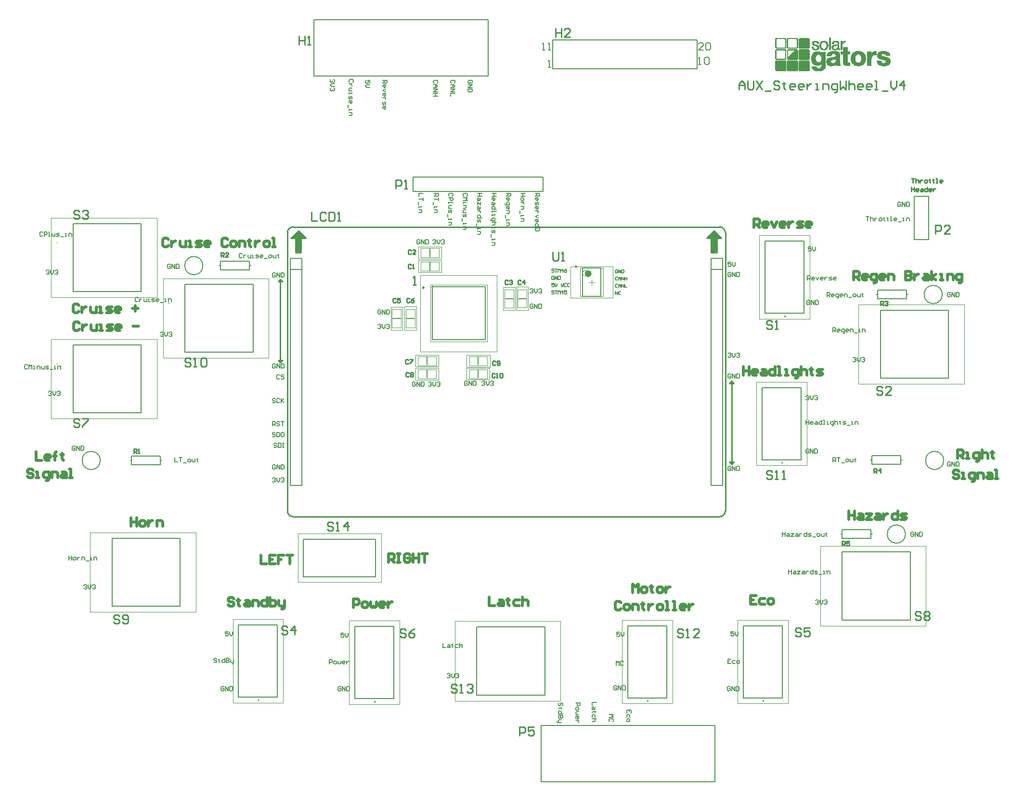
<source format=gto>
G04*
G04 #@! TF.GenerationSoftware,Altium Limited,Altium Designer,19.1.5 (86)*
G04*
G04 Layer_Color=65535*
%FSLAX24Y24*%
%MOIN*%
G70*
G01*
G75*
%ADD10C,0.0079*%
%ADD11C,0.0100*%
%ADD12C,0.0050*%
%ADD13C,0.0098*%
%ADD14C,0.0236*%
%ADD15C,0.0039*%
%ADD16C,0.0010*%
%ADD17C,0.0040*%
%ADD18C,0.0200*%
%ADD19C,0.0080*%
%ADD20C,0.0061*%
%ADD21C,0.0020*%
D10*
X44800Y22183D02*
G03*
X44879Y22183I39J0D01*
G01*
D02*
G03*
X44800Y22183I-39J0D01*
G01*
X45000Y32333D02*
G03*
X45079Y32333I39J0D01*
G01*
D02*
G03*
X45000Y32333I-39J0D01*
G01*
X35500Y5684D02*
G03*
X35579Y5684I39J0D01*
G01*
D02*
G03*
X35500Y5684I-39J0D01*
G01*
X43500Y5683D02*
G03*
X43579Y5683I39J0D01*
G01*
D02*
G03*
X43500Y5683I-39J0D01*
G01*
X16679Y5633D02*
G03*
X16600Y5633I-39J0D01*
G01*
D02*
G03*
X16679Y5633I39J0D01*
G01*
X8629Y5734D02*
G03*
X8550Y5734I-39J0D01*
G01*
D02*
G03*
X8629Y5734I39J0D01*
G01*
X22585Y9513D02*
G03*
X22585Y9474I0J-20D01*
G01*
D02*
G03*
X22585Y9513I0J20D01*
G01*
D02*
G03*
X22585Y9474I0J-20D01*
G01*
X2385Y33263D02*
G03*
X2385Y33224I0J-20D01*
G01*
D02*
G03*
X2385Y33263I0J20D01*
G01*
D02*
G03*
X2385Y33224I0J-20D01*
G01*
X-2665Y15663D02*
G03*
X-2665Y15624I0J-20D01*
G01*
D02*
G03*
X-2665Y15663I0J20D01*
G01*
D02*
G03*
X-2665Y15624I0J-20D01*
G01*
X50535Y31463D02*
G03*
X50535Y31424I0J-20D01*
G01*
D02*
G03*
X50535Y31463I0J20D01*
G01*
D02*
G03*
X50535Y31424I0J-20D01*
G01*
X47885Y14713D02*
G03*
X47885Y14674I0J-20D01*
G01*
D02*
G03*
X47885Y14713I0J20D01*
G01*
D02*
G03*
X47885Y14674I0J-20D01*
G01*
X-5365Y29063D02*
G03*
X-5365Y29024I0J-20D01*
G01*
D02*
G03*
X-5365Y29063I0J20D01*
G01*
D02*
G03*
X-5365Y29024I0J-20D01*
G01*
Y37463D02*
G03*
X-5365Y37424I0J-20D01*
G01*
D02*
G03*
X-5365Y37463I0J20D01*
G01*
D02*
G03*
X-5365Y37424I0J-20D01*
G01*
X54000Y37650D02*
Y40650D01*
Y37650D02*
X55000D01*
Y40650D01*
X54000D02*
X55000D01*
X23800Y28074D02*
Y28626D01*
X20250Y28974D02*
Y29526D01*
X17874Y32200D02*
X18426D01*
X26574Y33568D02*
X27126D01*
X20450Y35524D02*
Y36076D01*
X23800Y28974D02*
Y29526D01*
X20250Y28074D02*
Y28626D01*
X18824Y32200D02*
X19376D01*
X25674Y33550D02*
X26226D01*
X20450Y36474D02*
Y37026D01*
X10786Y36367D02*
X11574D01*
X10786Y35580D02*
X11574D01*
X10786Y20619D02*
X11574D01*
Y36367D01*
X10786Y20619D02*
Y36367D01*
X39920D02*
X40708D01*
X39920Y35580D02*
X40708D01*
X39920Y20619D02*
X40708D01*
Y36367D01*
X39920Y20619D02*
Y36367D01*
X28300Y41000D02*
Y42000D01*
X19300Y41000D02*
X28300D01*
X19300D02*
Y42000D01*
X28300D01*
X5860Y35850D02*
X5950D01*
X7950D02*
X8040D01*
X5950D02*
Y36150D01*
X7950D01*
Y35550D02*
Y36150D01*
X5950Y35550D02*
X7950D01*
X5950D02*
Y35850D01*
X51000Y17250D02*
X51090D01*
X48910D02*
X49000D01*
X51000Y16950D02*
Y17250D01*
X49000Y16950D02*
X51000D01*
X49000D02*
Y17550D01*
X51000D01*
Y17250D02*
Y17550D01*
X53050Y22400D02*
Y22700D01*
X51050D02*
X53050D01*
X51050Y22100D02*
Y22700D01*
Y22100D02*
X53050D01*
Y22400D01*
X50960D02*
X51050D01*
X53050D02*
X53140D01*
X-200Y22050D02*
Y22350D01*
Y22050D02*
X1800D01*
Y22650D01*
X-200D02*
X1800D01*
X-200Y22350D02*
Y22650D01*
X1800Y22350D02*
X1890D01*
X-290D02*
X-200D01*
X53450Y33850D02*
X53540D01*
X51360D02*
X51450D01*
X53450Y33550D02*
Y33850D01*
X51450Y33550D02*
X53450D01*
X51450D02*
Y34150D01*
X53450D01*
Y33850D02*
Y34150D01*
X20609Y30709D02*
Y34391D01*
Y30709D02*
X24291D01*
Y34391D01*
X20609D02*
X24291D01*
X28950Y51500D02*
X38950D01*
X28950Y49500D02*
Y51500D01*
Y49500D02*
X38950D01*
Y51500D01*
X31020Y33716D02*
X32280D01*
X31020Y35684D02*
X32280D01*
Y33716D02*
Y35684D01*
X31020Y33716D02*
Y35684D01*
X43450Y22400D02*
X46150D01*
Y27400D01*
X43450D02*
X46150D01*
X43450Y22400D02*
Y27400D01*
X43650Y32550D02*
X46350D01*
Y37550D01*
X43650D02*
X46350D01*
X43650Y32550D02*
Y37550D01*
X11700Y14301D02*
Y16899D01*
Y14301D02*
X16700D01*
Y16899D01*
X11700D02*
X16700D01*
X34150Y5900D02*
X36850D01*
Y10900D01*
X34150D02*
X36850D01*
X34150Y5900D02*
Y10900D01*
X42150Y5900D02*
X44850D01*
Y10900D01*
X42150D02*
X44850D01*
X42150Y5900D02*
Y10900D01*
X15250Y5850D02*
Y10850D01*
X17950D01*
Y5850D02*
Y10850D01*
X15250Y5850D02*
X17950D01*
X7200Y5950D02*
Y10950D01*
X9900D01*
Y5950D02*
Y10950D01*
X7200Y5950D02*
X9900D01*
X23688Y6088D02*
X28412D01*
Y10812D01*
X23688D02*
X28412D01*
X23688Y6088D02*
Y10812D01*
X3488Y29838D02*
X8212D01*
Y34562D01*
X3488D02*
X8212D01*
X3488Y29838D02*
Y34562D01*
X-1562Y12238D02*
Y16962D01*
X3162D01*
Y12238D02*
Y16962D01*
X-1562Y12238D02*
X3162D01*
X51638Y28038D02*
Y32762D01*
X56362D01*
Y28038D02*
Y32762D01*
X51638Y28038D02*
X56362D01*
X48988Y11288D02*
Y16012D01*
X53712D01*
Y11288D02*
Y16012D01*
X48988Y11288D02*
X53712D01*
X-4262Y25638D02*
X462D01*
Y30362D01*
X-4262D02*
X462D01*
X-4262Y25638D02*
Y30362D01*
Y34038D02*
X462D01*
Y38762D01*
X-4262D02*
X462D01*
X-4262Y34038D02*
Y38762D01*
D11*
X40904Y38139D02*
G03*
X40511Y38533I-394J0D01*
G01*
Y18454D02*
G03*
X40904Y18848I0J394D01*
G01*
X10589D02*
G03*
X10983Y18454I394J0D01*
G01*
Y38533D02*
G03*
X10589Y38139I0J-394D01*
G01*
X9950Y29300D02*
X10100Y29150D01*
X9950Y29300D02*
X10250D01*
X10100Y29150D02*
X10250Y29300D01*
X10100Y34900D02*
X10250Y34750D01*
X9950D02*
X10250D01*
X9950D02*
X10100Y34900D01*
X41200Y22250D02*
X41350Y22100D01*
X41200Y22250D02*
X41500D01*
X41350Y22100D02*
X41500Y22250D01*
X41200Y27700D02*
X41350Y27850D01*
X41200Y27700D02*
X41500D01*
X41350Y27850D02*
X41500Y27700D01*
X10100Y29150D02*
Y34900D01*
X41350Y22100D02*
Y27850D01*
X40904Y18848D02*
Y38139D01*
X10983Y18454D02*
X40511D01*
X10589Y18848D02*
Y38139D01*
X10983Y38533D02*
X40511D01*
X40235Y36840D02*
Y37814D01*
X40156Y36761D02*
Y37814D01*
X40078Y36800D02*
Y37814D01*
X39999Y36761D02*
Y37814D01*
X40069Y38193D02*
X40156Y38105D01*
X40053Y38193D02*
X40069D01*
X39965Y38105D02*
X40269D01*
X39864Y38004D02*
X40349D01*
X39764Y37904D02*
X40439D01*
X39674Y37814D02*
X40546D01*
X11456Y36761D02*
Y37821D01*
X11377Y36761D02*
Y37745D01*
X11298Y36840D02*
Y37821D01*
X11219Y36800D02*
Y37745D01*
X11141D02*
X11534D01*
X11075Y37995D02*
X11562D01*
X11294Y38213D02*
X11381D01*
X11198Y38118D02*
X11451D01*
X11108Y38028D02*
X11567D01*
X11000Y37920D02*
X11664D01*
X11065Y37821D02*
X11738D01*
X11065D02*
X11141Y37745D01*
X10901Y37821D02*
X11065D01*
X40314Y36761D02*
Y37745D01*
X39920Y36761D02*
Y37745D01*
Y36761D02*
X40314D01*
X39605Y37745D02*
X39920D01*
X40314D02*
X40629D01*
X40117Y38257D02*
X40629Y37745D01*
X39605D02*
X40117Y38257D01*
X11534Y36761D02*
Y37745D01*
X11141Y36761D02*
Y37745D01*
Y36761D02*
X11534D01*
X10826Y37745D02*
X11141D01*
X11534D02*
X11849D01*
X11337Y38257D02*
X11849Y37745D01*
X10826D02*
X11337Y38257D01*
X53800Y41900D02*
X54000D01*
X53900D01*
Y41600D01*
X54100Y41900D02*
Y41600D01*
Y41750D01*
X54150Y41800D01*
X54250D01*
X54300Y41750D01*
Y41600D01*
X54400Y41800D02*
Y41600D01*
Y41700D01*
X54450Y41750D01*
X54500Y41800D01*
X54550D01*
X54750Y41600D02*
X54850D01*
X54900Y41650D01*
Y41750D01*
X54850Y41800D01*
X54750D01*
X54700Y41750D01*
Y41650D01*
X54750Y41600D01*
X55050Y41850D02*
Y41800D01*
X55000D01*
X55100D01*
X55050D01*
Y41650D01*
X55100Y41600D01*
X55300Y41850D02*
Y41800D01*
X55250D01*
X55349D01*
X55300D01*
Y41650D01*
X55349Y41600D01*
X55499D02*
X55599D01*
X55549D01*
Y41900D01*
X55499D01*
X55899Y41600D02*
X55799D01*
X55749Y41650D01*
Y41750D01*
X55799Y41800D01*
X55899D01*
X55949Y41750D01*
Y41700D01*
X55749D01*
X53800Y41300D02*
Y41000D01*
Y41150D01*
X54000D01*
Y41300D01*
Y41000D01*
X54250D02*
X54150D01*
X54100Y41050D01*
Y41150D01*
X54150Y41200D01*
X54250D01*
X54300Y41150D01*
Y41100D01*
X54100D01*
X54450Y41200D02*
X54550D01*
X54600Y41150D01*
Y41000D01*
X54450D01*
X54400Y41050D01*
X54450Y41100D01*
X54600D01*
X54900Y41300D02*
Y41000D01*
X54750D01*
X54700Y41050D01*
Y41150D01*
X54750Y41200D01*
X54900D01*
X55150Y41000D02*
X55050D01*
X55000Y41050D01*
Y41150D01*
X55050Y41200D01*
X55150D01*
X55200Y41150D01*
Y41100D01*
X55000D01*
X55300Y41200D02*
Y41000D01*
Y41100D01*
X55349Y41150D01*
X55399Y41200D01*
X55449D01*
X51650Y33100D02*
Y33400D01*
X51800D01*
X51850Y33350D01*
Y33250D01*
X51800Y33200D01*
X51650D01*
X51750D02*
X51850Y33100D01*
X51950Y33350D02*
X52000Y33400D01*
X52100D01*
X52150Y33350D01*
Y33300D01*
X52100Y33250D01*
X52050D01*
X52100D01*
X52150Y33200D01*
Y33150D01*
X52100Y33100D01*
X52000D01*
X51950Y33150D01*
X44150Y21550D02*
X44050Y21650D01*
X43850D01*
X43750Y21550D01*
Y21450D01*
X43850Y21350D01*
X44050D01*
X44150Y21250D01*
Y21150D01*
X44050Y21050D01*
X43850D01*
X43750Y21150D01*
X44350Y21050D02*
X44550D01*
X44450D01*
Y21650D01*
X44350Y21550D01*
X44850Y21050D02*
X45050D01*
X44950D01*
Y21650D01*
X44850Y21550D01*
X41850Y48050D02*
Y48450D01*
X42050Y48650D01*
X42250Y48450D01*
Y48050D01*
Y48350D01*
X41850D01*
X42450Y48650D02*
Y48150D01*
X42550Y48050D01*
X42750D01*
X42850Y48150D01*
Y48650D01*
X43050D02*
X43449Y48050D01*
Y48650D02*
X43050Y48050D01*
X43649Y47950D02*
X44049D01*
X44649Y48550D02*
X44549Y48650D01*
X44349D01*
X44249Y48550D01*
Y48450D01*
X44349Y48350D01*
X44549D01*
X44649Y48250D01*
Y48150D01*
X44549Y48050D01*
X44349D01*
X44249Y48150D01*
X44949Y48550D02*
Y48450D01*
X44849D01*
X45049D01*
X44949D01*
Y48150D01*
X45049Y48050D01*
X45649D02*
X45449D01*
X45349Y48150D01*
Y48350D01*
X45449Y48450D01*
X45649D01*
X45749Y48350D01*
Y48250D01*
X45349D01*
X46249Y48050D02*
X46049D01*
X45949Y48150D01*
Y48350D01*
X46049Y48450D01*
X46249D01*
X46349Y48350D01*
Y48250D01*
X45949D01*
X46548Y48450D02*
Y48050D01*
Y48250D01*
X46648Y48350D01*
X46748Y48450D01*
X46848D01*
X47148Y48050D02*
X47348D01*
X47248D01*
Y48450D01*
X47148D01*
X47648Y48050D02*
Y48450D01*
X47948D01*
X48048Y48350D01*
Y48050D01*
X48448Y47850D02*
X48548D01*
X48648Y47950D01*
Y48450D01*
X48348D01*
X48248Y48350D01*
Y48150D01*
X48348Y48050D01*
X48648D01*
X48848Y48650D02*
Y48050D01*
X49048Y48250D01*
X49248Y48050D01*
Y48650D01*
X49448D02*
Y48050D01*
Y48350D01*
X49548Y48450D01*
X49747D01*
X49847Y48350D01*
Y48050D01*
X50347D02*
X50147D01*
X50047Y48150D01*
Y48350D01*
X50147Y48450D01*
X50347D01*
X50447Y48350D01*
Y48250D01*
X50047D01*
X50947Y48050D02*
X50747D01*
X50647Y48150D01*
Y48350D01*
X50747Y48450D01*
X50947D01*
X51047Y48350D01*
Y48250D01*
X50647D01*
X51247Y48050D02*
X51447D01*
X51347D01*
Y48650D01*
X51247D01*
X51747Y47950D02*
X52147D01*
X52347Y48650D02*
Y48250D01*
X52547Y48050D01*
X52746Y48250D01*
Y48650D01*
X53246Y48050D02*
Y48650D01*
X52946Y48350D01*
X53346D01*
X55450Y38050D02*
Y38650D01*
X55750D01*
X55850Y38550D01*
Y38350D01*
X55750Y38250D01*
X55450D01*
X56450Y38050D02*
X56050D01*
X56450Y38450D01*
Y38550D01*
X56350Y38650D01*
X56150D01*
X56050Y38550D01*
X38000Y10600D02*
X37900Y10700D01*
X37700D01*
X37600Y10600D01*
Y10500D01*
X37700Y10400D01*
X37900D01*
X38000Y10300D01*
Y10200D01*
X37900Y10100D01*
X37700D01*
X37600Y10200D01*
X38200Y10100D02*
X38400D01*
X38300D01*
Y10700D01*
X38200Y10600D01*
X39100Y10100D02*
X38700D01*
X39100Y10500D01*
Y10600D01*
X39000Y10700D01*
X38800D01*
X38700Y10600D01*
X18800D02*
X18700Y10700D01*
X18500D01*
X18400Y10600D01*
Y10500D01*
X18500Y10400D01*
X18700D01*
X18800Y10300D01*
Y10200D01*
X18700Y10100D01*
X18500D01*
X18400Y10200D01*
X19400Y10700D02*
X19200Y10600D01*
X19000Y10400D01*
Y10200D01*
X19100Y10100D01*
X19300D01*
X19400Y10200D01*
Y10300D01*
X19300Y10400D01*
X19000D01*
X46150Y10650D02*
X46050Y10750D01*
X45850D01*
X45750Y10650D01*
Y10550D01*
X45850Y10450D01*
X46050D01*
X46150Y10350D01*
Y10250D01*
X46050Y10150D01*
X45850D01*
X45750Y10250D01*
X46750Y10750D02*
X46350D01*
Y10450D01*
X46550Y10550D01*
X46650D01*
X46750Y10450D01*
Y10250D01*
X46650Y10150D01*
X46450D01*
X46350Y10250D01*
X10600Y10800D02*
X10500Y10900D01*
X10300D01*
X10200Y10800D01*
Y10700D01*
X10300Y10600D01*
X10500D01*
X10600Y10500D01*
Y10400D01*
X10500Y10300D01*
X10300D01*
X10200Y10400D01*
X11100Y10300D02*
Y10900D01*
X10800Y10600D01*
X11200D01*
X44150Y31950D02*
X44050Y32050D01*
X43850D01*
X43750Y31950D01*
Y31850D01*
X43850Y31750D01*
X44050D01*
X44150Y31650D01*
Y31550D01*
X44050Y31450D01*
X43850D01*
X43750Y31550D01*
X44350Y31450D02*
X44550D01*
X44450D01*
Y32050D01*
X44350Y31950D01*
X13750Y18000D02*
X13650Y18100D01*
X13450D01*
X13350Y18000D01*
Y17900D01*
X13450Y17800D01*
X13650D01*
X13750Y17700D01*
Y17600D01*
X13650Y17500D01*
X13450D01*
X13350Y17600D01*
X13950Y17500D02*
X14150D01*
X14050D01*
Y18100D01*
X13950Y18000D01*
X14750Y17500D02*
Y18100D01*
X14450Y17800D01*
X14850D01*
X19150Y35900D02*
X19100Y35950D01*
X19000D01*
X18950Y35900D01*
Y35700D01*
X19000Y35650D01*
X19100D01*
X19150Y35700D01*
X19250Y35650D02*
X19350D01*
X19300D01*
Y35950D01*
X19250Y35900D01*
X26650Y3300D02*
Y3900D01*
X26950D01*
X27050Y3800D01*
Y3600D01*
X26950Y3500D01*
X26650D01*
X27650Y3900D02*
X27250D01*
Y3600D01*
X27450Y3700D01*
X27550D01*
X27650Y3600D01*
Y3400D01*
X27550Y3300D01*
X27350D01*
X27250Y3400D01*
X18100Y41200D02*
Y41800D01*
X18400D01*
X18500Y41700D01*
Y41500D01*
X18400Y41400D01*
X18100D01*
X18700Y41200D02*
X18900D01*
X18800D01*
Y41800D01*
X18700Y41700D01*
X11400Y51750D02*
Y51150D01*
Y51450D01*
X11800D01*
Y51750D01*
Y51150D01*
X12000D02*
X12200D01*
X12100D01*
Y51750D01*
X12000Y51650D01*
X51200Y21500D02*
Y21800D01*
X51350D01*
X51400Y21750D01*
Y21650D01*
X51350Y21600D01*
X51200D01*
X51300D02*
X51400Y21500D01*
X51650D02*
Y21800D01*
X51500Y21650D01*
X51700D01*
X-50Y22850D02*
Y23150D01*
X100D01*
X150Y23100D01*
Y23000D01*
X100Y22950D01*
X-50D01*
X50D02*
X150Y22850D01*
X250D02*
X350D01*
X300D01*
Y23150D01*
X250Y23100D01*
X22325Y6750D02*
X22225Y6850D01*
X22025D01*
X21925Y6750D01*
Y6650D01*
X22025Y6550D01*
X22225D01*
X22325Y6450D01*
Y6350D01*
X22225Y6250D01*
X22025D01*
X21925Y6350D01*
X22525Y6250D02*
X22725D01*
X22625D01*
Y6850D01*
X22525Y6750D01*
X23025D02*
X23125Y6850D01*
X23325D01*
X23425Y6750D01*
Y6650D01*
X23325Y6550D01*
X23225D01*
X23325D01*
X23425Y6450D01*
Y6350D01*
X23325Y6250D01*
X23125D01*
X23025Y6350D01*
X24950Y28350D02*
X24900Y28400D01*
X24800D01*
X24750Y28350D01*
Y28150D01*
X24800Y28100D01*
X24900D01*
X24950Y28150D01*
X25050Y28100D02*
X25150D01*
X25100D01*
Y28400D01*
X25050Y28350D01*
X25300D02*
X25350Y28400D01*
X25450D01*
X25500Y28350D01*
Y28150D01*
X25450Y28100D01*
X25350D01*
X25300Y28150D01*
Y28350D01*
X25000Y29200D02*
X24950Y29250D01*
X24850D01*
X24800Y29200D01*
Y29000D01*
X24850Y28950D01*
X24950D01*
X25000Y29000D01*
X25100D02*
X25150Y28950D01*
X25250D01*
X25300Y29000D01*
Y29200D01*
X25250Y29250D01*
X25150D01*
X25100Y29200D01*
Y29150D01*
X25150Y29100D01*
X25300D01*
X19000Y28400D02*
X18950Y28450D01*
X18850D01*
X18800Y28400D01*
Y28200D01*
X18850Y28150D01*
X18950D01*
X19000Y28200D01*
X19100Y28400D02*
X19150Y28450D01*
X19250D01*
X19300Y28400D01*
Y28350D01*
X19250Y28300D01*
X19300Y28250D01*
Y28200D01*
X19250Y28150D01*
X19150D01*
X19100Y28200D01*
Y28250D01*
X19150Y28300D01*
X19100Y28350D01*
Y28400D01*
X19150Y28300D02*
X19250D01*
X18968Y29300D02*
X18918Y29350D01*
X18818D01*
X18769Y29300D01*
Y29100D01*
X18818Y29050D01*
X18918D01*
X18968Y29100D01*
X19068Y29350D02*
X19268D01*
Y29300D01*
X19068Y29100D01*
Y29050D01*
X19050Y33550D02*
X19000Y33600D01*
X18900D01*
X18850Y33550D01*
Y33350D01*
X18900Y33300D01*
X19000D01*
X19050Y33350D01*
X19350Y33600D02*
X19250Y33550D01*
X19150Y33450D01*
Y33350D01*
X19200Y33300D01*
X19300D01*
X19350Y33350D01*
Y33400D01*
X19300Y33450D01*
X19150D01*
X18100Y33550D02*
X18050Y33600D01*
X17950D01*
X17900Y33550D01*
Y33350D01*
X17950Y33300D01*
X18050D01*
X18100Y33350D01*
X18400Y33600D02*
X18200D01*
Y33450D01*
X18300Y33500D01*
X18350D01*
X18400Y33450D01*
Y33350D01*
X18350Y33300D01*
X18250D01*
X18200Y33350D01*
X26750Y34800D02*
X26700Y34850D01*
X26600D01*
X26550Y34800D01*
Y34600D01*
X26600Y34550D01*
X26700D01*
X26750Y34600D01*
X27000Y34550D02*
Y34850D01*
X26850Y34700D01*
X27050D01*
X25850Y34800D02*
X25800Y34850D01*
X25700D01*
X25650Y34800D01*
Y34600D01*
X25700Y34550D01*
X25800D01*
X25850Y34600D01*
X25950Y34800D02*
X26000Y34850D01*
X26100D01*
X26150Y34800D01*
Y34750D01*
X26100Y34700D01*
X26050D01*
X26100D01*
X26150Y34650D01*
Y34600D01*
X26100Y34550D01*
X26000D01*
X25950Y34600D01*
X19150Y36900D02*
X19100Y36950D01*
X19000D01*
X18950Y36900D01*
Y36700D01*
X19000Y36650D01*
X19100D01*
X19150Y36700D01*
X19450Y36650D02*
X19250D01*
X19450Y36850D01*
Y36900D01*
X19400Y36950D01*
X19300D01*
X19250Y36900D01*
X12250Y39550D02*
Y38950D01*
X12650D01*
X13250Y39450D02*
X13150Y39550D01*
X12950D01*
X12850Y39450D01*
Y39050D01*
X12950Y38950D01*
X13150D01*
X13250Y39050D01*
X13450Y39550D02*
Y38950D01*
X13750D01*
X13849Y39050D01*
Y39450D01*
X13750Y39550D01*
X13450D01*
X14049Y38950D02*
X14249D01*
X14149D01*
Y39550D01*
X14049Y39450D01*
X51800Y27400D02*
X51700Y27500D01*
X51500D01*
X51400Y27400D01*
Y27300D01*
X51500Y27200D01*
X51700D01*
X51800Y27100D01*
Y27000D01*
X51700Y26900D01*
X51500D01*
X51400Y27000D01*
X52400Y26900D02*
X52000D01*
X52400Y27300D01*
Y27400D01*
X52300Y27500D01*
X52100D01*
X52000Y27400D01*
X19290Y34510D02*
X19490D01*
X19390D01*
Y35110D01*
X19290Y35010D01*
X49000Y16450D02*
Y16750D01*
X49150D01*
X49200Y16700D01*
Y16600D01*
X49150Y16550D01*
X49000D01*
X49100D02*
X49200Y16450D01*
X49500Y16750D02*
X49300D01*
Y16600D01*
X49400Y16650D01*
X49450D01*
X49500Y16600D01*
Y16500D01*
X49450Y16450D01*
X49350D01*
X49300Y16500D01*
X6000Y36450D02*
Y36750D01*
X6150D01*
X6200Y36700D01*
Y36600D01*
X6150Y36550D01*
X6000D01*
X6100D02*
X6200Y36450D01*
X6500D02*
X6300D01*
X6500Y36650D01*
Y36700D01*
X6450Y36750D01*
X6350D01*
X6300Y36700D01*
X3900Y29350D02*
X3800Y29450D01*
X3600D01*
X3500Y29350D01*
Y29250D01*
X3600Y29150D01*
X3800D01*
X3900Y29050D01*
Y28950D01*
X3800Y28850D01*
X3600D01*
X3500Y28950D01*
X4100Y28850D02*
X4300D01*
X4200D01*
Y29450D01*
X4100Y29350D01*
X4600D02*
X4700Y29450D01*
X4900D01*
X5000Y29350D01*
Y28950D01*
X4900Y28850D01*
X4700D01*
X4600Y28950D01*
Y29350D01*
X-1050Y11550D02*
X-1150Y11650D01*
X-1350D01*
X-1450Y11550D01*
Y11450D01*
X-1350Y11350D01*
X-1150D01*
X-1050Y11250D01*
Y11150D01*
X-1150Y11050D01*
X-1350D01*
X-1450Y11150D01*
X-850D02*
X-750Y11050D01*
X-550D01*
X-450Y11150D01*
Y11550D01*
X-550Y11650D01*
X-750D01*
X-850Y11550D01*
Y11450D01*
X-750Y11350D01*
X-450D01*
X54450Y11800D02*
X54350Y11900D01*
X54150D01*
X54050Y11800D01*
Y11700D01*
X54150Y11600D01*
X54350D01*
X54450Y11500D01*
Y11400D01*
X54350Y11300D01*
X54150D01*
X54050Y11400D01*
X54650Y11800D02*
X54750Y11900D01*
X54950D01*
X55050Y11800D01*
Y11700D01*
X54950Y11600D01*
X55050Y11500D01*
Y11400D01*
X54950Y11300D01*
X54750D01*
X54650Y11400D01*
Y11500D01*
X54750Y11600D01*
X54650Y11700D01*
Y11800D01*
X54750Y11600D02*
X54950D01*
X28940Y36780D02*
Y36280D01*
X29040Y36180D01*
X29240D01*
X29340Y36280D01*
Y36780D01*
X29540Y36180D02*
X29740D01*
X29640D01*
Y36780D01*
X29540Y36680D01*
X-3800Y25150D02*
X-3900Y25250D01*
X-4100D01*
X-4200Y25150D01*
Y25050D01*
X-4100Y24950D01*
X-3900D01*
X-3800Y24850D01*
Y24750D01*
X-3900Y24650D01*
X-4100D01*
X-4200Y24750D01*
X-3600Y25250D02*
X-3200D01*
Y25150D01*
X-3600Y24750D01*
Y24650D01*
X-3800Y39600D02*
X-3900Y39700D01*
X-4100D01*
X-4200Y39600D01*
Y39500D01*
X-4100Y39400D01*
X-3900D01*
X-3800Y39300D01*
Y39200D01*
X-3900Y39100D01*
X-4100D01*
X-4200Y39200D01*
X-3600Y39600D02*
X-3500Y39700D01*
X-3300D01*
X-3200Y39600D01*
Y39500D01*
X-3300Y39400D01*
X-3400D01*
X-3300D01*
X-3200Y39300D01*
Y39200D01*
X-3300Y39100D01*
X-3500D01*
X-3600Y39200D01*
X29150Y52300D02*
Y51700D01*
Y52000D01*
X29550D01*
Y52300D01*
Y51700D01*
X30150D02*
X29750D01*
X30150Y52100D01*
Y52200D01*
X30050Y52300D01*
X29850D01*
X29750Y52200D01*
D12*
X53380Y17250D02*
G03*
X53380Y17250I-630J0D01*
G01*
X56030Y22350D02*
G03*
X56030Y22350I-630J0D01*
G01*
X55930Y33850D02*
G03*
X55930Y33850I-630J0D01*
G01*
X-2370Y22350D02*
G03*
X-2370Y22350I-630J0D01*
G01*
X4736Y35850D02*
G03*
X4736Y35850I-630J0D01*
G01*
X28140Y4000D02*
X40200D01*
Y100D02*
Y4000D01*
X28140Y100D02*
X40200D01*
X28140D02*
Y4000D01*
X12425Y49000D02*
X24485D01*
X12425D02*
Y52900D01*
X24485D01*
Y49000D02*
Y52900D01*
X-6350Y38150D02*
X-6400Y38200D01*
X-6500D01*
X-6550Y38150D01*
Y37950D01*
X-6500Y37900D01*
X-6400D01*
X-6350Y37950D01*
X-6250Y37900D02*
Y38200D01*
X-6100D01*
X-6050Y38150D01*
Y38050D01*
X-6100Y38000D01*
X-6250D01*
X-5950Y37900D02*
X-5850D01*
X-5900D01*
Y38200D01*
X-5950D01*
X-5700Y38100D02*
Y37950D01*
X-5650Y37900D01*
X-5500D01*
Y38100D01*
X-5400Y37900D02*
X-5250D01*
X-5200Y37950D01*
X-5250Y38000D01*
X-5350D01*
X-5400Y38050D01*
X-5350Y38100D01*
X-5200D01*
X-5100Y37850D02*
X-4901D01*
X-4801Y37900D02*
X-4701D01*
X-4751D01*
Y38100D01*
X-4801D01*
X-4551Y37900D02*
Y38100D01*
X-4401D01*
X-4351Y38050D01*
Y37900D01*
X19750Y37600D02*
X19700Y37650D01*
X19600D01*
X19550Y37600D01*
Y37400D01*
X19600Y37350D01*
X19700D01*
X19750Y37400D01*
Y37500D01*
X19650D01*
X19850Y37350D02*
Y37650D01*
X20050Y37350D01*
Y37650D01*
X20150D02*
Y37350D01*
X20300D01*
X20350Y37400D01*
Y37600D01*
X20300Y37650D01*
X20150D01*
X1800Y31200D02*
X1850Y31250D01*
X1950D01*
X2000Y31200D01*
Y31150D01*
X1950Y31100D01*
X1900D01*
X1950D01*
X2000Y31050D01*
Y31000D01*
X1950Y30950D01*
X1850D01*
X1800Y31000D01*
X2100Y31250D02*
Y31050D01*
X2200Y30950D01*
X2300Y31050D01*
Y31250D01*
X2400Y31200D02*
X2450Y31250D01*
X2550D01*
X2600Y31200D01*
Y31150D01*
X2550Y31100D01*
X2500D01*
X2550D01*
X2600Y31050D01*
Y31000D01*
X2550Y30950D01*
X2450D01*
X2400Y31000D01*
X41500Y10500D02*
X41300D01*
Y10350D01*
X41400Y10400D01*
X41450D01*
X41500Y10350D01*
Y10250D01*
X41450Y10200D01*
X41350D01*
X41300Y10250D01*
X41600Y10500D02*
Y10300D01*
X41700Y10200D01*
X41800Y10300D01*
Y10500D01*
X17050Y32750D02*
X17000Y32800D01*
X16900D01*
X16850Y32750D01*
Y32550D01*
X16900Y32500D01*
X17000D01*
X17050Y32550D01*
Y32650D01*
X16950D01*
X17150Y32500D02*
Y32800D01*
X17350Y32500D01*
Y32800D01*
X17450D02*
Y32500D01*
X17600D01*
X17650Y32550D01*
Y32750D01*
X17600Y32800D01*
X17450D01*
X41300Y35350D02*
X41250Y35400D01*
X41150D01*
X41100Y35350D01*
Y35150D01*
X41150Y35100D01*
X41250D01*
X41300Y35150D01*
Y35250D01*
X41200D01*
X41400Y35100D02*
Y35400D01*
X41600Y35100D01*
Y35400D01*
X41700D02*
Y35100D01*
X41850D01*
X41900Y35150D01*
Y35350D01*
X41850Y35400D01*
X41700D01*
X250Y33600D02*
X200Y33650D01*
X100D01*
X50Y33600D01*
Y33400D01*
X100Y33350D01*
X200D01*
X250Y33400D01*
X350Y33550D02*
Y33350D01*
Y33450D01*
X400Y33500D01*
X450Y33550D01*
X500D01*
X650D02*
Y33400D01*
X700Y33350D01*
X850D01*
Y33550D01*
X950Y33350D02*
X1050D01*
X1000D01*
Y33550D01*
X950D01*
X1200Y33350D02*
X1350D01*
X1400Y33400D01*
X1350Y33450D01*
X1250D01*
X1200Y33500D01*
X1250Y33550D01*
X1400D01*
X1649Y33350D02*
X1550D01*
X1500Y33400D01*
Y33500D01*
X1550Y33550D01*
X1649D01*
X1699Y33500D01*
Y33450D01*
X1500D01*
X1799Y33300D02*
X1999D01*
X2099Y33350D02*
X2199D01*
X2149D01*
Y33550D01*
X2099D01*
X2349Y33350D02*
Y33550D01*
X2499D01*
X2549Y33500D01*
Y33350D01*
X9850Y23500D02*
X9800Y23550D01*
X9700D01*
X9650Y23500D01*
Y23450D01*
X9700Y23400D01*
X9800D01*
X9850Y23350D01*
Y23300D01*
X9800Y23250D01*
X9700D01*
X9650Y23300D01*
X9950Y23550D02*
Y23250D01*
X10100D01*
X10150Y23300D01*
Y23500D01*
X10100Y23550D01*
X9950D01*
X10250D02*
X10350D01*
X10300D01*
Y23250D01*
X10250D01*
X10350D01*
X9750Y35300D02*
X9700Y35350D01*
X9600D01*
X9550Y35300D01*
Y35100D01*
X9600Y35050D01*
X9700D01*
X9750Y35100D01*
Y35200D01*
X9650D01*
X9850Y35050D02*
Y35350D01*
X10050Y35050D01*
Y35350D01*
X10150D02*
Y35050D01*
X10300D01*
X10350Y35100D01*
Y35300D01*
X10300Y35350D01*
X10150D01*
X50650Y39250D02*
X50850D01*
X50750D01*
Y38950D01*
X50950Y39250D02*
Y38950D01*
Y39100D01*
X51000Y39150D01*
X51100D01*
X51150Y39100D01*
Y38950D01*
X51250Y39150D02*
Y38950D01*
Y39050D01*
X51300Y39100D01*
X51350Y39150D01*
X51400D01*
X51600Y38950D02*
X51700D01*
X51750Y39000D01*
Y39100D01*
X51700Y39150D01*
X51600D01*
X51550Y39100D01*
Y39000D01*
X51600Y38950D01*
X51900Y39200D02*
Y39150D01*
X51850D01*
X51950D01*
X51900D01*
Y39000D01*
X51950Y38950D01*
X52150Y39200D02*
Y39150D01*
X52100D01*
X52200D01*
X52150D01*
Y39000D01*
X52200Y38950D01*
X52349D02*
X52449D01*
X52399D01*
Y39250D01*
X52349D01*
X52749Y38950D02*
X52649D01*
X52599Y39000D01*
Y39100D01*
X52649Y39150D01*
X52749D01*
X52799Y39100D01*
Y39050D01*
X52599D01*
X52899Y38900D02*
X53099D01*
X53199Y38950D02*
X53299D01*
X53249D01*
Y39150D01*
X53199D01*
X53449Y38950D02*
Y39150D01*
X53599D01*
X53649Y39100D01*
Y38950D01*
X-7400Y28950D02*
X-7450Y29000D01*
X-7550D01*
X-7600Y28950D01*
Y28750D01*
X-7550Y28700D01*
X-7450D01*
X-7400Y28750D01*
X-7300Y28700D02*
Y29000D01*
X-7200Y28900D01*
X-7100Y29000D01*
Y28700D01*
X-7000D02*
X-6900D01*
X-6950D01*
Y28900D01*
X-7000D01*
X-6750Y28700D02*
Y28900D01*
X-6600D01*
X-6550Y28850D01*
Y28700D01*
X-6450Y28900D02*
Y28750D01*
X-6400Y28700D01*
X-6250D01*
Y28900D01*
X-6150Y28700D02*
X-6001D01*
X-5951Y28750D01*
X-6001Y28800D01*
X-6100D01*
X-6150Y28850D01*
X-6100Y28900D01*
X-5951D01*
X-5851Y28650D02*
X-5651D01*
X-5551Y28700D02*
X-5451D01*
X-5501D01*
Y28900D01*
X-5551D01*
X-5301Y28700D02*
Y28900D01*
X-5151D01*
X-5101Y28850D01*
Y28700D01*
X9750Y24250D02*
X9700Y24300D01*
X9600D01*
X9550Y24250D01*
Y24200D01*
X9600Y24150D01*
X9700D01*
X9750Y24100D01*
Y24050D01*
X9700Y24000D01*
X9600D01*
X9550Y24050D01*
X9850Y24300D02*
Y24000D01*
X10000D01*
X10050Y24050D01*
Y24250D01*
X10000Y24300D01*
X9850D01*
X10300D02*
X10200D01*
X10150Y24250D01*
Y24050D01*
X10200Y24000D01*
X10300D01*
X10350Y24050D01*
Y24250D01*
X10300Y24300D01*
X46850Y37150D02*
X46650D01*
Y37000D01*
X46750Y37050D01*
X46800D01*
X46850Y37000D01*
Y36900D01*
X46800Y36850D01*
X46700D01*
X46650Y36900D01*
X46950Y37150D02*
Y36950D01*
X47050Y36850D01*
X47150Y36950D01*
Y37150D01*
X23000Y40662D02*
X23050Y40712D01*
Y40812D01*
X23000Y40862D01*
X22800D01*
X22750Y40812D01*
Y40712D01*
X22800Y40662D01*
X22750Y40562D02*
X23050D01*
X22950Y40462D01*
X23050Y40362D01*
X22750D01*
Y40262D02*
Y40162D01*
Y40212D01*
X22950D01*
Y40262D01*
X22750Y40012D02*
X22950D01*
Y39862D01*
X22900Y39812D01*
X22750D01*
X22950Y39712D02*
X22800D01*
X22750Y39662D01*
Y39512D01*
X22950D01*
X22750Y39412D02*
Y39262D01*
X22800Y39212D01*
X22850Y39262D01*
Y39362D01*
X22900Y39412D01*
X22950Y39362D01*
Y39212D01*
X22700Y39112D02*
Y38912D01*
X22750Y38812D02*
Y38712D01*
Y38762D01*
X22950D01*
Y38812D01*
X22750Y38562D02*
X22950D01*
Y38412D01*
X22900Y38363D01*
X22750D01*
X27750Y40862D02*
X28050D01*
Y40712D01*
X28000Y40662D01*
X27900D01*
X27850Y40712D01*
Y40862D01*
Y40762D02*
X27750Y40662D01*
Y40412D02*
Y40512D01*
X27800Y40562D01*
X27900D01*
X27950Y40512D01*
Y40412D01*
X27900Y40362D01*
X27850D01*
Y40562D01*
X27750Y40262D02*
Y40112D01*
X27800Y40062D01*
X27850Y40112D01*
Y40212D01*
X27900Y40262D01*
X27950Y40212D01*
Y40062D01*
X27750Y39812D02*
Y39912D01*
X27800Y39962D01*
X27900D01*
X27950Y39912D01*
Y39812D01*
X27900Y39762D01*
X27850D01*
Y39962D01*
X27950Y39662D02*
X27750D01*
X27850D01*
X27900Y39612D01*
X27950Y39562D01*
Y39512D01*
Y39362D02*
X27750Y39262D01*
X27950Y39162D01*
X27750Y38912D02*
Y39012D01*
X27800Y39062D01*
X27900D01*
X27950Y39012D01*
Y38912D01*
X27900Y38862D01*
X27850D01*
Y39062D01*
X28050Y38562D02*
X27750D01*
Y38712D01*
X27800Y38762D01*
X27900D01*
X27950Y38712D01*
Y38562D01*
X28000Y38462D02*
X28050Y38412D01*
Y38313D01*
X28000Y38263D01*
X27800D01*
X27750Y38313D01*
Y38412D01*
X27800Y38462D01*
X28000D01*
X53050Y40200D02*
X53000Y40250D01*
X52900D01*
X52850Y40200D01*
Y40000D01*
X52900Y39950D01*
X53000D01*
X53050Y40000D01*
Y40100D01*
X52950D01*
X53150Y39950D02*
Y40250D01*
X53350Y39950D01*
Y40250D01*
X53450D02*
Y39950D01*
X53600D01*
X53650Y40000D01*
Y40200D01*
X53600Y40250D01*
X53450D01*
X-3500Y13700D02*
X-3450Y13750D01*
X-3350D01*
X-3300Y13700D01*
Y13650D01*
X-3350Y13600D01*
X-3400D01*
X-3350D01*
X-3300Y13550D01*
Y13500D01*
X-3350Y13450D01*
X-3450D01*
X-3500Y13500D01*
X-3200Y13750D02*
Y13550D01*
X-3100Y13450D01*
X-3000Y13550D01*
Y13750D01*
X-2900Y13700D02*
X-2850Y13750D01*
X-2750D01*
X-2700Y13700D01*
Y13650D01*
X-2750Y13600D01*
X-2800D01*
X-2750D01*
X-2700Y13550D01*
Y13500D01*
X-2750Y13450D01*
X-2850D01*
X-2900Y13500D01*
X9750Y22000D02*
X9700Y22050D01*
X9600D01*
X9550Y22000D01*
Y21800D01*
X9600Y21750D01*
X9700D01*
X9750Y21800D01*
Y21900D01*
X9650D01*
X9850Y21750D02*
Y22050D01*
X10050Y21750D01*
Y22050D01*
X10150D02*
Y21750D01*
X10300D01*
X10350Y21800D01*
Y22000D01*
X10300Y22050D01*
X10150D01*
X23350Y48500D02*
X23400Y48550D01*
Y48650D01*
X23350Y48700D01*
X23150D01*
X23100Y48650D01*
Y48550D01*
X23150Y48500D01*
X23250D01*
Y48600D01*
X23100Y48400D02*
X23400D01*
X23100Y48200D01*
X23400D01*
Y48100D02*
X23100D01*
Y47950D01*
X23150Y47900D01*
X23350D01*
X23400Y47950D01*
Y48100D01*
X45300Y14800D02*
Y14500D01*
Y14650D01*
X45500D01*
Y14800D01*
Y14500D01*
X45650Y14700D02*
X45750D01*
X45800Y14650D01*
Y14500D01*
X45650D01*
X45600Y14550D01*
X45650Y14600D01*
X45800D01*
X45900Y14700D02*
X46100D01*
X45900Y14500D01*
X46100D01*
X46250Y14700D02*
X46350D01*
X46400Y14650D01*
Y14500D01*
X46250D01*
X46200Y14550D01*
X46250Y14600D01*
X46400D01*
X46500Y14700D02*
Y14500D01*
Y14600D01*
X46550Y14650D01*
X46600Y14700D01*
X46650D01*
X46999Y14800D02*
Y14500D01*
X46849D01*
X46800Y14550D01*
Y14650D01*
X46849Y14700D01*
X46999D01*
X47099Y14500D02*
X47249D01*
X47299Y14550D01*
X47249Y14600D01*
X47149D01*
X47099Y14650D01*
X47149Y14700D01*
X47299D01*
X47399Y14450D02*
X47599D01*
X47699Y14500D02*
X47799D01*
X47749D01*
Y14700D01*
X47699D01*
X47949Y14500D02*
Y14700D01*
X48099D01*
X48149Y14650D01*
Y14500D01*
X20350Y27750D02*
X20400Y27800D01*
X20500D01*
X20550Y27750D01*
Y27700D01*
X20500Y27650D01*
X20450D01*
X20500D01*
X20550Y27600D01*
Y27550D01*
X20500Y27500D01*
X20400D01*
X20350Y27550D01*
X20650Y27800D02*
Y27600D01*
X20750Y27500D01*
X20850Y27600D01*
Y27800D01*
X20950Y27750D02*
X21000Y27800D01*
X21100D01*
X21150Y27750D01*
Y27700D01*
X21100Y27650D01*
X21050D01*
X21100D01*
X21150Y27600D01*
Y27550D01*
X21100Y27500D01*
X21000D01*
X20950Y27550D01*
X53950Y17350D02*
X53900Y17400D01*
X53800D01*
X53750Y17350D01*
Y17150D01*
X53800Y17100D01*
X53900D01*
X53950Y17150D01*
Y17250D01*
X53850D01*
X54050Y17100D02*
Y17400D01*
X54250Y17100D01*
Y17400D01*
X54350D02*
Y17100D01*
X54500D01*
X54550Y17150D01*
Y17350D01*
X54500Y17400D01*
X54350D01*
X27400Y34200D02*
X27450Y34250D01*
X27550D01*
X27600Y34200D01*
Y34150D01*
X27550Y34100D01*
X27500D01*
X27550D01*
X27600Y34050D01*
Y34000D01*
X27550Y33950D01*
X27450D01*
X27400Y34000D01*
X27700Y34250D02*
Y34050D01*
X27800Y33950D01*
X27900Y34050D01*
Y34250D01*
X28000Y34200D02*
X28050Y34250D01*
X28150D01*
X28200Y34200D01*
Y34150D01*
X28150Y34100D01*
X28100D01*
X28150D01*
X28200Y34050D01*
Y34000D01*
X28150Y33950D01*
X28050D01*
X28000Y34000D01*
X46600Y34850D02*
Y35150D01*
X46750D01*
X46800Y35100D01*
Y35000D01*
X46750Y34950D01*
X46600D01*
X46700D02*
X46800Y34850D01*
X47050D02*
X46950D01*
X46900Y34900D01*
Y35000D01*
X46950Y35050D01*
X47050D01*
X47100Y35000D01*
Y34950D01*
X46900D01*
X47200Y35050D02*
X47300Y34850D01*
X47400Y35050D01*
X47650Y34850D02*
X47550D01*
X47500Y34900D01*
Y35000D01*
X47550Y35050D01*
X47650D01*
X47700Y35000D01*
Y34950D01*
X47500D01*
X47800Y35050D02*
Y34850D01*
Y34950D01*
X47850Y35000D01*
X47900Y35050D01*
X47950D01*
X48100Y34850D02*
X48249D01*
X48299Y34900D01*
X48249Y34950D01*
X48149D01*
X48100Y35000D01*
X48149Y35050D01*
X48299D01*
X48549Y34850D02*
X48449D01*
X48399Y34900D01*
Y35000D01*
X48449Y35050D01*
X48549D01*
X48599Y35000D01*
Y34950D01*
X48399D01*
X21350Y9700D02*
Y9400D01*
X21550D01*
X21700Y9600D02*
X21800D01*
X21850Y9550D01*
Y9400D01*
X21700D01*
X21650Y9450D01*
X21700Y9500D01*
X21850D01*
X22000Y9650D02*
Y9600D01*
X21950D01*
X22050D01*
X22000D01*
Y9450D01*
X22050Y9400D01*
X22400Y9600D02*
X22250D01*
X22200Y9550D01*
Y9450D01*
X22250Y9400D01*
X22400D01*
X22500Y9700D02*
Y9400D01*
Y9550D01*
X22550Y9600D01*
X22650D01*
X22700Y9550D01*
Y9400D01*
X9550Y21100D02*
X9600Y21150D01*
X9700D01*
X9750Y21100D01*
Y21050D01*
X9700Y21000D01*
X9650D01*
X9700D01*
X9750Y20950D01*
Y20900D01*
X9700Y20850D01*
X9600D01*
X9550Y20900D01*
X9850Y21150D02*
Y20950D01*
X9950Y20850D01*
X10050Y20950D01*
Y21150D01*
X10150Y21100D02*
X10200Y21150D01*
X10300D01*
X10350Y21100D01*
Y21050D01*
X10300Y21000D01*
X10250D01*
X10300D01*
X10350Y20950D01*
Y20900D01*
X10300Y20850D01*
X10200D01*
X10150Y20900D01*
X13500Y8250D02*
Y8550D01*
X13650D01*
X13700Y8500D01*
Y8400D01*
X13650Y8350D01*
X13500D01*
X13850Y8250D02*
X13950D01*
X14000Y8300D01*
Y8400D01*
X13950Y8450D01*
X13850D01*
X13800Y8400D01*
Y8300D01*
X13850Y8250D01*
X14100Y8450D02*
Y8300D01*
X14150Y8250D01*
X14200Y8300D01*
X14250Y8250D01*
X14300Y8300D01*
Y8450D01*
X14550Y8250D02*
X14450D01*
X14400Y8300D01*
Y8400D01*
X14450Y8450D01*
X14550D01*
X14600Y8400D01*
Y8350D01*
X14400D01*
X14700Y8450D02*
Y8250D01*
Y8350D01*
X14750Y8400D01*
X14800Y8450D01*
X14850D01*
X14500Y10400D02*
X14300D01*
Y10250D01*
X14400Y10300D01*
X14450D01*
X14500Y10250D01*
Y10150D01*
X14450Y10100D01*
X14350D01*
X14300Y10150D01*
X14600Y10400D02*
Y10200D01*
X14700Y10100D01*
X14800Y10200D01*
Y10400D01*
X46500Y26800D02*
X46550Y26850D01*
X46650D01*
X46700Y26800D01*
Y26750D01*
X46650Y26700D01*
X46600D01*
X46650D01*
X46700Y26650D01*
Y26600D01*
X46650Y26550D01*
X46550D01*
X46500Y26600D01*
X46800Y26850D02*
Y26650D01*
X46900Y26550D01*
X47000Y26650D01*
Y26850D01*
X47100Y26800D02*
X47150Y26850D01*
X47250D01*
X47300Y26800D01*
Y26750D01*
X47250Y26700D01*
X47200D01*
X47250D01*
X47300Y26650D01*
Y26600D01*
X47250Y26550D01*
X47150D01*
X47100Y26600D01*
X56500Y22200D02*
X56450Y22250D01*
X56350D01*
X56300Y22200D01*
Y22000D01*
X56350Y21950D01*
X56450D01*
X56500Y22000D01*
Y22100D01*
X56400D01*
X56600Y21950D02*
Y22250D01*
X56800Y21950D01*
Y22250D01*
X56900D02*
Y21950D01*
X57050D01*
X57100Y22000D01*
Y22200D01*
X57050Y22250D01*
X56900D01*
X9550Y24750D02*
Y25050D01*
X9700D01*
X9750Y25000D01*
Y24900D01*
X9700Y24850D01*
X9550D01*
X9650D02*
X9750Y24750D01*
X10050Y25000D02*
X10000Y25050D01*
X9900D01*
X9850Y25000D01*
Y24950D01*
X9900Y24900D01*
X10000D01*
X10050Y24850D01*
Y24800D01*
X10000Y24750D01*
X9900D01*
X9850Y24800D01*
X10150Y25050D02*
X10350D01*
X10250D01*
Y24750D01*
X20950Y48500D02*
X21000Y48550D01*
Y48650D01*
X20950Y48700D01*
X20750D01*
X20700Y48650D01*
Y48550D01*
X20750Y48500D01*
X20700Y48400D02*
X20900D01*
X21000Y48300D01*
X20900Y48200D01*
X20700D01*
X20850D01*
Y48400D01*
X20700Y48100D02*
X21000D01*
X20700Y47900D01*
X21000D01*
Y47800D02*
X20700D01*
X20850D01*
Y47600D01*
X21000D01*
X20700D01*
X6200Y6650D02*
X6150Y6700D01*
X6050D01*
X6000Y6650D01*
Y6450D01*
X6050Y6400D01*
X6150D01*
X6200Y6450D01*
Y6550D01*
X6100D01*
X6300Y6400D02*
Y6700D01*
X6500Y6400D01*
Y6700D01*
X6600D02*
Y6400D01*
X6750D01*
X6800Y6450D01*
Y6650D01*
X6750Y6700D01*
X6600D01*
X41250Y6650D02*
X41200Y6700D01*
X41100D01*
X41050Y6650D01*
Y6450D01*
X41100Y6400D01*
X41200D01*
X41250Y6450D01*
Y6550D01*
X41150D01*
X41350Y6400D02*
Y6700D01*
X41550Y6400D01*
Y6700D01*
X41650D02*
Y6400D01*
X41800D01*
X41850Y6450D01*
Y6650D01*
X41800Y6700D01*
X41650D01*
X41300Y28300D02*
X41250Y28350D01*
X41150D01*
X41100Y28300D01*
Y28100D01*
X41150Y28050D01*
X41250D01*
X41300Y28100D01*
Y28200D01*
X41200D01*
X41400Y28050D02*
Y28350D01*
X41600Y28050D01*
Y28350D01*
X41700D02*
Y28050D01*
X41850D01*
X41900Y28100D01*
Y28300D01*
X41850Y28350D01*
X41700D01*
X32850Y4750D02*
X33150D01*
X33050Y4650D01*
X33150Y4550D01*
X32850D01*
X33100Y4250D02*
X33150Y4300D01*
Y4400D01*
X33100Y4450D01*
X32900D01*
X32850Y4400D01*
Y4300D01*
X32900Y4250D01*
X15100Y48550D02*
X15150Y48600D01*
Y48700D01*
X15100Y48750D01*
X14900D01*
X14850Y48700D01*
Y48600D01*
X14900Y48550D01*
X15050Y48450D02*
X14850D01*
X14950D01*
X15000Y48400D01*
X15050Y48350D01*
Y48300D01*
Y48150D02*
X14900D01*
X14850Y48100D01*
Y47950D01*
X15050D01*
X14850Y47850D02*
Y47750D01*
Y47800D01*
X15050D01*
Y47850D01*
X14850Y47600D02*
Y47450D01*
X14900Y47400D01*
X14950Y47450D01*
Y47550D01*
X15000Y47600D01*
X15050Y47550D01*
Y47400D01*
X14850Y47151D02*
Y47250D01*
X14900Y47300D01*
X15000D01*
X15050Y47250D01*
Y47151D01*
X15000Y47101D01*
X14950D01*
Y47300D01*
X14800Y47001D02*
Y46801D01*
X14850Y46701D02*
Y46601D01*
Y46651D01*
X15050D01*
Y46701D01*
X14850Y46451D02*
X15050D01*
Y46301D01*
X15000Y46251D01*
X14850D01*
X-4100Y23300D02*
X-4150Y23350D01*
X-4250D01*
X-4300Y23300D01*
Y23100D01*
X-4250Y23050D01*
X-4150D01*
X-4100Y23100D01*
Y23200D01*
X-4200D01*
X-4000Y23050D02*
Y23350D01*
X-3800Y23050D01*
Y23350D01*
X-3700D02*
Y23050D01*
X-3550D01*
X-3500Y23100D01*
Y23300D01*
X-3550Y23350D01*
X-3700D01*
X46500Y25150D02*
Y24850D01*
Y25000D01*
X46700D01*
Y25150D01*
Y24850D01*
X46950D02*
X46850D01*
X46800Y24900D01*
Y25000D01*
X46850Y25050D01*
X46950D01*
X47000Y25000D01*
Y24950D01*
X46800D01*
X47150Y25050D02*
X47250D01*
X47300Y25000D01*
Y24850D01*
X47150D01*
X47100Y24900D01*
X47150Y24950D01*
X47300D01*
X47600Y25150D02*
Y24850D01*
X47450D01*
X47400Y24900D01*
Y25000D01*
X47450Y25050D01*
X47600D01*
X47700Y24850D02*
X47800D01*
X47750D01*
Y25150D01*
X47700D01*
X47950Y24850D02*
X48050D01*
X48000D01*
Y25050D01*
X47950D01*
X48299Y24750D02*
X48349D01*
X48399Y24800D01*
Y25050D01*
X48249D01*
X48199Y25000D01*
Y24900D01*
X48249Y24850D01*
X48399D01*
X48499Y25150D02*
Y24850D01*
Y25000D01*
X48549Y25050D01*
X48649D01*
X48699Y25000D01*
Y24850D01*
X48849Y25100D02*
Y25050D01*
X48799D01*
X48899D01*
X48849D01*
Y24900D01*
X48899Y24850D01*
X49049D02*
X49199D01*
X49249Y24900D01*
X49199Y24950D01*
X49099D01*
X49049Y25000D01*
X49099Y25050D01*
X49249D01*
X49349Y24800D02*
X49549D01*
X49649Y24850D02*
X49749D01*
X49699D01*
Y25050D01*
X49649D01*
X49899Y24850D02*
Y25050D01*
X50049D01*
X50099Y25000D01*
Y24850D01*
X14300Y6650D02*
X14250Y6700D01*
X14150D01*
X14100Y6650D01*
Y6450D01*
X14150Y6400D01*
X14250D01*
X14300Y6450D01*
Y6550D01*
X14200D01*
X14400Y6400D02*
Y6700D01*
X14600Y6400D01*
Y6700D01*
X14700D02*
Y6400D01*
X14850D01*
X14900Y6450D01*
Y6650D01*
X14850Y6700D01*
X14700D01*
X41300Y21900D02*
X41250Y21950D01*
X41150D01*
X41100Y21900D01*
Y21700D01*
X41150Y21650D01*
X41250D01*
X41300Y21700D01*
Y21800D01*
X41200D01*
X41400Y21650D02*
Y21950D01*
X41600Y21650D01*
Y21950D01*
X41700D02*
Y21650D01*
X41850D01*
X41900Y21700D01*
Y21900D01*
X41850Y21950D01*
X41700D01*
X24050Y27800D02*
X24100Y27850D01*
X24200D01*
X24250Y27800D01*
Y27750D01*
X24200Y27700D01*
X24150D01*
X24200D01*
X24250Y27650D01*
Y27600D01*
X24200Y27550D01*
X24100D01*
X24050Y27600D01*
X24350Y27850D02*
Y27650D01*
X24450Y27550D01*
X24550Y27650D01*
Y27850D01*
X24650Y27800D02*
X24700Y27850D01*
X24800D01*
X24850Y27800D01*
Y27750D01*
X24800Y27700D01*
X24750D01*
X24800D01*
X24850Y27650D01*
Y27600D01*
X24800Y27550D01*
X24700D01*
X24650Y27600D01*
X33350Y8150D02*
Y8450D01*
X33450Y8350D01*
X33550Y8450D01*
Y8150D01*
X33850Y8400D02*
X33800Y8450D01*
X33700D01*
X33650Y8400D01*
Y8200D01*
X33700Y8150D01*
X33800D01*
X33850Y8200D01*
X9750Y29000D02*
X9700Y29050D01*
X9600D01*
X9550Y29000D01*
Y28800D01*
X9600Y28750D01*
X9700D01*
X9750Y28800D01*
Y28900D01*
X9650D01*
X9850Y28750D02*
Y29050D01*
X10050Y28750D01*
Y29050D01*
X10150D02*
Y28750D01*
X10300D01*
X10350Y28800D01*
Y29000D01*
X10300Y29050D01*
X10150D01*
X46750Y33400D02*
X46700Y33450D01*
X46600D01*
X46550Y33400D01*
Y33200D01*
X46600Y33150D01*
X46700D01*
X46750Y33200D01*
Y33300D01*
X46650D01*
X46850Y33150D02*
Y33450D01*
X47050Y33150D01*
Y33450D01*
X47150D02*
Y33150D01*
X47300D01*
X47350Y33200D01*
Y33400D01*
X47300Y33450D01*
X47150D01*
X22150Y48500D02*
X22200Y48550D01*
Y48650D01*
X22150Y48700D01*
X21950D01*
X21900Y48650D01*
Y48550D01*
X21950Y48500D01*
X21900Y48400D02*
X22100D01*
X22200Y48300D01*
X22100Y48200D01*
X21900D01*
X22050D01*
Y48400D01*
X21900Y48100D02*
X22200D01*
X21900Y47900D01*
X22200D01*
Y47800D02*
X21900D01*
Y47600D01*
X17200Y48700D02*
X17500D01*
Y48550D01*
X17450Y48500D01*
X17350D01*
X17300Y48550D01*
Y48700D01*
Y48600D02*
X17200Y48500D01*
Y48250D02*
Y48350D01*
X17250Y48400D01*
X17350D01*
X17400Y48350D01*
Y48250D01*
X17350Y48200D01*
X17300D01*
Y48400D01*
X17400Y48100D02*
X17200Y48000D01*
X17400Y47900D01*
X17200Y47650D02*
Y47750D01*
X17250Y47800D01*
X17350D01*
X17400Y47750D01*
Y47650D01*
X17350Y47600D01*
X17300D01*
Y47800D01*
X17400Y47500D02*
X17200D01*
X17300D01*
X17350Y47450D01*
X17400Y47400D01*
Y47350D01*
X17200Y47200D02*
Y47051D01*
X17250Y47001D01*
X17300Y47051D01*
Y47151D01*
X17350Y47200D01*
X17400Y47151D01*
Y47001D01*
X17200Y46751D02*
Y46851D01*
X17250Y46901D01*
X17350D01*
X17400Y46851D01*
Y46751D01*
X17350Y46701D01*
X17300D01*
Y46901D01*
X20650Y37600D02*
X20700Y37650D01*
X20800D01*
X20850Y37600D01*
Y37550D01*
X20800Y37500D01*
X20750D01*
X20800D01*
X20850Y37450D01*
Y37400D01*
X20800Y37350D01*
X20700D01*
X20650Y37400D01*
X20950Y37650D02*
Y37450D01*
X21050Y37350D01*
X21150Y37450D01*
Y37650D01*
X21250Y37600D02*
X21300Y37650D01*
X21400D01*
X21450Y37600D01*
Y37550D01*
X21400Y37500D01*
X21350D01*
X21400D01*
X21450Y37450D01*
Y37400D01*
X21400Y37350D01*
X21300D01*
X21250Y37400D01*
X56500Y33950D02*
X56450Y34000D01*
X56350D01*
X56300Y33950D01*
Y33750D01*
X56350Y33700D01*
X56450D01*
X56500Y33750D01*
Y33850D01*
X56400D01*
X56600Y33700D02*
Y34000D01*
X56800Y33700D01*
Y34000D01*
X56900D02*
Y33700D01*
X57050D01*
X57100Y33750D01*
Y33950D01*
X57050Y34000D01*
X56900D01*
X48350Y22250D02*
Y22550D01*
X48500D01*
X48550Y22500D01*
Y22400D01*
X48500Y22350D01*
X48350D01*
X48450D02*
X48550Y22250D01*
X48650Y22550D02*
X48850D01*
X48750D01*
Y22250D01*
X48950Y22200D02*
X49150D01*
X49300Y22250D02*
X49400D01*
X49450Y22300D01*
Y22400D01*
X49400Y22450D01*
X49300D01*
X49250Y22400D01*
Y22300D01*
X49300Y22250D01*
X49550Y22450D02*
Y22300D01*
X49600Y22250D01*
X49750D01*
Y22450D01*
X49900Y22500D02*
Y22450D01*
X49850D01*
X49949D01*
X49900D01*
Y22300D01*
X49949Y22250D01*
X47150Y12650D02*
X47200Y12700D01*
X47300D01*
X47350Y12650D01*
Y12600D01*
X47300Y12550D01*
X47250D01*
X47300D01*
X47350Y12500D01*
Y12450D01*
X47300Y12400D01*
X47200D01*
X47150Y12450D01*
X47450Y12700D02*
Y12500D01*
X47550Y12400D01*
X47650Y12500D01*
Y12700D01*
X47750Y12650D02*
X47800Y12700D01*
X47900D01*
X47950Y12650D01*
Y12600D01*
X47900Y12550D01*
X47850D01*
X47900D01*
X47950Y12500D01*
Y12450D01*
X47900Y12400D01*
X47800D01*
X47750Y12450D01*
X27600Y33150D02*
X27550Y33200D01*
X27450D01*
X27400Y33150D01*
Y32950D01*
X27450Y32900D01*
X27550D01*
X27600Y32950D01*
Y33050D01*
X27500D01*
X27700Y32900D02*
Y33200D01*
X27900Y32900D01*
Y33200D01*
X28000D02*
Y32900D01*
X28150D01*
X28200Y32950D01*
Y33150D01*
X28150Y33200D01*
X28000D01*
X19450Y27750D02*
X19400Y27800D01*
X19300D01*
X19250Y27750D01*
Y27550D01*
X19300Y27500D01*
X19400D01*
X19450Y27550D01*
Y27650D01*
X19350D01*
X19550Y27500D02*
Y27800D01*
X19750Y27500D01*
Y27800D01*
X19850D02*
Y27500D01*
X20000D01*
X20050Y27550D01*
Y27750D01*
X20000Y27800D01*
X19850D01*
X33400Y6700D02*
X33350Y6750D01*
X33250D01*
X33200Y6700D01*
Y6500D01*
X33250Y6450D01*
X33350D01*
X33400Y6500D01*
Y6600D01*
X33300D01*
X33500Y6450D02*
Y6750D01*
X33700Y6450D01*
Y6750D01*
X33800D02*
Y6450D01*
X33950D01*
X34000Y6500D01*
Y6700D01*
X33950Y6750D01*
X33800D01*
X41300Y36100D02*
X41100D01*
Y35950D01*
X41200Y36000D01*
X41250D01*
X41300Y35950D01*
Y35850D01*
X41250Y35800D01*
X41150D01*
X41100Y35850D01*
X41400Y36100D02*
Y35900D01*
X41500Y35800D01*
X41600Y35900D01*
Y36100D01*
X9750Y26600D02*
X9700Y26650D01*
X9600D01*
X9550Y26600D01*
Y26550D01*
X9600Y26500D01*
X9700D01*
X9750Y26450D01*
Y26400D01*
X9700Y26350D01*
X9600D01*
X9550Y26400D01*
X10050Y26600D02*
X10000Y26650D01*
X9900D01*
X9850Y26600D01*
Y26400D01*
X9900Y26350D01*
X10000D01*
X10050Y26400D01*
X10150Y26650D02*
Y26350D01*
Y26450D01*
X10350Y26650D01*
X10200Y26500D01*
X10350Y26350D01*
X6500Y10500D02*
X6300D01*
Y10350D01*
X6400Y10400D01*
X6450D01*
X6500Y10350D01*
Y10250D01*
X6450Y10200D01*
X6350D01*
X6300Y10250D01*
X6600Y10500D02*
Y10300D01*
X6700Y10200D01*
X6800Y10300D01*
Y10500D01*
X47950Y33700D02*
Y34000D01*
X48100D01*
X48150Y33950D01*
Y33850D01*
X48100Y33800D01*
X47950D01*
X48050D02*
X48150Y33700D01*
X48400D02*
X48300D01*
X48250Y33750D01*
Y33850D01*
X48300Y33900D01*
X48400D01*
X48450Y33850D01*
Y33800D01*
X48250D01*
X48650Y33600D02*
X48700D01*
X48750Y33650D01*
Y33900D01*
X48600D01*
X48550Y33850D01*
Y33750D01*
X48600Y33700D01*
X48750D01*
X49000D02*
X48900D01*
X48850Y33750D01*
Y33850D01*
X48900Y33900D01*
X49000D01*
X49050Y33850D01*
Y33800D01*
X48850D01*
X49150Y33700D02*
Y33900D01*
X49300D01*
X49350Y33850D01*
Y33700D01*
X49450Y33650D02*
X49649D01*
X49799Y33700D02*
X49899D01*
X49949Y33750D01*
Y33850D01*
X49899Y33900D01*
X49799D01*
X49749Y33850D01*
Y33750D01*
X49799Y33700D01*
X50049Y33900D02*
Y33750D01*
X50099Y33700D01*
X50249D01*
Y33900D01*
X50399Y33950D02*
Y33900D01*
X50349D01*
X50449D01*
X50399D01*
Y33750D01*
X50449Y33700D01*
X22000Y40662D02*
X22050Y40712D01*
Y40812D01*
X22000Y40862D01*
X21800D01*
X21750Y40812D01*
Y40712D01*
X21800Y40662D01*
X21750Y40562D02*
X22050D01*
Y40412D01*
X22000Y40362D01*
X21900D01*
X21850Y40412D01*
Y40562D01*
X21750Y40262D02*
Y40162D01*
Y40212D01*
X22050D01*
Y40262D01*
X21950Y40012D02*
X21800D01*
X21750Y39962D01*
Y39812D01*
X21950D01*
X21750Y39712D02*
Y39562D01*
X21800Y39512D01*
X21850Y39562D01*
Y39662D01*
X21900Y39712D01*
X21950Y39662D01*
Y39512D01*
X21700Y39412D02*
Y39212D01*
X21750Y39112D02*
Y39012D01*
Y39062D01*
X21950D01*
Y39112D01*
X21750Y38862D02*
X21950D01*
Y38712D01*
X21900Y38662D01*
X21750D01*
X32000Y5600D02*
X31700D01*
Y5400D01*
X31900Y5250D02*
Y5150D01*
X31850Y5100D01*
X31700D01*
Y5250D01*
X31750Y5300D01*
X31800Y5250D01*
Y5100D01*
X31950Y4950D02*
X31900D01*
Y5000D01*
Y4900D01*
Y4950D01*
X31750D01*
X31700Y4900D01*
X31900Y4550D02*
Y4700D01*
X31850Y4750D01*
X31750D01*
X31700Y4700D01*
Y4550D01*
X32000Y4450D02*
X31700D01*
X31850D01*
X31900Y4400D01*
Y4300D01*
X31850Y4250D01*
X31700D01*
X29600Y5350D02*
X29650Y5400D01*
Y5500D01*
X29600Y5550D01*
X29550D01*
X29500Y5500D01*
Y5400D01*
X29450Y5350D01*
X29400D01*
X29350Y5400D01*
Y5500D01*
X29400Y5550D01*
X29600Y5200D02*
X29550D01*
Y5250D01*
Y5150D01*
Y5200D01*
X29400D01*
X29350Y5150D01*
X29650Y4800D02*
X29350D01*
Y4950D01*
X29400Y5000D01*
X29500D01*
X29550Y4950D01*
Y4800D01*
X29650Y4700D02*
X29350D01*
Y4550D01*
X29400Y4500D01*
X29450D01*
X29500Y4550D01*
Y4700D01*
Y4550D01*
X29550Y4500D01*
X29600D01*
X29650Y4550D01*
Y4700D01*
X29550Y4400D02*
X29400D01*
X29350Y4350D01*
Y4200D01*
X29300D01*
X29250Y4250D01*
Y4300D01*
X29350Y4200D02*
X29550D01*
X41100Y29750D02*
X41150Y29800D01*
X41250D01*
X41300Y29750D01*
Y29700D01*
X41250Y29650D01*
X41200D01*
X41250D01*
X41300Y29600D01*
Y29550D01*
X41250Y29500D01*
X41150D01*
X41100Y29550D01*
X41400Y29800D02*
Y29600D01*
X41500Y29500D01*
X41600Y29600D01*
Y29800D01*
X41700Y29750D02*
X41750Y29800D01*
X41850D01*
X41900Y29750D01*
Y29700D01*
X41850Y29650D01*
X41800D01*
X41850D01*
X41900Y29600D01*
Y29550D01*
X41850Y29500D01*
X41750D01*
X41700Y29550D01*
X16850Y31750D02*
X16900Y31800D01*
X17000D01*
X17050Y31750D01*
Y31700D01*
X17000Y31650D01*
X16950D01*
X17000D01*
X17050Y31600D01*
Y31550D01*
X17000Y31500D01*
X16900D01*
X16850Y31550D01*
X17150Y31800D02*
Y31600D01*
X17250Y31500D01*
X17350Y31600D01*
Y31800D01*
X17450Y31750D02*
X17500Y31800D01*
X17600D01*
X17650Y31750D01*
Y31700D01*
X17600Y31650D01*
X17550D01*
X17600D01*
X17650Y31600D01*
Y31550D01*
X17600Y31500D01*
X17500D01*
X17450Y31550D01*
X2500Y35900D02*
X2450Y35950D01*
X2350D01*
X2300Y35900D01*
Y35700D01*
X2350Y35650D01*
X2450D01*
X2500Y35700D01*
Y35800D01*
X2400D01*
X2600Y35650D02*
Y35950D01*
X2800Y35650D01*
Y35950D01*
X2900D02*
Y35650D01*
X3050D01*
X3100Y35700D01*
Y35900D01*
X3050Y35950D01*
X2900D01*
X48350Y31250D02*
Y31550D01*
X48500D01*
X48550Y31500D01*
Y31400D01*
X48500Y31350D01*
X48350D01*
X48450D02*
X48550Y31250D01*
X48800D02*
X48700D01*
X48650Y31300D01*
Y31400D01*
X48700Y31450D01*
X48800D01*
X48850Y31400D01*
Y31350D01*
X48650D01*
X49050Y31150D02*
X49100D01*
X49150Y31200D01*
Y31450D01*
X49000D01*
X48950Y31400D01*
Y31300D01*
X49000Y31250D01*
X49150D01*
X49400D02*
X49300D01*
X49250Y31300D01*
Y31400D01*
X49300Y31450D01*
X49400D01*
X49450Y31400D01*
Y31350D01*
X49250D01*
X49550Y31250D02*
Y31450D01*
X49700D01*
X49750Y31400D01*
Y31250D01*
X49850Y31200D02*
X50049D01*
X50149Y31250D02*
X50249D01*
X50199D01*
Y31450D01*
X50149D01*
X50399Y31250D02*
Y31450D01*
X50549D01*
X50599Y31400D01*
Y31250D01*
X2800Y22550D02*
Y22250D01*
X3000D01*
X3100Y22550D02*
X3300D01*
X3200D01*
Y22250D01*
X3400Y22200D02*
X3600D01*
X3750Y22250D02*
X3850D01*
X3900Y22300D01*
Y22400D01*
X3850Y22450D01*
X3750D01*
X3700Y22400D01*
Y22300D01*
X3750Y22250D01*
X4000Y22450D02*
Y22300D01*
X4050Y22250D01*
X4200D01*
Y22450D01*
X4349Y22500D02*
Y22450D01*
X4300D01*
X4399D01*
X4349D01*
Y22300D01*
X4399Y22250D01*
X7450Y36650D02*
X7400Y36700D01*
X7300D01*
X7250Y36650D01*
Y36450D01*
X7300Y36400D01*
X7400D01*
X7450Y36450D01*
X7550Y36600D02*
Y36400D01*
Y36500D01*
X7600Y36550D01*
X7650Y36600D01*
X7700D01*
X7850D02*
Y36450D01*
X7900Y36400D01*
X8050D01*
Y36600D01*
X8150Y36400D02*
X8250D01*
X8200D01*
Y36600D01*
X8150D01*
X8400Y36400D02*
X8550D01*
X8600Y36450D01*
X8550Y36500D01*
X8450D01*
X8400Y36550D01*
X8450Y36600D01*
X8600D01*
X8849Y36400D02*
X8750D01*
X8700Y36450D01*
Y36550D01*
X8750Y36600D01*
X8849D01*
X8899Y36550D01*
Y36500D01*
X8700D01*
X8999Y36350D02*
X9199D01*
X9349Y36400D02*
X9449D01*
X9499Y36450D01*
Y36550D01*
X9449Y36600D01*
X9349D01*
X9299Y36550D01*
Y36450D01*
X9349Y36400D01*
X9599Y36600D02*
Y36450D01*
X9649Y36400D01*
X9799D01*
Y36600D01*
X9949Y36650D02*
Y36600D01*
X9899D01*
X9999D01*
X9949D01*
Y36450D01*
X9999Y36400D01*
X21650Y7550D02*
X21700Y7600D01*
X21800D01*
X21850Y7550D01*
Y7500D01*
X21800Y7450D01*
X21750D01*
X21800D01*
X21850Y7400D01*
Y7350D01*
X21800Y7300D01*
X21700D01*
X21650Y7350D01*
X21950Y7600D02*
Y7400D01*
X22050Y7300D01*
X22150Y7400D01*
Y7600D01*
X22250Y7550D02*
X22300Y7600D01*
X22400D01*
X22450Y7550D01*
Y7500D01*
X22400Y7450D01*
X22350D01*
X22400D01*
X22450Y7400D01*
Y7350D01*
X22400Y7300D01*
X22300D01*
X22250Y7350D01*
X49750Y29450D02*
X49800Y29500D01*
X49900D01*
X49950Y29450D01*
Y29400D01*
X49900Y29350D01*
X49850D01*
X49900D01*
X49950Y29300D01*
Y29250D01*
X49900Y29200D01*
X49800D01*
X49750Y29250D01*
X50050Y29500D02*
Y29300D01*
X50150Y29200D01*
X50250Y29300D01*
Y29500D01*
X50350Y29450D02*
X50400Y29500D01*
X50500D01*
X50550Y29450D01*
Y29400D01*
X50500Y29350D01*
X50450D01*
X50500D01*
X50550Y29300D01*
Y29250D01*
X50500Y29200D01*
X50400D01*
X50350Y29250D01*
X24050Y40862D02*
X23750D01*
X23900D01*
Y40662D01*
X24050D01*
X23750D01*
X23950Y40512D02*
Y40412D01*
X23900Y40362D01*
X23750D01*
Y40512D01*
X23800Y40562D01*
X23850Y40512D01*
Y40362D01*
X23950Y40262D02*
Y40062D01*
X23750Y40262D01*
Y40062D01*
X23950Y39912D02*
Y39812D01*
X23900Y39762D01*
X23750D01*
Y39912D01*
X23800Y39962D01*
X23850Y39912D01*
Y39762D01*
X23950Y39662D02*
X23750D01*
X23850D01*
X23900Y39612D01*
X23950Y39562D01*
Y39512D01*
X24050Y39162D02*
X23750D01*
Y39312D01*
X23800Y39362D01*
X23900D01*
X23950Y39312D01*
Y39162D01*
X23750Y39062D02*
Y38912D01*
X23800Y38862D01*
X23850Y38912D01*
Y39012D01*
X23900Y39062D01*
X23950Y39012D01*
Y38862D01*
X23700Y38762D02*
Y38562D01*
X23750Y38462D02*
Y38363D01*
Y38412D01*
X23950D01*
Y38462D01*
X23750Y38213D02*
X23950D01*
Y38063D01*
X23900Y38013D01*
X23750D01*
X10050Y28250D02*
X10000Y28300D01*
X9900D01*
X9850Y28250D01*
Y28050D01*
X9900Y28000D01*
X10000D01*
X10050Y28050D01*
X10350Y28250D02*
X10300Y28300D01*
X10200D01*
X10150Y28250D01*
Y28200D01*
X10200Y28150D01*
X10300D01*
X10350Y28100D01*
Y28050D01*
X10300Y28000D01*
X10200D01*
X10150Y28050D01*
X-4550Y15750D02*
Y15450D01*
Y15600D01*
X-4350D01*
Y15750D01*
Y15450D01*
X-4200D02*
X-4100D01*
X-4050Y15500D01*
Y15600D01*
X-4100Y15650D01*
X-4200D01*
X-4250Y15600D01*
Y15500D01*
X-4200Y15450D01*
X-3950Y15650D02*
Y15450D01*
Y15550D01*
X-3900Y15600D01*
X-3850Y15650D01*
X-3800D01*
X-3650Y15450D02*
Y15650D01*
X-3500D01*
X-3450Y15600D01*
Y15450D01*
X-3350Y15400D02*
X-3150D01*
X-3050Y15450D02*
X-2951D01*
X-3000D01*
Y15650D01*
X-3050D01*
X-2801Y15450D02*
Y15650D01*
X-2651D01*
X-2601Y15600D01*
Y15450D01*
X25750Y40862D02*
X26050D01*
Y40712D01*
X26000Y40662D01*
X25900D01*
X25850Y40712D01*
Y40862D01*
Y40762D02*
X25750Y40662D01*
Y40412D02*
Y40512D01*
X25800Y40562D01*
X25900D01*
X25950Y40512D01*
Y40412D01*
X25900Y40362D01*
X25850D01*
Y40562D01*
X25650Y40162D02*
Y40112D01*
X25700Y40062D01*
X25950D01*
Y40212D01*
X25900Y40262D01*
X25800D01*
X25750Y40212D01*
Y40062D01*
Y39812D02*
Y39912D01*
X25800Y39962D01*
X25900D01*
X25950Y39912D01*
Y39812D01*
X25900Y39762D01*
X25850D01*
Y39962D01*
X25750Y39662D02*
X25950D01*
Y39512D01*
X25900Y39462D01*
X25750D01*
X25700Y39362D02*
Y39162D01*
X25750Y39062D02*
Y38962D01*
Y39012D01*
X25950D01*
Y39062D01*
X25750Y38812D02*
X25950D01*
Y38662D01*
X25900Y38612D01*
X25750D01*
X25050Y40862D02*
X24750D01*
X24900D01*
Y40662D01*
X25050D01*
X24750D01*
Y40412D02*
Y40512D01*
X24800Y40562D01*
X24900D01*
X24950Y40512D01*
Y40412D01*
X24900Y40362D01*
X24850D01*
Y40562D01*
X24950Y40212D02*
Y40112D01*
X24900Y40062D01*
X24750D01*
Y40212D01*
X24800Y40262D01*
X24850Y40212D01*
Y40062D01*
X25050Y39762D02*
X24750D01*
Y39912D01*
X24800Y39962D01*
X24900D01*
X24950Y39912D01*
Y39762D01*
X24750Y39662D02*
Y39562D01*
Y39612D01*
X25050D01*
Y39662D01*
X24750Y39412D02*
Y39312D01*
Y39362D01*
X24950D01*
Y39412D01*
X24650Y39062D02*
Y39012D01*
X24700Y38962D01*
X24950D01*
Y39112D01*
X24900Y39162D01*
X24800D01*
X24750Y39112D01*
Y38962D01*
X25050Y38862D02*
X24750D01*
X24900D01*
X24950Y38812D01*
Y38712D01*
X24900Y38662D01*
X24750D01*
X25000Y38512D02*
X24950D01*
Y38562D01*
Y38462D01*
Y38512D01*
X24800D01*
X24750Y38462D01*
Y38313D02*
Y38163D01*
X24800Y38113D01*
X24850Y38163D01*
Y38263D01*
X24900Y38313D01*
X24950Y38263D01*
Y38113D01*
X24700Y38013D02*
Y37813D01*
X24750Y37713D02*
Y37613D01*
Y37663D01*
X24950D01*
Y37713D01*
X24750Y37463D02*
X24950D01*
Y37313D01*
X24900Y37263D01*
X24750D01*
X20000Y40862D02*
X19700D01*
Y40662D01*
X20000Y40562D02*
Y40362D01*
Y40462D01*
X19700D01*
X19650Y40262D02*
Y40062D01*
X19700Y39962D02*
Y39862D01*
Y39912D01*
X19900D01*
Y39962D01*
X19700Y39712D02*
X19900D01*
Y39562D01*
X19850Y39512D01*
X19700D01*
X27050Y40862D02*
X26750D01*
X26900D01*
Y40662D01*
X27050D01*
X26750D01*
Y40512D02*
Y40412D01*
X26800Y40362D01*
X26900D01*
X26950Y40412D01*
Y40512D01*
X26900Y40562D01*
X26800D01*
X26750Y40512D01*
X26950Y40262D02*
X26750D01*
X26850D01*
X26900Y40212D01*
X26950Y40162D01*
Y40112D01*
X26750Y39962D02*
X26950D01*
Y39812D01*
X26900Y39762D01*
X26750D01*
X26700Y39662D02*
Y39462D01*
X26750Y39362D02*
Y39262D01*
Y39312D01*
X26950D01*
Y39362D01*
X26750Y39112D02*
X26950D01*
Y38962D01*
X26900Y38912D01*
X26750D01*
X44850Y17400D02*
Y17100D01*
Y17250D01*
X45050D01*
Y17400D01*
Y17100D01*
X45200Y17300D02*
X45300D01*
X45350Y17250D01*
Y17100D01*
X45200D01*
X45150Y17150D01*
X45200Y17200D01*
X45350D01*
X45450Y17300D02*
X45650D01*
X45450Y17100D01*
X45650D01*
X45800Y17300D02*
X45900D01*
X45950Y17250D01*
Y17100D01*
X45800D01*
X45750Y17150D01*
X45800Y17200D01*
X45950D01*
X46050Y17300D02*
Y17100D01*
Y17200D01*
X46100Y17250D01*
X46150Y17300D01*
X46200D01*
X46549Y17400D02*
Y17100D01*
X46399D01*
X46350Y17150D01*
Y17250D01*
X46399Y17300D01*
X46549D01*
X46649Y17100D02*
X46799D01*
X46849Y17150D01*
X46799Y17200D01*
X46699D01*
X46649Y17250D01*
X46699Y17300D01*
X46849D01*
X46949Y17050D02*
X47149D01*
X47299Y17100D02*
X47399D01*
X47449Y17150D01*
Y17250D01*
X47399Y17300D01*
X47299D01*
X47249Y17250D01*
Y17150D01*
X47299Y17100D01*
X47549Y17300D02*
Y17150D01*
X47599Y17100D01*
X47749D01*
Y17300D01*
X47899Y17350D02*
Y17300D01*
X47849D01*
X47949D01*
X47899D01*
Y17150D01*
X47949Y17100D01*
X34400Y4850D02*
Y5050D01*
X34100D01*
Y4850D01*
X34250Y5050D02*
Y4950D01*
X34300Y4550D02*
Y4700D01*
X34250Y4750D01*
X34150D01*
X34100Y4700D01*
Y4550D01*
Y4400D02*
Y4300D01*
X34150Y4250D01*
X34250D01*
X34300Y4300D01*
Y4400D01*
X34250Y4450D01*
X34150D01*
X34100Y4400D01*
X-6100Y35500D02*
X-6050Y35550D01*
X-5950D01*
X-5900Y35500D01*
Y35450D01*
X-5950Y35400D01*
X-6000D01*
X-5950D01*
X-5900Y35350D01*
Y35300D01*
X-5950Y35250D01*
X-6050D01*
X-6100Y35300D01*
X-5800Y35550D02*
Y35350D01*
X-5700Y35250D01*
X-5600Y35350D01*
Y35550D01*
X-5500Y35500D02*
X-5450Y35550D01*
X-5350D01*
X-5300Y35500D01*
Y35450D01*
X-5350Y35400D01*
X-5400D01*
X-5350D01*
X-5300Y35350D01*
Y35300D01*
X-5350Y35250D01*
X-5450D01*
X-5500Y35300D01*
X5700Y8600D02*
X5650Y8650D01*
X5550D01*
X5500Y8600D01*
Y8550D01*
X5550Y8500D01*
X5650D01*
X5700Y8450D01*
Y8400D01*
X5650Y8350D01*
X5550D01*
X5500Y8400D01*
X5850Y8600D02*
Y8550D01*
X5800D01*
X5900D01*
X5850D01*
Y8400D01*
X5900Y8350D01*
X6250Y8650D02*
Y8350D01*
X6100D01*
X6050Y8400D01*
Y8500D01*
X6100Y8550D01*
X6250D01*
X6350Y8650D02*
Y8350D01*
X6500D01*
X6550Y8400D01*
Y8450D01*
X6500Y8500D01*
X6350D01*
X6500D01*
X6550Y8550D01*
Y8600D01*
X6500Y8650D01*
X6350D01*
X6650Y8550D02*
Y8400D01*
X6700Y8350D01*
X6850D01*
Y8300D01*
X6800Y8250D01*
X6750D01*
X6850Y8350D02*
Y8550D01*
X13800Y48750D02*
X13850Y48700D01*
Y48600D01*
X13800Y48550D01*
X13750D01*
X13700Y48600D01*
Y48650D01*
Y48600D01*
X13650Y48550D01*
X13600D01*
X13550Y48600D01*
Y48700D01*
X13600Y48750D01*
X13850Y48450D02*
X13650D01*
X13550Y48350D01*
X13650Y48250D01*
X13850D01*
X13800Y48150D02*
X13850Y48100D01*
Y48000D01*
X13800Y47950D01*
X13750D01*
X13700Y48000D01*
Y48050D01*
Y48000D01*
X13650Y47950D01*
X13600D01*
X13550Y48000D01*
Y48100D01*
X13600Y48150D01*
X33600Y10450D02*
X33400D01*
Y10300D01*
X33500Y10350D01*
X33550D01*
X33600Y10300D01*
Y10200D01*
X33550Y10150D01*
X33450D01*
X33400Y10200D01*
X33700Y10450D02*
Y10250D01*
X33800Y10150D01*
X33900Y10250D01*
Y10450D01*
X-5950Y27100D02*
X-5900Y27150D01*
X-5800D01*
X-5750Y27100D01*
Y27050D01*
X-5800Y27000D01*
X-5850D01*
X-5800D01*
X-5750Y26950D01*
Y26900D01*
X-5800Y26850D01*
X-5900D01*
X-5950Y26900D01*
X-5650Y27150D02*
Y26950D01*
X-5550Y26850D01*
X-5450Y26950D01*
Y27150D01*
X-5350Y27100D02*
X-5300Y27150D01*
X-5200D01*
X-5150Y27100D01*
Y27050D01*
X-5200Y27000D01*
X-5250D01*
X-5200D01*
X-5150Y26950D01*
Y26900D01*
X-5200Y26850D01*
X-5300D01*
X-5350Y26900D01*
X30550Y5550D02*
X30850D01*
Y5400D01*
X30800Y5350D01*
X30700D01*
X30650Y5400D01*
Y5550D01*
X30550Y5200D02*
Y5100D01*
X30600Y5050D01*
X30700D01*
X30750Y5100D01*
Y5200D01*
X30700Y5250D01*
X30600D01*
X30550Y5200D01*
X30750Y4950D02*
X30600D01*
X30550Y4900D01*
X30600Y4850D01*
X30550Y4800D01*
X30600Y4750D01*
X30750D01*
X30550Y4500D02*
Y4600D01*
X30600Y4650D01*
X30700D01*
X30750Y4600D01*
Y4500D01*
X30700Y4450D01*
X30650D01*
Y4650D01*
X30750Y4350D02*
X30550D01*
X30650D01*
X30700Y4300D01*
X30750Y4250D01*
Y4200D01*
X46700Y23100D02*
X46650Y23150D01*
X46550D01*
X46500Y23100D01*
Y22900D01*
X46550Y22850D01*
X46650D01*
X46700Y22900D01*
Y23000D01*
X46600D01*
X46800Y22850D02*
Y23150D01*
X47000Y22850D01*
Y23150D01*
X47100D02*
Y22850D01*
X47250D01*
X47300Y22900D01*
Y23100D01*
X47250Y23150D01*
X47100D01*
X23050Y27800D02*
X23000Y27850D01*
X22900D01*
X22850Y27800D01*
Y27600D01*
X22900Y27550D01*
X23000D01*
X23050Y27600D01*
Y27700D01*
X22950D01*
X23150Y27550D02*
Y27850D01*
X23350Y27550D01*
Y27850D01*
X23450D02*
Y27550D01*
X23600D01*
X23650Y27600D01*
Y27800D01*
X23600Y27850D01*
X23450D01*
X20750Y40862D02*
X21050D01*
Y40712D01*
X21000Y40662D01*
X20900D01*
X20850Y40712D01*
Y40862D01*
Y40762D02*
X20750Y40662D01*
X21050Y40562D02*
Y40362D01*
Y40462D01*
X20750D01*
X20700Y40262D02*
Y40062D01*
X20750Y39962D02*
Y39862D01*
Y39912D01*
X20950D01*
Y39962D01*
X20750Y39712D02*
X20950D01*
Y39562D01*
X20900Y39512D01*
X20750D01*
X16300Y48500D02*
Y48700D01*
X16150D01*
X16200Y48600D01*
Y48550D01*
X16150Y48500D01*
X16050D01*
X16000Y48550D01*
Y48650D01*
X16050Y48700D01*
X16300Y48400D02*
X16100D01*
X16000Y48300D01*
X16100Y48200D01*
X16300D01*
X41300Y8600D02*
X41100D01*
Y8300D01*
X41300D01*
X41100Y8450D02*
X41200D01*
X41600Y8500D02*
X41450D01*
X41400Y8450D01*
Y8350D01*
X41450Y8300D01*
X41600D01*
X41750D02*
X41850D01*
X41900Y8350D01*
Y8450D01*
X41850Y8500D01*
X41750D01*
X41700Y8450D01*
Y8350D01*
X41750Y8300D01*
D13*
X20048Y34322D02*
G03*
X20048Y34322I-49J0D01*
G01*
X30626Y35785D02*
G03*
X30626Y35785I-49J0D01*
G01*
D14*
X31532Y35291D02*
G03*
X31532Y35291I-118J0D01*
G01*
D15*
X43450Y22400D02*
X46150D01*
Y27400D01*
X43450D02*
X46150D01*
X43450Y22400D02*
Y27400D01*
X43650Y32550D02*
X46350D01*
Y37550D01*
X43650D02*
X46350D01*
X43650Y32550D02*
Y37550D01*
X11700Y14301D02*
Y16899D01*
Y14301D02*
X16700D01*
Y16899D01*
X11700D02*
X16700D01*
X34150Y5900D02*
X36850D01*
Y10900D01*
X34150D02*
X36850D01*
X34150Y5900D02*
Y10900D01*
X42150Y5900D02*
X44850D01*
Y10900D01*
X42150D02*
X44850D01*
X42150Y5900D02*
Y10900D01*
X15250Y5850D02*
Y10850D01*
X17950D01*
Y5850D02*
Y10850D01*
X15250Y5850D02*
X17950D01*
X7200Y5950D02*
Y10950D01*
X9900D01*
Y5950D02*
Y10950D01*
X7200Y5950D02*
X9900D01*
X23688Y9926D02*
Y10812D01*
Y9926D02*
Y10812D01*
X28412D01*
X23688D02*
X28412D01*
Y10025D02*
Y10812D01*
Y10025D02*
Y10812D01*
Y7958D02*
Y8942D01*
Y7958D02*
Y8942D01*
Y6088D02*
Y6974D01*
Y6088D02*
Y6974D01*
X23688Y6088D02*
X28412D01*
X23688D02*
X28412D01*
X23688D02*
Y6875D01*
Y6088D02*
Y6875D01*
Y7859D02*
Y8942D01*
Y7859D02*
Y8942D01*
X3488Y33676D02*
Y34562D01*
Y33676D02*
Y34562D01*
X8212D01*
X3488D02*
X8212D01*
Y33775D02*
Y34562D01*
Y33775D02*
Y34562D01*
Y31708D02*
Y32692D01*
Y31708D02*
Y32692D01*
Y29838D02*
Y30724D01*
Y29838D02*
Y30724D01*
X3488Y29838D02*
X8212D01*
X3488D02*
X8212D01*
X3488D02*
Y30625D01*
Y29838D02*
Y30625D01*
Y31609D02*
Y32692D01*
Y31609D02*
Y32692D01*
X-1562Y14009D02*
Y15092D01*
Y14009D02*
Y15092D01*
Y12238D02*
Y13025D01*
Y12238D02*
Y13025D01*
Y12238D02*
X3162D01*
X-1562D02*
X3162D01*
Y13124D01*
Y12238D02*
Y13124D01*
Y14108D02*
Y15092D01*
Y14108D02*
Y15092D01*
Y16175D02*
Y16962D01*
Y16175D02*
Y16962D01*
X-1562D02*
X3162D01*
X-1562D02*
X3162D01*
X-1562Y16076D02*
Y16962D01*
Y16076D02*
Y16962D01*
X51638Y29809D02*
Y30892D01*
Y29809D02*
Y30892D01*
Y28038D02*
Y28825D01*
Y28038D02*
Y28825D01*
Y28038D02*
X56362D01*
X51638D02*
X56362D01*
Y28924D01*
Y28038D02*
Y28924D01*
Y29908D02*
Y30892D01*
Y29908D02*
Y30892D01*
Y31975D02*
Y32762D01*
Y31975D02*
Y32762D01*
X51638D02*
X56362D01*
X51638D02*
X56362D01*
X51638Y31876D02*
Y32762D01*
Y31876D02*
Y32762D01*
X48988Y13059D02*
Y14142D01*
Y13059D02*
Y14142D01*
Y11288D02*
Y12075D01*
Y11288D02*
Y12075D01*
Y11288D02*
X53712D01*
X48988D02*
X53712D01*
Y12174D01*
Y11288D02*
Y12174D01*
Y13158D02*
Y14142D01*
Y13158D02*
Y14142D01*
Y15225D02*
Y16012D01*
Y15225D02*
Y16012D01*
X48988D02*
X53712D01*
X48988D02*
X53712D01*
X48988Y15126D02*
Y16012D01*
Y15126D02*
Y16012D01*
X-4262Y29476D02*
Y30362D01*
Y29476D02*
Y30362D01*
X462D01*
X-4262D02*
X462D01*
Y29575D02*
Y30362D01*
Y29575D02*
Y30362D01*
Y27508D02*
Y28492D01*
Y27508D02*
Y28492D01*
Y25638D02*
Y26524D01*
Y25638D02*
Y26524D01*
X-4262Y25638D02*
X462D01*
X-4262D02*
X462D01*
X-4262D02*
Y26425D01*
Y25638D02*
Y26425D01*
Y27409D02*
Y28492D01*
Y27409D02*
Y28492D01*
Y37876D02*
Y38762D01*
Y37876D02*
Y38762D01*
X462D01*
X-4262D02*
X462D01*
Y37975D02*
Y38762D01*
Y37975D02*
Y38762D01*
Y35908D02*
Y36892D01*
Y35908D02*
Y36892D01*
Y34038D02*
Y34924D01*
Y34038D02*
Y34924D01*
X-4262Y34038D02*
X462D01*
X-4262D02*
X462D01*
X-4262D02*
Y34825D01*
Y34038D02*
Y34825D01*
Y35809D02*
Y36892D01*
Y35809D02*
Y36892D01*
X31414Y35330D02*
G03*
X31414Y35330I-197J0D01*
G01*
X23170Y28665D02*
X24430D01*
Y28035D02*
Y28665D01*
X23170Y28035D02*
X24430D01*
X23170D02*
Y28665D01*
X19620Y28935D02*
X20880D01*
X19620D02*
Y29565D01*
X20880D01*
Y28935D02*
Y29565D01*
X17835Y31570D02*
Y32830D01*
X18465D01*
Y31570D02*
Y32830D01*
X17835Y31570D02*
X18465D01*
X26535Y32939D02*
Y34198D01*
X27165D01*
Y32939D02*
Y34198D01*
X26535Y32939D02*
X27165D01*
X19820Y35485D02*
X21080D01*
X19820D02*
Y36115D01*
X21080D01*
Y35485D02*
Y36115D01*
X23170Y29565D02*
X24430D01*
Y28935D02*
Y29565D01*
X23170Y28935D02*
X24430D01*
X23170D02*
Y29565D01*
X19620Y28035D02*
X20880D01*
X19620D02*
Y28665D01*
X20880D01*
Y28035D02*
Y28665D01*
X18785Y31570D02*
Y32830D01*
X19415D01*
Y31570D02*
Y32830D01*
X18785Y31570D02*
X19415D01*
X25635Y32920D02*
Y34180D01*
X26265D01*
Y32920D02*
Y34180D01*
X25635Y32920D02*
X26265D01*
X19820Y36435D02*
X21080D01*
X19820D02*
Y37065D01*
X21080D01*
Y36435D02*
Y37065D01*
X20482Y34322D02*
X20678Y34518D01*
X20482Y30582D02*
Y34518D01*
Y30582D02*
X24418D01*
Y34518D01*
X20482D02*
X24418D01*
X30863Y33716D02*
X32437D01*
X30863Y35684D02*
X32437D01*
Y33716D02*
Y35684D01*
X30863Y33716D02*
Y35684D01*
X43056Y22006D02*
X46544D01*
Y27794D01*
X43056D02*
X46544D01*
X43056Y22006D02*
Y27794D01*
X43256Y32156D02*
X46744D01*
Y37944D01*
X43256D02*
X46744D01*
X43256Y32156D02*
Y37944D01*
X11306Y13907D02*
Y17293D01*
Y13907D02*
X17094D01*
Y17293D01*
X11306D02*
X17094D01*
X33756Y5507D02*
X37244D01*
Y11294D01*
X33756D02*
X37244D01*
X33756Y5507D02*
Y11294D01*
X41756Y5506D02*
X45244D01*
Y11294D01*
X41756D02*
X45244D01*
X41756Y5506D02*
Y11294D01*
X14856Y5456D02*
Y11244D01*
X18344D01*
Y5456D02*
Y11244D01*
X14856Y5456D02*
X18344D01*
X6806Y5557D02*
Y11344D01*
X10294D01*
Y5557D02*
Y11344D01*
X6806Y5557D02*
X10294D01*
X22172Y11206D02*
X29495D01*
Y5694D02*
Y11206D01*
X22172Y5694D02*
X29495D01*
X22172D02*
Y11206D01*
X1972Y34956D02*
X9295D01*
Y29444D02*
Y34956D01*
X1972Y29444D02*
X9295D01*
X1972D02*
Y34956D01*
X-3078Y11844D02*
Y17356D01*
Y11844D02*
X4245D01*
Y17356D01*
X-3078D02*
X4245D01*
X50122Y27644D02*
Y33156D01*
Y27644D02*
X57445D01*
Y33156D01*
X50122D02*
X57445D01*
X47472Y10894D02*
Y16406D01*
Y10894D02*
X54795D01*
Y16406D01*
X47472D02*
X54795D01*
X-5778Y30756D02*
X1545D01*
Y25244D02*
Y30756D01*
X-5778Y25244D02*
X1545D01*
X-5778D02*
Y30756D01*
X31650Y34503D02*
Y34897D01*
X31453Y34700D02*
X31847D01*
X-5778Y39156D02*
X1545D01*
Y33644D02*
Y39156D01*
X-5778Y33644D02*
X1545D01*
X-5778D02*
Y39156D01*
D16*
X45980Y51450D02*
X46720D01*
X45980Y50650D02*
X46720D01*
X49810D02*
X50380D01*
X45980Y49850D02*
X46720D01*
X49720D02*
X50480D01*
X46000Y51570D02*
X46700D01*
X45990Y51560D02*
X46710D01*
X45980Y51550D02*
X46720D01*
X45980Y51540D02*
X46730D01*
X45980Y51530D02*
X46720D01*
X45980Y51520D02*
X46720D01*
X45980Y51510D02*
X46720D01*
X45980Y51500D02*
X46720D01*
X45980Y51490D02*
X46720D01*
X45980Y51480D02*
X46720D01*
X45980Y51470D02*
X46720D01*
X45980Y51460D02*
X46720D01*
X45980Y51440D02*
X46720D01*
X45980Y51430D02*
X46720D01*
X45980Y51420D02*
X46720D01*
X45980Y51410D02*
X46720D01*
X45980Y51400D02*
X46720D01*
X45980Y51390D02*
X46720D01*
X45980Y51380D02*
X46720D01*
X45980Y51370D02*
X46720D01*
X45980Y51360D02*
X46720D01*
X45980Y51350D02*
X46720D01*
X45980Y51340D02*
X46720D01*
X45980Y51330D02*
X46720D01*
X45980Y51320D02*
X46720D01*
X45980Y51310D02*
X46720D01*
X45980Y51300D02*
X46720D01*
X45980Y51290D02*
X46720D01*
X45980Y51280D02*
X46720D01*
X45980Y51270D02*
X46720D01*
X45980Y51260D02*
X46720D01*
X45980Y51250D02*
X46720D01*
X45980Y51240D02*
X46720D01*
X45980Y51230D02*
X46720D01*
X45980Y51220D02*
X46720D01*
X45980Y51210D02*
X46720D01*
X45980Y51200D02*
X46720D01*
X45980Y51190D02*
X46720D01*
X45980Y51180D02*
X46720D01*
X45980Y51170D02*
X46720D01*
X45980Y51160D02*
X46720D01*
X45980Y51150D02*
X46720D01*
X45980Y51140D02*
X46720D01*
X45980Y51130D02*
X46720D01*
X45980Y51120D02*
X46720D01*
X45980Y51110D02*
X46720D01*
X45980Y51100D02*
X46720D01*
X45980Y51090D02*
X46720D01*
X45980Y51080D02*
X46720D01*
X45980Y51070D02*
X46720D01*
X45980Y51060D02*
X46720D01*
X45980Y51050D02*
X46720D01*
X45980Y51040D02*
X46720D01*
X45980Y51030D02*
X46720D01*
X45980Y51020D02*
X46720D01*
X45980Y51010D02*
X46720D01*
X45980Y51000D02*
X46730D01*
X45980Y50990D02*
X46720D01*
X45980Y50980D02*
X46720D01*
X45990Y50970D02*
X46710D01*
X46000Y50960D02*
X46700D01*
X46000Y50790D02*
X46700D01*
X45990Y50780D02*
X46710D01*
X45980Y50770D02*
X46720D01*
X45980Y50760D02*
X46730D01*
X45980Y50750D02*
X46720D01*
X45980Y50740D02*
X46720D01*
X45980Y50730D02*
X46720D01*
X45980Y50720D02*
X46720D01*
X45980Y50710D02*
X46720D01*
X45980Y50700D02*
X46720D01*
X45980Y50690D02*
X46720D01*
X49900D02*
X50300D01*
X45980Y50680D02*
X46720D01*
X49870D02*
X50330D01*
X45980Y50670D02*
X46720D01*
X49850D02*
X50350D01*
X45980Y50660D02*
X46720D01*
X49830D02*
X50370D01*
X45980Y50640D02*
X46720D01*
X49800D02*
X50400D01*
X45980Y50630D02*
X46720D01*
X49780D02*
X50420D01*
X45980Y50620D02*
X46720D01*
X49770D02*
X50430D01*
X45980Y50610D02*
X46720D01*
X49760D02*
X50440D01*
X45980Y50600D02*
X46720D01*
X49750D02*
X50450D01*
X45980Y50590D02*
X46720D01*
X49740D02*
X50460D01*
X45980Y50580D02*
X46720D01*
X49730D02*
X50470D01*
X45980Y50570D02*
X46720D01*
X49720D02*
X50480D01*
X45980Y50560D02*
X46720D01*
X49710D02*
X50490D01*
X45980Y50550D02*
X46720D01*
X49700D02*
X50500D01*
X45980Y50540D02*
X46720D01*
X49690D02*
X50510D01*
X45980Y50530D02*
X46720D01*
X49680D02*
X50520D01*
X45980Y50520D02*
X46720D01*
X49680D02*
X50520D01*
X45980Y50510D02*
X46720D01*
X45980Y50500D02*
X46720D01*
X45980Y50490D02*
X46720D01*
X45980Y50480D02*
X46720D01*
X45980Y50470D02*
X46720D01*
X45980Y50460D02*
X46720D01*
X45980Y50450D02*
X46720D01*
X45980Y50440D02*
X46720D01*
X45980Y50430D02*
X46720D01*
X45980Y50420D02*
X46720D01*
X45980Y50410D02*
X46720D01*
X45980Y50400D02*
X46720D01*
X45980Y50390D02*
X46720D01*
X45980Y50380D02*
X46720D01*
X45980Y50370D02*
X46720D01*
X45980Y50360D02*
X46720D01*
X45980Y50350D02*
X46720D01*
X45980Y50340D02*
X46720D01*
X45980Y50330D02*
X46720D01*
X45980Y50320D02*
X46720D01*
X45980Y50310D02*
X46720D01*
X45980Y50300D02*
X46720D01*
X45980Y50290D02*
X46720D01*
X45980Y50280D02*
X46720D01*
X45980Y50270D02*
X46720D01*
X45980Y50260D02*
X46720D01*
X45980Y50250D02*
X46720D01*
X45980Y50240D02*
X46720D01*
X45980Y50230D02*
X46720D01*
X45980Y50220D02*
X46730D01*
X45980Y50210D02*
X46720D01*
X45980Y50200D02*
X46720D01*
X45990Y50190D02*
X46710D01*
X46000Y50180D02*
X46700D01*
X46000Y50010D02*
X46700D01*
X45990Y50000D02*
X46710D01*
X45980Y49990D02*
X46720D01*
X45980Y49980D02*
X46730D01*
X45980Y49970D02*
X46720D01*
X45980Y49960D02*
X46720D01*
X45980Y49950D02*
X46720D01*
X45980Y49940D02*
X46720D01*
X45980Y49930D02*
X46720D01*
X45980Y49920D02*
X46720D01*
X45980Y49910D02*
X46720D01*
X45980Y49900D02*
X46720D01*
X49680D02*
X50520D01*
X45980Y49890D02*
X46720D01*
X49680D02*
X50520D01*
X45980Y49880D02*
X46720D01*
X49690D02*
X50510D01*
X45980Y49870D02*
X46720D01*
X49700D02*
X50500D01*
X45980Y49860D02*
X46720D01*
X49710D02*
X50490D01*
X45980Y49840D02*
X46720D01*
X49730D02*
X50470D01*
X45980Y49830D02*
X46720D01*
X49740D02*
X50460D01*
X45980Y49820D02*
X46720D01*
X49750D02*
X50450D01*
X45980Y49810D02*
X46720D01*
X49760D02*
X50440D01*
X49770Y49800D02*
X50430D01*
X45980Y49790D02*
X46720D01*
X49780D02*
X50420D01*
X45980Y49780D02*
X46720D01*
X49800D02*
X50400D01*
X45980Y49770D02*
X46720D01*
X49810D02*
X50380D01*
X45980Y49760D02*
X46720D01*
X49830D02*
X50370D01*
X45980Y49750D02*
X46720D01*
X49850D02*
X50350D01*
X45980Y49740D02*
X46720D01*
X49870D02*
X50330D01*
X45980Y49730D02*
X46720D01*
X49900D02*
X50300D01*
X45980Y49720D02*
X46720D01*
X45980Y49710D02*
X46720D01*
X45980Y49700D02*
X46720D01*
X45980Y49690D02*
X46720D01*
X45980Y49680D02*
X46720D01*
X45980Y49670D02*
X46720D01*
X45980Y49660D02*
X46720D01*
X45980Y49650D02*
X46720D01*
X45980Y49640D02*
X46720D01*
X45980Y49630D02*
X46720D01*
X45980Y49620D02*
X46720D01*
X45980Y49610D02*
X46720D01*
X45980Y49600D02*
X46720D01*
X45980Y49590D02*
X46720D01*
X45980Y49580D02*
X46720D01*
X45980Y49570D02*
X46720D01*
X45980Y49560D02*
X46720D01*
X45980Y49550D02*
X46720D01*
X45980Y49540D02*
X46720D01*
X45980Y49530D02*
X46720D01*
X45980Y49520D02*
X46720D01*
X45980Y49510D02*
X46720D01*
X45980Y49500D02*
X46720D01*
X45980Y49490D02*
X46720D01*
X45980Y49480D02*
X46720D01*
X45980Y49470D02*
X46720D01*
X45980Y49460D02*
X46720D01*
X45980Y49450D02*
X46720D01*
X45980Y49440D02*
X46730D01*
X45980Y49430D02*
X46720D01*
X45980Y49420D02*
X46720D01*
X45990Y49410D02*
X46710D01*
X46000Y49400D02*
X46700D01*
X51090Y50650D02*
X51350D01*
X51540D02*
X52150D01*
X51460Y49850D02*
X52260D01*
X47070Y50650D02*
X47480D01*
X48080D02*
X48720D01*
X48890D02*
X49530D01*
X46970Y49850D02*
X47550D01*
X47930D02*
X48830D01*
X49070D02*
X49530D01*
X44350D02*
X45100D01*
X45160D02*
X45910D01*
X51770Y50720D02*
X51930D01*
X51700Y50710D02*
X52000D01*
X51660Y50700D02*
X52040D01*
X51620Y50690D02*
X52080D01*
X51600Y50680D02*
X52100D01*
X51580Y50670D02*
X52120D01*
X51100Y50660D02*
X51350D01*
X51560D02*
X52140D01*
X51070Y50640D02*
X51350D01*
X51530D02*
X52170D01*
X51060Y50630D02*
X51350D01*
X51520D02*
X52180D01*
X51050Y50620D02*
X51350D01*
X51510D02*
X52190D01*
X51040Y50610D02*
X51350D01*
X51500D02*
X52200D01*
X51030Y50600D02*
X51350D01*
X51490D02*
X52210D01*
X51020Y50590D02*
X51350D01*
X51480D02*
X52220D01*
X51010Y50580D02*
X51350D01*
X51470D02*
X52230D01*
X51000Y50570D02*
X51350D01*
X51460D02*
X52240D01*
X51000Y50560D02*
X51350D01*
X51460D02*
X52240D01*
X50990Y50550D02*
X51350D01*
X51450D02*
X52250D01*
X50980Y50540D02*
X51350D01*
X51450D02*
X52260D01*
X50980Y50530D02*
X51350D01*
X51890D02*
X52260D01*
X50710Y50520D02*
X51350D01*
X50130Y50510D02*
X50530D01*
X50710D02*
X51350D01*
X50180Y50500D02*
X50540D01*
X50710D02*
X51350D01*
X50200Y50490D02*
X50540D01*
X50710D02*
X51350D01*
X50220Y50480D02*
X50550D01*
X50710D02*
X51350D01*
X50230Y50470D02*
X50550D01*
X50710D02*
X51350D01*
X50250Y50460D02*
X50560D01*
X50710D02*
X51350D01*
X50260Y50450D02*
X50560D01*
X50710D02*
X51190D01*
X50270Y50440D02*
X50570D01*
X50710D02*
X51150D01*
X50270Y50430D02*
X50570D01*
X50710D02*
X51120D01*
X50280Y50420D02*
X50580D01*
X50710D02*
X51100D01*
X50290Y50410D02*
X50580D01*
X50290Y50400D02*
X50580D01*
X51090D02*
X51100D01*
X50300Y50390D02*
X50590D01*
X50300Y50380D02*
X50590D01*
X51900Y50350D02*
X51910D01*
X51430Y50330D02*
X51930D01*
X50300Y50320D02*
X50310D01*
X51440D02*
X51980D01*
X51440Y50310D02*
X52020D01*
X51450Y50300D02*
X52060D01*
X51450Y50290D02*
X52090D01*
X51460Y50280D02*
X52120D01*
X51470Y50270D02*
X52150D01*
X51480Y50260D02*
X52170D01*
X51490Y50250D02*
X52190D01*
X51500Y50240D02*
X52200D01*
X51510Y50230D02*
X52220D01*
X51530Y50220D02*
X52230D01*
X51540Y50210D02*
X52240D01*
X51560Y50200D02*
X52250D01*
X51580Y50190D02*
X52260D01*
X51610Y50180D02*
X52270D01*
X51640Y50170D02*
X52280D01*
X51680Y50160D02*
X52290D01*
X51710Y50150D02*
X52290D01*
X51760Y50140D02*
X52300D01*
X51800Y50130D02*
X52300D01*
X51840Y50120D02*
X52300D01*
X51880Y50110D02*
X52310D01*
X50300Y50100D02*
X50310D01*
X50300Y50040D02*
X50590D01*
X50300Y50030D02*
X50590D01*
X50290Y50020D02*
X50580D01*
X50290Y50010D02*
X50580D01*
X50280Y50000D02*
X50580D01*
X50270Y49990D02*
X50570D01*
X50270Y49980D02*
X50570D01*
X50260Y49970D02*
X50560D01*
X50250Y49960D02*
X50560D01*
X50240Y49950D02*
X50550D01*
X50220Y49940D02*
X50550D01*
X50200Y49930D02*
X50540D01*
X50180Y49920D02*
X50540D01*
X50130Y49910D02*
X50530D01*
X51440Y49880D02*
X52280D01*
X51450Y49870D02*
X52270D01*
X51460Y49860D02*
X52270D01*
X51470Y49840D02*
X52250D01*
X51480Y49830D02*
X52240D01*
X51490Y49820D02*
X52230D01*
X51500Y49810D02*
X52220D01*
X51510Y49800D02*
X52210D01*
X51520Y49790D02*
X52200D01*
X51540Y49780D02*
X52190D01*
X51550Y49770D02*
X52170D01*
X51570Y49760D02*
X52160D01*
X51590Y49750D02*
X52140D01*
X51610Y49740D02*
X52120D01*
X51640Y49730D02*
X52090D01*
X51670Y49720D02*
X52060D01*
X51720Y49710D02*
X52010D01*
X51810Y49700D02*
X51920D01*
X47090Y51430D02*
X47190D01*
X47040Y51420D02*
X47240D01*
X47010Y51410D02*
X47260D01*
X46990Y51400D02*
X47280D01*
X46980Y51390D02*
X47290D01*
X48370D02*
X48700D01*
X46960Y51380D02*
X47300D01*
X48360D02*
X48710D01*
X46950Y51370D02*
X47310D01*
X47530D02*
X47900D01*
X48350D02*
X48720D01*
X46940Y51360D02*
X47120D01*
X47730D02*
X47910D01*
X48540D02*
X48730D01*
X47780Y51350D02*
X47920D01*
X48610D02*
X48740D01*
X47810Y51340D02*
X47930D01*
X48630D02*
X48740D01*
X47820Y51330D02*
X47940D01*
X48650D02*
X48750D01*
X47840Y51320D02*
X47950D01*
X48660D02*
X48750D01*
X47850Y51310D02*
X47950D01*
X48660D02*
X48760D01*
X47860Y51300D02*
X47960D01*
X48670D02*
X48760D01*
X47870Y51290D02*
X47970D01*
X48670D02*
X48760D01*
X47870Y51280D02*
X47970D01*
X48670D02*
X48760D01*
X47880Y51270D02*
X47980D01*
X48680D02*
X48760D01*
X47890Y51260D02*
X47980D01*
X48680D02*
X48760D01*
X47890Y51250D02*
X47980D01*
X48680D02*
X48760D01*
X47900Y51240D02*
X47990D01*
X48680D02*
X48760D01*
X47900Y51230D02*
X47990D01*
X48680D02*
X48760D01*
X47900Y51220D02*
X47990D01*
X48680D02*
X48760D01*
X48670Y51210D02*
X48760D01*
X48670Y51200D02*
X48760D01*
X48660Y51190D02*
X48760D01*
X48640Y51180D02*
X48760D01*
X46940Y51170D02*
X47120D01*
X48570D02*
X48760D01*
X46950Y51160D02*
X47170D01*
X48490D02*
X48760D01*
X46960Y51150D02*
X47220D01*
X47900D02*
X47910D01*
X48430D02*
X48760D01*
X46970Y51140D02*
X47260D01*
X48390D02*
X48760D01*
X46990Y51130D02*
X47280D01*
X48360D02*
X48760D01*
X47010Y51120D02*
X47300D01*
X48680D02*
X48760D01*
X47040Y51110D02*
X47320D01*
X48680D02*
X48760D01*
X47070Y51100D02*
X47330D01*
X48680D02*
X48760D01*
X48680Y51090D02*
X48760D01*
X47900Y51080D02*
X47910D01*
X48680D02*
X48760D01*
X48680Y51070D02*
X48760D01*
X48680Y51060D02*
X48760D01*
X48680Y51050D02*
X48760D01*
X48680Y51040D02*
X48760D01*
X48680Y51030D02*
X48760D01*
X48680Y51020D02*
X48760D01*
X47900Y51010D02*
X47990D01*
X48670D02*
X48760D01*
X47900Y51000D02*
X47990D01*
X48670D02*
X48760D01*
X47890Y50990D02*
X47990D01*
X48670D02*
X48760D01*
X47890Y50980D02*
X47980D01*
X48660D02*
X48760D01*
X47880Y50970D02*
X47980D01*
X48660D02*
X48760D01*
X47880Y50960D02*
X47980D01*
X48660D02*
X48760D01*
X47870Y50950D02*
X47970D01*
X48650D02*
X48760D01*
X47870Y50940D02*
X47960D01*
X48640D02*
X48760D01*
X47860Y50930D02*
X47960D01*
X48630D02*
X48760D01*
X47850Y50920D02*
X47950D01*
X48620D02*
X48760D01*
X47840Y50910D02*
X47950D01*
X48610D02*
X48770D01*
X47820Y50900D02*
X47940D01*
X48690D02*
X48770D01*
X47800Y50890D02*
X47930D01*
X48690D02*
X48780D01*
X47780Y50880D02*
X47920D01*
X48690D02*
X48830D01*
X46940Y50870D02*
X47340D01*
X47520D02*
X47910D01*
X48690D02*
X48830D01*
X46950Y50860D02*
X47330D01*
X47540D02*
X47900D01*
X48690D02*
X48830D01*
X46960Y50850D02*
X47320D01*
X48700D02*
X48830D01*
X46980Y50840D02*
X47310D01*
X47000Y50830D02*
X47290D01*
X47020Y50820D02*
X47270D01*
X47040Y50810D02*
X47240D01*
X47100Y50800D02*
X47180D01*
X48890Y50690D02*
X49530D01*
X48890Y50680D02*
X49530D01*
X48890Y50670D02*
X49530D01*
X47090Y50660D02*
X47460D01*
X48100D02*
X48710D01*
X48890D02*
X49530D01*
X47050Y50640D02*
X47490D01*
X48060D02*
X48740D01*
X48890D02*
X49530D01*
X47040Y50630D02*
X47500D01*
X48050D02*
X48750D01*
X48890D02*
X49530D01*
X47020Y50620D02*
X47510D01*
X48040D02*
X48760D01*
X48890D02*
X49530D01*
X47010Y50610D02*
X47520D01*
X48030D02*
X48770D01*
X48890D02*
X49530D01*
X47000Y50600D02*
X47530D01*
X48020D02*
X48780D01*
X48890D02*
X49530D01*
X46990Y50590D02*
X47540D01*
X48010D02*
X48790D01*
X48890D02*
X49530D01*
X46980Y50580D02*
X47550D01*
X48000D02*
X48790D01*
X48890D02*
X49530D01*
X46970Y50570D02*
X47550D01*
X47990D02*
X48800D01*
X48890D02*
X49530D01*
X46960Y50560D02*
X47830D01*
X47980D02*
X48800D01*
X48890D02*
X49530D01*
X46950Y50550D02*
X47830D01*
X47970D02*
X48810D01*
X48890D02*
X49530D01*
X46950Y50540D02*
X47830D01*
X47970D02*
X48810D01*
X48890D02*
X49530D01*
X46940Y50530D02*
X47830D01*
X48440D02*
X48820D01*
X48890D02*
X49530D01*
X46930Y50520D02*
X47830D01*
X48480D02*
X48820D01*
X48890D02*
X49530D01*
X46930Y50510D02*
X47830D01*
X48500D02*
X48820D01*
X48890D02*
X49530D01*
X46920Y50500D02*
X47830D01*
X48520D02*
X48820D01*
X46910Y50490D02*
X47320D01*
X48520D02*
X48830D01*
X46910Y50480D02*
X47270D01*
X48530D02*
X48830D01*
X46900Y50470D02*
X47250D01*
X48540D02*
X48830D01*
X46900Y50460D02*
X47230D01*
X48540D02*
X48830D01*
X46890Y50450D02*
X47220D01*
X48540D02*
X48830D01*
X46890Y50440D02*
X47210D01*
X48550D02*
X48830D01*
X46890Y50430D02*
X47200D01*
X48550D02*
X48830D01*
X46880Y50420D02*
X47190D01*
X48550D02*
X48830D01*
X46880Y50410D02*
X47180D01*
X48550D02*
X48830D01*
X46880Y50400D02*
X47170D01*
X48550D02*
X48830D01*
X46870Y50390D02*
X47170D01*
X48550D02*
X48830D01*
X46870Y50380D02*
X47160D01*
X48540D02*
X48830D01*
X46870Y50370D02*
X47160D01*
X48540D02*
X48830D01*
X46870Y50360D02*
X47150D01*
X48530D02*
X48830D01*
X46860Y50350D02*
X47150D01*
X48520D02*
X48830D01*
X46860Y50340D02*
X47150D01*
X48510D02*
X48830D01*
X46860Y50330D02*
X47140D01*
X48480D02*
X48830D01*
X46860Y50320D02*
X47140D01*
X48450D02*
X48830D01*
X46860Y50310D02*
X47140D01*
X48400D02*
X48830D01*
X46850Y50300D02*
X47140D01*
X48310D02*
X48830D01*
X46850Y50290D02*
X47140D01*
X48230D02*
X48830D01*
X46850Y50280D02*
X47130D01*
X48180D02*
X48830D01*
X46850Y50270D02*
X47130D01*
X48130D02*
X48830D01*
X46850Y50260D02*
X47130D01*
X48100D02*
X48830D01*
X46850Y50250D02*
X47130D01*
X48070D02*
X48830D01*
X46850Y50240D02*
X47130D01*
X48050D02*
X48830D01*
X46850Y50230D02*
X47130D01*
X48030D02*
X48830D01*
X46850Y50220D02*
X47130D01*
X48010D02*
X48830D01*
X46850Y50210D02*
X47130D01*
X48000D02*
X48830D01*
X46850Y50200D02*
X47130D01*
X47990D02*
X48830D01*
X46850Y50190D02*
X47130D01*
X47970D02*
X48830D01*
X46850Y50180D02*
X47130D01*
X48550D02*
X48830D01*
X46850Y50170D02*
X47130D01*
X48550D02*
X48830D01*
X46850Y50160D02*
X47130D01*
X48550D02*
X48830D01*
X46850Y50150D02*
X47140D01*
X48550D02*
X48830D01*
X46850Y50140D02*
X47140D01*
X48550D02*
X48830D01*
X46850Y50130D02*
X47140D01*
X48550D02*
X48830D01*
X46860Y50120D02*
X47140D01*
X48550D02*
X48830D01*
X46860Y50110D02*
X47140D01*
X48550D02*
X48830D01*
X46860Y50100D02*
X47150D01*
X48550D02*
X48830D01*
X46860Y50090D02*
X47150D01*
X48550D02*
X48830D01*
X46860Y50080D02*
X47150D01*
X48550D02*
X48830D01*
X46860Y50070D02*
X47160D01*
X47900D02*
X48200D01*
X48550D02*
X48830D01*
X46870Y50060D02*
X47160D01*
X47900D02*
X48190D01*
X48540D02*
X48830D01*
X46870Y50050D02*
X47170D01*
X47900D02*
X48190D01*
X48540D02*
X48830D01*
X46870Y50040D02*
X47170D01*
X47900D02*
X48180D01*
X48540D02*
X48830D01*
X46870Y50030D02*
X47180D01*
X47900D02*
X48180D01*
X48540D02*
X48830D01*
X46880Y50020D02*
X47180D01*
X47900D02*
X48180D01*
X48540D02*
X48830D01*
X46880Y50010D02*
X47190D01*
X47900D02*
X48180D01*
X48540D02*
X48830D01*
X46880Y50000D02*
X47200D01*
X47900D02*
X48180D01*
X48530D02*
X48830D01*
X46890Y49990D02*
X47210D01*
X47900D02*
X48180D01*
X48530D02*
X48830D01*
X46890Y49980D02*
X47220D01*
X47900D02*
X48180D01*
X48520D02*
X48830D01*
X46890Y49970D02*
X47240D01*
X47900D02*
X48180D01*
X48520D02*
X48830D01*
X46900Y49960D02*
X47250D01*
X47900D02*
X48180D01*
X48510D02*
X48830D01*
X46900Y49950D02*
X47280D01*
X47900D02*
X48190D01*
X48500D02*
X48830D01*
X46910Y49940D02*
X47830D01*
X47900D02*
X48190D01*
X48500D02*
X48830D01*
X46910Y49930D02*
X47830D01*
X47900D02*
X48200D01*
X48480D02*
X48830D01*
X49060D02*
X49530D01*
X46920Y49920D02*
X47830D01*
X47900D02*
X48210D01*
X48470D02*
X48830D01*
X49060D02*
X49530D01*
X46920Y49910D02*
X47830D01*
X48460D02*
X48830D01*
X49060D02*
X49530D01*
X46930Y49900D02*
X47830D01*
X48430D02*
X48830D01*
X49060D02*
X49530D01*
X46940Y49890D02*
X47830D01*
X48390D02*
X48830D01*
X49060D02*
X49530D01*
X46950Y49880D02*
X47830D01*
X47920D02*
X48830D01*
X49060D02*
X49530D01*
X46950Y49870D02*
X47830D01*
X47920D02*
X48830D01*
X49060D02*
X49530D01*
X46960Y49860D02*
X47830D01*
X47920D02*
X48830D01*
X49070D02*
X49530D01*
X46980Y49840D02*
X47540D01*
X47930D02*
X48830D01*
X49070D02*
X49530D01*
X46990Y49830D02*
X47530D01*
X47940D02*
X48840D01*
X49080D02*
X49530D01*
X47000Y49820D02*
X47520D01*
X47950D02*
X48840D01*
X49090D02*
X49530D01*
X47010Y49810D02*
X47510D01*
X47950D02*
X48840D01*
X49090D02*
X49530D01*
X47030Y49800D02*
X47500D01*
X48560D02*
X48840D01*
X49100D02*
X49530D01*
X47040Y49790D02*
X47490D01*
X48560D02*
X48840D01*
X49110D02*
X49530D01*
X47060Y49780D02*
X47470D01*
X48560D02*
X48840D01*
X49120D02*
X49530D01*
X47080Y49770D02*
X47450D01*
X48570D02*
X48850D01*
X49130D02*
X49530D01*
X47100Y49760D02*
X47430D01*
X48570D02*
X48850D01*
X49140D02*
X49530D01*
X48570Y49750D02*
X48850D01*
X49160D02*
X49530D01*
X48570Y49740D02*
X48860D01*
X49180D02*
X49530D01*
X48580Y49730D02*
X48860D01*
X49210D02*
X49530D01*
X49260Y49720D02*
X49510D01*
X46890Y49660D02*
X47150D01*
X46880Y49650D02*
X47160D01*
X46880Y49640D02*
X47170D01*
X46880Y49630D02*
X47170D01*
X46880Y49620D02*
X47170D01*
X46890Y49610D02*
X47180D01*
X46890Y49600D02*
X47180D01*
X46890Y49590D02*
X47190D01*
X46890Y49580D02*
X47200D01*
X46900Y49570D02*
X47210D01*
X46900Y49560D02*
X47220D01*
X46910Y49550D02*
X47240D01*
X46910Y49540D02*
X47270D01*
X46920Y49530D02*
X47320D01*
X46920Y49520D02*
X47760D01*
X46930Y49510D02*
X47760D01*
X46940Y49500D02*
X47750D01*
X46940Y49490D02*
X47740D01*
X46950Y49480D02*
X47730D01*
X46960Y49470D02*
X47720D01*
X46970Y49460D02*
X47710D01*
X46980Y49450D02*
X47700D01*
X46990Y49440D02*
X47690D01*
X47010Y49430D02*
X47670D01*
X47020Y49420D02*
X47660D01*
X47040Y49410D02*
X47640D01*
X47060Y49400D02*
X47620D01*
X47070Y49390D02*
X47600D01*
X47100Y49380D02*
X47580D01*
X44430Y51630D02*
X45020D01*
X45240D02*
X45830D01*
X46060D02*
X46640D01*
X44420Y51620D02*
X45030D01*
X45230D02*
X45840D01*
X46050D02*
X46650D01*
X44410Y51610D02*
X45040D01*
X45220D02*
X45850D01*
X46040D02*
X46660D01*
X44400Y51600D02*
X45050D01*
X45210D02*
X45860D01*
X46030D02*
X46670D01*
X44390Y51590D02*
X45060D01*
X45200D02*
X45870D01*
X46020D02*
X46680D01*
X44380Y51580D02*
X45070D01*
X45190D02*
X45880D01*
X46010D02*
X46690D01*
X44390Y50950D02*
X45060D01*
X45200D02*
X45880D01*
X46010D02*
X46690D01*
X44400Y50940D02*
X45050D01*
X45210D02*
X45870D01*
X46020D02*
X46680D01*
X44410Y50930D02*
X45040D01*
X45220D02*
X45860D01*
X46030D02*
X46670D01*
X44420Y50920D02*
X45030D01*
X45230D02*
X45840D01*
X46040D02*
X46660D01*
X44430Y50910D02*
X45020D01*
X45240D02*
X45840D01*
X46050D02*
X46650D01*
X44430Y50850D02*
X45020D01*
X45250D02*
X45830D01*
X46060D02*
X46640D01*
X44420Y50840D02*
X45030D01*
X45240D02*
X45840D01*
X46050D02*
X46650D01*
X44410Y50830D02*
X45040D01*
X45230D02*
X45850D01*
X46040D02*
X46660D01*
X44400Y50820D02*
X45050D01*
X45220D02*
X45850D01*
X46030D02*
X46670D01*
X44390Y50810D02*
X45060D01*
X45210D02*
X45840D01*
X46020D02*
X46680D01*
X44380Y50800D02*
X45070D01*
X45200D02*
X45830D01*
X46010D02*
X46690D01*
X45500Y50550D02*
X45580D01*
X45490Y50540D02*
X45570D01*
X45480Y50530D02*
X45560D01*
X45470Y50520D02*
X45550D01*
X45460Y50510D02*
X45540D01*
X45450Y50500D02*
X45530D01*
X45440Y50490D02*
X45520D01*
X45430Y50480D02*
X45510D01*
X45420Y50470D02*
X45500D01*
Y50460D02*
X45510D01*
X45490Y50450D02*
X45500D01*
Y50440D02*
X45920D01*
X45490Y50430D02*
X45920D01*
X45480Y50420D02*
X45920D01*
X45470Y50410D02*
X45920D01*
X45460Y50400D02*
X45920D01*
X45450Y50390D02*
X45920D01*
X45440Y50380D02*
X45920D01*
X45430Y50370D02*
X45920D01*
X45420Y50360D02*
X45920D01*
X45410Y50350D02*
X45920D01*
X45400Y50340D02*
X45920D01*
X45390Y50330D02*
X45920D01*
X45380Y50320D02*
X45920D01*
X45370Y50310D02*
X45920D01*
X45360Y50300D02*
X45920D01*
X45350Y50290D02*
X45920D01*
X45340Y50280D02*
X45920D01*
X45330Y50270D02*
X45920D01*
X45320Y50260D02*
X45920D01*
X45310Y50250D02*
X45920D01*
X45300Y50240D02*
X45920D01*
X45290Y50230D02*
X45920D01*
X45280Y50220D02*
X45920D01*
X45270Y50210D02*
X45910D01*
X45260Y50200D02*
X45910D01*
X45250Y50190D02*
X45900D01*
X44380Y50180D02*
X45070D01*
X45240D02*
X45890D01*
X44390Y50170D02*
X45060D01*
X45230D02*
X45880D01*
X46010D02*
X46690D01*
X44400Y50160D02*
X45050D01*
X45220D02*
X45870D01*
X46020D02*
X46680D01*
X44410Y50150D02*
X45040D01*
X45220D02*
X45860D01*
X46030D02*
X46670D01*
X44420Y50140D02*
X45030D01*
X45230D02*
X45850D01*
X46040D02*
X46660D01*
X44430Y50130D02*
X45020D01*
X45240D02*
X45840D01*
X46050D02*
X46650D01*
X44430Y50070D02*
X45020D01*
X45240D02*
X45830D01*
X46060D02*
X46640D01*
X44420Y50060D02*
X45030D01*
X45230D02*
X45840D01*
X46050D02*
X46650D01*
X44410Y50050D02*
X45040D01*
X45220D02*
X45850D01*
X46040D02*
X46660D01*
X44400Y50040D02*
X45050D01*
X45210D02*
X45860D01*
X46030D02*
X46670D01*
X44390Y50030D02*
X45060D01*
X45200D02*
X45870D01*
X46020D02*
X46680D01*
X44380Y50020D02*
X45070D01*
X45190D02*
X45880D01*
X46010D02*
X46690D01*
X44370Y50010D02*
X45080D01*
X45180D02*
X45890D01*
X44360Y50000D02*
X45090D01*
X45170D02*
X45900D01*
X44350Y49990D02*
X45100D01*
X45170D02*
X45910D01*
X44350Y49980D02*
X45100D01*
X45160D02*
X45910D01*
X44350Y49970D02*
X45100D01*
X45160D02*
X45910D01*
X44350Y49960D02*
X45100D01*
X45160D02*
X45910D01*
X44350Y49950D02*
X45100D01*
X45160D02*
X45910D01*
X44350Y49940D02*
X45100D01*
X45160D02*
X45910D01*
X44350Y49930D02*
X45100D01*
X45160D02*
X45910D01*
X44350Y49920D02*
X45100D01*
X45160D02*
X45910D01*
X44350Y49910D02*
X45100D01*
X45160D02*
X45910D01*
X44350Y49900D02*
X45100D01*
X45160D02*
X45910D01*
X44350Y49890D02*
X45100D01*
X45160D02*
X45910D01*
X44350Y49880D02*
X45100D01*
X45160D02*
X45910D01*
X44350Y49870D02*
X45100D01*
X45160D02*
X45910D01*
X44350Y49860D02*
X45100D01*
X45160D02*
X45910D01*
X44350Y49840D02*
X45100D01*
X45160D02*
X45910D01*
X44350Y49830D02*
X45100D01*
X45160D02*
X45910D01*
X44350Y49820D02*
X45100D01*
X45160D02*
X45910D01*
X44350Y49810D02*
X45100D01*
X45160D02*
X45910D01*
X44350Y49800D02*
X45100D01*
X45160D02*
X45910D01*
X44350Y49790D02*
X45100D01*
X45160D02*
X45910D01*
X44350Y49780D02*
X45100D01*
X45160D02*
X45910D01*
X44350Y49770D02*
X45100D01*
X45160D02*
X45910D01*
X44350Y49760D02*
X45100D01*
X45160D02*
X45910D01*
X44350Y49750D02*
X45100D01*
X45160D02*
X45910D01*
X44350Y49740D02*
X45100D01*
X45160D02*
X45910D01*
X44350Y49730D02*
X45100D01*
X45160D02*
X45910D01*
X44350Y49720D02*
X45100D01*
X45160D02*
X45910D01*
X44350Y49710D02*
X45100D01*
X45160D02*
X45910D01*
X44350Y49700D02*
X45100D01*
X45160D02*
X45910D01*
X44350Y49690D02*
X45100D01*
X45160D02*
X45910D01*
X44350Y49680D02*
X45100D01*
X45160D02*
X45910D01*
X44350Y49670D02*
X45100D01*
X45160D02*
X45910D01*
X44350Y49660D02*
X45100D01*
X45160D02*
X45910D01*
X44350Y49650D02*
X45100D01*
X45160D02*
X45910D01*
X44350Y49640D02*
X45100D01*
X45160D02*
X45910D01*
X44350Y49630D02*
X45100D01*
X45160D02*
X45910D01*
X44350Y49620D02*
X45100D01*
X45160D02*
X45910D01*
X44350Y49610D02*
X45100D01*
X45160D02*
X45910D01*
X44350Y49600D02*
X45100D01*
X45160D02*
X45910D01*
X44350Y49590D02*
X45100D01*
X45160D02*
X45910D01*
X44350Y49580D02*
X45100D01*
X45160D02*
X45910D01*
X44350Y49570D02*
X45100D01*
X45160D02*
X45910D01*
X44350Y49560D02*
X45100D01*
X45160D02*
X45910D01*
X44350Y49550D02*
X45100D01*
X45160D02*
X45910D01*
X44350Y49540D02*
X45100D01*
X45160D02*
X45910D01*
X44350Y49530D02*
X45100D01*
X45160D02*
X45910D01*
X44350Y49520D02*
X45100D01*
X45160D02*
X45910D01*
X44350Y49510D02*
X45100D01*
X45160D02*
X45910D01*
X44350Y49500D02*
X45100D01*
X45160D02*
X45910D01*
X44350Y49490D02*
X45100D01*
X45160D02*
X45910D01*
X44350Y49480D02*
X45100D01*
X45160D02*
X45910D01*
X44350Y49470D02*
X45100D01*
X45160D02*
X45910D01*
X44350Y49460D02*
X45100D01*
X45160D02*
X45910D01*
X44350Y49450D02*
X45100D01*
X45160D02*
X45910D01*
X44350Y49440D02*
X45100D01*
X45160D02*
X45910D01*
X44350Y49430D02*
X45100D01*
X45160D02*
X45910D01*
X44360Y49420D02*
X45090D01*
X45170D02*
X45910D01*
X44370Y49410D02*
X45080D01*
X45180D02*
X45900D01*
X44380Y49400D02*
X45070D01*
X45190D02*
X45890D01*
X44390Y49390D02*
X45060D01*
X45200D02*
X45880D01*
X46010D02*
X46690D01*
X44400Y49380D02*
X45050D01*
X45210D02*
X45870D01*
X46020D02*
X46680D01*
X44410Y49370D02*
X45040D01*
X45220D02*
X45860D01*
X46030D02*
X46670D01*
X44420Y49360D02*
X45030D01*
X45230D02*
X45850D01*
X46040D02*
X46660D01*
X44430Y49350D02*
X45020D01*
X45240D02*
X45840D01*
X46050D02*
X46650D01*
X50710Y50650D02*
X50970D01*
X50710Y49850D02*
X50990D01*
X48080Y51450D02*
X48170D01*
X47560Y50650D02*
X47830D01*
X47560Y49850D02*
X47830D01*
X46950D02*
X46960D01*
X45850Y51450D02*
X45910D01*
X45600Y50650D02*
X45680D01*
X45690D02*
X45700D01*
X45710D02*
X45920D01*
X45040Y51450D02*
X45100D01*
X45160D02*
X45220D01*
X45040Y50650D02*
X45100D01*
X45170D02*
X45230D01*
X44350Y51450D02*
X44410D01*
X44350Y50650D02*
X44410D01*
X52240Y50580D02*
X52250D01*
X51940Y50520D02*
X52270D01*
X51960Y50510D02*
X52270D01*
X51950Y50500D02*
X51960D01*
X51980D02*
X52270D01*
X51970Y50490D02*
X51980D01*
X51990D02*
X52280D01*
X51980Y50480D02*
X51990D01*
X52000D02*
X52280D01*
X52010Y50470D02*
X52280D01*
X52010Y50460D02*
X52280D01*
X52010Y50450D02*
X52290D01*
X52020Y50440D02*
X52290D01*
X52020Y50430D02*
X52290D01*
X52020Y50420D02*
X52290D01*
X52020Y50410D02*
X52290D01*
X51920Y50100D02*
X52310D01*
X51950Y50090D02*
X52310D01*
X51970Y50080D02*
X52310D01*
X51990Y50070D02*
X52320D01*
X51980Y50060D02*
X51990D01*
X52010D02*
X52320D01*
X52020Y50050D02*
X52320D01*
X52030Y50040D02*
X52320D01*
X52010Y50030D02*
X52020D01*
X52030D02*
X52320D01*
X52030Y50020D02*
X52320D01*
X52040Y50010D02*
X52320D01*
X52040Y50000D02*
X52320D01*
X52030Y49990D02*
X52310D01*
X52030Y49980D02*
X52310D01*
X52030Y49970D02*
X52310D01*
X52030Y49960D02*
X52310D01*
X52000Y49950D02*
X52010D01*
X52020D02*
X52310D01*
X51990Y49940D02*
X52000D01*
X52010D02*
X52300D01*
X51980Y49930D02*
X51990D01*
X52010D02*
X52300D01*
X51960Y49920D02*
X51970D01*
X51990D02*
X52300D01*
X51980Y49910D02*
X52290D01*
X51950Y49900D02*
X52290D01*
X51910Y49890D02*
X52290D01*
X51960Y49690D02*
X51970D01*
X51730Y50730D02*
X51740D01*
X51230Y50710D02*
X51320D01*
X51190Y50700D02*
X51350D01*
X51160Y50690D02*
X51350D01*
X51140Y50680D02*
X51350D01*
X51120Y50670D02*
X51350D01*
X51530Y50660D02*
X51540D01*
X51440Y50530D02*
X51790D01*
X51440Y50520D02*
X51750D01*
X51430Y50510D02*
X51730D01*
X51430Y50500D02*
X51720D01*
X51430Y50490D02*
X51710D01*
X51430Y50480D02*
X51710D01*
X51430Y50470D02*
X51700D01*
X51420Y50460D02*
X51700D01*
X51310Y50450D02*
X51350D01*
X51420D02*
X51700D01*
X51420Y50440D02*
X51700D01*
X51420Y50430D02*
X51710D01*
X51420Y50420D02*
X51710D01*
X51720D02*
X51730D01*
X51420Y50410D02*
X51710D01*
X51420Y50400D02*
X51720D01*
X51740D02*
X51750D01*
X51420Y50390D02*
X51740D01*
X51420Y50380D02*
X51750D01*
X51420Y50370D02*
X51770D01*
X51430Y50360D02*
X51800D01*
X51430Y50350D02*
X51840D01*
X51430Y50340D02*
X51880D01*
X51780Y50120D02*
X51790D01*
X51400Y50040D02*
X51670D01*
X51400Y50030D02*
X51670D01*
X51400Y50020D02*
X51670D01*
X51400Y50010D02*
X51670D01*
X51400Y50000D02*
X51670D01*
X51400Y49990D02*
X51670D01*
X51400Y49980D02*
X51680D01*
X51410Y49970D02*
X51680D01*
X51410Y49960D02*
X51690D01*
X51700D02*
X51710D01*
X51410Y49950D02*
X51700D01*
X51710D02*
X51720D01*
X51410Y49940D02*
X51710D01*
X51720D02*
X51730D01*
X51420Y49930D02*
X51720D01*
X51420Y49920D02*
X51730D01*
X51430Y49910D02*
X51750D01*
X51430Y49900D02*
X51770D01*
X51850D02*
X51860D01*
X51870D02*
X51880D01*
X51440Y49890D02*
X51820D01*
X51460Y49830D02*
X51470D01*
X51480Y49810D02*
X51490D01*
X51500Y49790D02*
X51510D01*
X51540Y49760D02*
X51550D01*
X51760Y49690D02*
X51770D01*
X50710Y50680D02*
X50970D01*
X50710Y50670D02*
X50970D01*
X50710Y50660D02*
X50970D01*
X50710Y50640D02*
X50970D01*
X50710Y50630D02*
X50970D01*
X50710Y50620D02*
X50970D01*
X50710Y50610D02*
X50970D01*
X50710Y50600D02*
X50970D01*
X50710Y50590D02*
X50970D01*
X50710Y50580D02*
X50970D01*
X50990D02*
X51000D01*
X50710Y50570D02*
X50970D01*
X50710Y50560D02*
X50970D01*
X50710Y50550D02*
X50970D01*
X50710Y50540D02*
X50970D01*
X50710Y50530D02*
X50970D01*
X50710Y50410D02*
X51090D01*
X50710Y50400D02*
X51070D01*
X50710Y50390D02*
X51060D01*
X50710Y50380D02*
X51050D01*
X50310Y50370D02*
X50590D01*
X50710D02*
X51050D01*
X50310Y50360D02*
X50590D01*
X50710D02*
X51040D01*
X51050D02*
X51060D01*
X50310Y50350D02*
X50600D01*
X50710D02*
X51030D01*
X50320Y50340D02*
X50600D01*
X50710D02*
X51030D01*
X50320Y50330D02*
X50600D01*
X50710D02*
X51020D01*
X51030D02*
X51040D01*
X50320Y50320D02*
X50600D01*
X50710D02*
X51020D01*
X50320Y50310D02*
X50610D01*
X50710D02*
X51010D01*
X50320Y50300D02*
X50610D01*
X50710D02*
X51010D01*
X50320Y50290D02*
X50610D01*
X50710D02*
X51010D01*
X50330Y50280D02*
X50610D01*
X50710D02*
X51000D01*
X50330Y50270D02*
X50610D01*
X50620D02*
X50630D01*
X50710D02*
X51000D01*
X50330Y50260D02*
X50610D01*
X50620D02*
X50630D01*
X50710D02*
X51000D01*
X50330Y50250D02*
X50610D01*
X50710D02*
X51000D01*
X50330Y50240D02*
X50610D01*
X50710D02*
X50990D01*
X50330Y50230D02*
X50610D01*
X50710D02*
X50990D01*
X50330Y50220D02*
X50610D01*
X50710D02*
X50990D01*
X50330Y50210D02*
X50610D01*
X50710D02*
X50990D01*
X51000D02*
X51010D01*
X50330Y50200D02*
X50610D01*
X50710D02*
X50990D01*
X51000D02*
X51010D01*
X50330Y50190D02*
X50610D01*
X50710D02*
X50990D01*
X50330Y50180D02*
X50610D01*
X50710D02*
X50990D01*
X50330Y50170D02*
X50610D01*
X50710D02*
X50990D01*
X50330Y50160D02*
X50610D01*
X50710D02*
X50990D01*
X50330Y50150D02*
X50610D01*
X50620D02*
X50630D01*
X50710D02*
X50990D01*
X50330Y50140D02*
X50610D01*
X50710D02*
X50990D01*
X50320Y50130D02*
X50610D01*
X50710D02*
X50990D01*
X50320Y50120D02*
X50610D01*
X50710D02*
X50990D01*
X50320Y50110D02*
X50610D01*
X50710D02*
X50990D01*
X50320Y50100D02*
X50600D01*
X50710D02*
X50990D01*
X50320Y50090D02*
X50600D01*
X50710D02*
X50990D01*
X50320Y50080D02*
X50600D01*
X50710D02*
X50990D01*
X50310Y50070D02*
X50600D01*
X50710D02*
X50990D01*
X50310Y50060D02*
X50600D01*
X50710D02*
X50990D01*
X50310Y50050D02*
X50590D01*
X50710D02*
X50990D01*
X50710Y50040D02*
X50990D01*
X50710Y50030D02*
X50990D01*
X50710Y50020D02*
X50990D01*
X50710Y50010D02*
X50990D01*
X50710Y50000D02*
X50990D01*
X50710Y49990D02*
X50990D01*
X50710Y49980D02*
X50990D01*
X50710Y49970D02*
X50990D01*
X50710Y49960D02*
X50990D01*
X50710Y49950D02*
X50990D01*
X50710Y49940D02*
X50990D01*
X50710Y49930D02*
X50990D01*
X50710Y49920D02*
X50990D01*
X50710Y49910D02*
X50990D01*
X50710Y49900D02*
X50990D01*
X50710Y49890D02*
X50990D01*
X50710Y49880D02*
X50990D01*
X50710Y49870D02*
X50990D01*
X50710Y49860D02*
X50990D01*
X50710Y49840D02*
X50990D01*
X50710Y49830D02*
X50990D01*
X50710Y49820D02*
X50990D01*
X50710Y49810D02*
X50990D01*
X50710Y49800D02*
X50990D01*
X50430Y49790D02*
X50440D01*
X50710D02*
X50990D01*
X50710Y49780D02*
X50990D01*
X50710Y49770D02*
X50990D01*
X50710Y49760D02*
X50990D01*
X50710Y49750D02*
X50990D01*
X50710Y49740D02*
X50990D01*
X50710Y49730D02*
X50990D01*
X50710Y49720D02*
X50990D01*
X49990Y50730D02*
X50000D01*
X50200D02*
X50210D01*
X50030Y50720D02*
X50170D01*
X49960Y50710D02*
X50230D01*
X49930Y50700D02*
X50270D01*
X49670Y50510D02*
X50070D01*
X49660Y50500D02*
X50020D01*
X49660Y50490D02*
X50000D01*
X49650Y50480D02*
X49980D01*
X50000D02*
X50010D01*
X49650Y50470D02*
X49960D01*
X49980D02*
X49990D01*
X49640Y50460D02*
X49950D01*
X50220D02*
X50230D01*
X49640Y50450D02*
X49940D01*
X49630Y50440D02*
X49930D01*
X49630Y50430D02*
X49930D01*
X49620Y50420D02*
X49920D01*
X49930D02*
X49940D01*
X50260D02*
X50270D01*
X49620Y50410D02*
X49910D01*
X49620Y50400D02*
X49910D01*
X49610Y50390D02*
X49900D01*
X49610Y50380D02*
X49900D01*
X49610Y50370D02*
X49890D01*
X49600Y50360D02*
X49890D01*
X49600Y50350D02*
X49890D01*
X49600Y50340D02*
X49880D01*
X49600Y50330D02*
X49880D01*
X49600Y50320D02*
X49880D01*
X49590Y50310D02*
X49880D01*
X49590Y50300D02*
X49880D01*
X49590Y50290D02*
X49880D01*
X49590Y50280D02*
X49870D01*
X49590Y50270D02*
X49870D01*
X49590Y50260D02*
X49870D01*
X49590Y50250D02*
X49870D01*
X49590Y50240D02*
X49870D01*
X49590Y50230D02*
X49870D01*
X49590Y50220D02*
X49870D01*
X49590Y50210D02*
X49870D01*
X49590Y50200D02*
X49870D01*
X49590Y50190D02*
X49870D01*
X49590Y50180D02*
X49870D01*
X49590Y50170D02*
X49870D01*
X49590Y50160D02*
X49870D01*
X49590Y50150D02*
X49870D01*
X49590Y50140D02*
X49870D01*
X49590Y50130D02*
X49870D01*
X49590Y50120D02*
X49880D01*
X49590Y50110D02*
X49880D01*
X49600Y50100D02*
X49880D01*
X49600Y50090D02*
X49880D01*
X49600Y50080D02*
X49880D01*
X49600Y50070D02*
X49890D01*
X49600Y50060D02*
X49890D01*
X49610Y50050D02*
X49890D01*
X49610Y50040D02*
X49900D01*
X49610Y50030D02*
X49900D01*
X49620Y50020D02*
X49910D01*
X49620Y50010D02*
X49910D01*
X49620Y50000D02*
X49920D01*
X49930D02*
X49940D01*
X50260D02*
X50270D01*
X49630Y49990D02*
X49920D01*
X49630Y49980D02*
X49930D01*
X49640Y49970D02*
X49940D01*
X49640Y49960D02*
X49950D01*
X49650Y49950D02*
X49960D01*
X49980D02*
X49990D01*
X50210D02*
X50220D01*
X49650Y49940D02*
X49980D01*
X49660Y49930D02*
X49990D01*
X49660Y49920D02*
X50020D01*
X49670Y49910D02*
X50070D01*
X49930Y49720D02*
X50270D01*
X49970Y49710D02*
X50230D01*
X50050Y49700D02*
X50150D01*
X49130Y51420D02*
X49210D01*
X48900Y51410D02*
X48980D01*
X49100D02*
X49210D01*
X48900Y51400D02*
X48980D01*
X49080D02*
X49210D01*
X48900Y51390D02*
X48980D01*
X49060D02*
X49210D01*
X48900Y51380D02*
X48980D01*
X49050D02*
X49210D01*
X48900Y51370D02*
X48980D01*
X49030D02*
X49210D01*
X48900Y51360D02*
X48980D01*
X49020D02*
X49210D01*
X48900Y51350D02*
X48980D01*
X48990D02*
X49000D01*
X49010D02*
X49210D01*
X48900Y51340D02*
X48980D01*
X49010D02*
X49200D01*
X48900Y51330D02*
X48980D01*
X49000D02*
X49120D01*
X48900Y51320D02*
X48980D01*
X48990D02*
X49090D01*
X48900Y51310D02*
X48980D01*
X48990D02*
X49080D01*
X49100D02*
X49110D01*
X48900Y51300D02*
X49060D01*
X49080D02*
X49090D01*
X48770Y51290D02*
X48780D01*
X48900D02*
X49050D01*
X48900Y51280D02*
X49040D01*
X49050D02*
X49060D01*
X48900Y51270D02*
X49030D01*
X49040D02*
X49050D01*
X48900Y51260D02*
X49020D01*
X49030D02*
X49040D01*
X48900Y51250D02*
X49020D01*
X48900Y51240D02*
X49010D01*
X48900Y51230D02*
X49000D01*
X48900Y51220D02*
X49000D01*
X49010D02*
X49020D01*
X48900Y51210D02*
X49000D01*
X48900Y51200D02*
X48990D01*
X48900Y51190D02*
X48990D01*
X48900Y51180D02*
X48990D01*
X48900Y51170D02*
X48990D01*
X48900Y51160D02*
X48990D01*
X48900Y51150D02*
X48980D01*
X48900Y51140D02*
X48980D01*
X48900Y51130D02*
X48980D01*
X48900Y51120D02*
X48980D01*
X48900Y51110D02*
X48980D01*
X48900Y51100D02*
X48980D01*
X48900Y51090D02*
X48980D01*
X48900Y51080D02*
X48980D01*
X48900Y51070D02*
X48980D01*
X48900Y51060D02*
X48980D01*
X48900Y51050D02*
X48980D01*
X48900Y51040D02*
X48980D01*
X48900Y51030D02*
X48980D01*
X48900Y51020D02*
X48980D01*
X48900Y51010D02*
X48980D01*
X48900Y51000D02*
X48980D01*
X48900Y50990D02*
X48980D01*
X48900Y50980D02*
X48980D01*
X49060D02*
X49340D01*
X48900Y50970D02*
X48980D01*
X49060D02*
X49340D01*
X48900Y50960D02*
X48980D01*
X49060D02*
X49340D01*
X48900Y50950D02*
X48980D01*
X49060D02*
X49340D01*
X48900Y50940D02*
X48980D01*
X49060D02*
X49340D01*
X48900Y50930D02*
X48980D01*
X49060D02*
X49340D01*
X48900Y50920D02*
X48980D01*
X49060D02*
X49340D01*
X48900Y50910D02*
X48980D01*
X49060D02*
X49340D01*
X48900Y50900D02*
X48980D01*
X49060D02*
X49340D01*
X48820Y50890D02*
X48830D01*
X48900D02*
X48980D01*
X49060D02*
X49340D01*
X48900Y50880D02*
X48980D01*
X49060D02*
X49340D01*
X48900Y50870D02*
X48980D01*
X49060D02*
X49340D01*
X48900Y50860D02*
X48980D01*
X49060D02*
X49340D01*
X48900Y50850D02*
X48980D01*
X49060D02*
X49340D01*
X48710Y50840D02*
X48830D01*
X48900D02*
X48980D01*
X49060D02*
X49340D01*
X48720Y50830D02*
X48830D01*
X48900D02*
X48980D01*
X49060D02*
X49340D01*
X48730Y50820D02*
X48830D01*
X48900D02*
X48980D01*
X49060D02*
X49340D01*
X49060Y50810D02*
X49340D01*
X49060Y50800D02*
X49340D01*
X49060Y50790D02*
X49340D01*
X49060Y50780D02*
X49340D01*
X49060Y50770D02*
X49340D01*
X49060Y50760D02*
X49340D01*
X49060Y50750D02*
X49340D01*
X49060Y50740D02*
X49340D01*
X49060Y50730D02*
X49340D01*
X49060Y50720D02*
X49340D01*
X49060Y50710D02*
X49340D01*
X49350D02*
X49360D01*
X49060Y50700D02*
X49340D01*
X48750Y50640D02*
X48760D01*
X48770Y50620D02*
X48780D01*
Y50610D02*
X48790D01*
X49060Y50500D02*
X49340D01*
X49060Y50490D02*
X49340D01*
X49350D02*
X49360D01*
X49060Y50480D02*
X49340D01*
X49060Y50470D02*
X49340D01*
X49060Y50460D02*
X49340D01*
X49060Y50450D02*
X49340D01*
X49060Y50440D02*
X49340D01*
X49060Y50430D02*
X49340D01*
X49060Y50420D02*
X49340D01*
X49060Y50410D02*
X49340D01*
X49060Y50400D02*
X49340D01*
X49060Y50390D02*
X49340D01*
X49060Y50380D02*
X49340D01*
X49060Y50370D02*
X49340D01*
X49060Y50360D02*
X49340D01*
X49060Y50350D02*
X49340D01*
X49060Y50340D02*
X49340D01*
X49060Y50330D02*
X49340D01*
X49060Y50320D02*
X49340D01*
X49060Y50310D02*
X49340D01*
X49060Y50300D02*
X49340D01*
X49060Y50290D02*
X49340D01*
X49060Y50280D02*
X49340D01*
X49060Y50270D02*
X49340D01*
X49060Y50260D02*
X49340D01*
X49060Y50250D02*
X49340D01*
X49060Y50240D02*
X49340D01*
X49060Y50230D02*
X49340D01*
X49060Y50220D02*
X49340D01*
X49060Y50210D02*
X49340D01*
X49060Y50200D02*
X49340D01*
X49060Y50190D02*
X49340D01*
X49060Y50180D02*
X49340D01*
X49060Y50170D02*
X49340D01*
X49060Y50160D02*
X49340D01*
X49060Y50150D02*
X49340D01*
X49060Y50140D02*
X49340D01*
X49060Y50130D02*
X49340D01*
X49060Y50120D02*
X49340D01*
X49060Y50110D02*
X49340D01*
X49060Y50100D02*
X49340D01*
X49060Y50090D02*
X49340D01*
X49060Y50080D02*
X49340D01*
X49060Y50070D02*
X49340D01*
X49060Y50060D02*
X49340D01*
X49060Y50050D02*
X49340D01*
X49060Y50040D02*
X49340D01*
X49060Y50030D02*
X49340D01*
X49060Y50020D02*
X49340D01*
X49060Y50010D02*
X49340D01*
X49060Y50000D02*
X49340D01*
X49060Y49990D02*
X49340D01*
X49060Y49980D02*
X49340D01*
X49060Y49970D02*
X49350D01*
X49060Y49960D02*
X49350D01*
X49360D02*
X49370D01*
X49060Y49950D02*
X49360D01*
X49060Y49940D02*
X49380D01*
X48840Y49900D02*
X48850D01*
X48840Y49890D02*
X48850D01*
X48080Y51640D02*
X48170D01*
X48080Y51630D02*
X48170D01*
X48080Y51620D02*
X48170D01*
X48080Y51610D02*
X48170D01*
X48080Y51600D02*
X48170D01*
X48080Y51590D02*
X48170D01*
X48080Y51580D02*
X48170D01*
X48080Y51570D02*
X48170D01*
X48080Y51560D02*
X48170D01*
X48080Y51550D02*
X48170D01*
X48080Y51540D02*
X48170D01*
X48080Y51530D02*
X48170D01*
X48080Y51520D02*
X48170D01*
X48080Y51510D02*
X48170D01*
X48080Y51500D02*
X48170D01*
X48080Y51490D02*
X48170D01*
X48080Y51480D02*
X48170D01*
X48080Y51470D02*
X48170D01*
X48080Y51460D02*
X48170D01*
X48080Y51440D02*
X48170D01*
X48080Y51430D02*
X48170D01*
X48480D02*
X48600D01*
X48080Y51420D02*
X48170D01*
X48430D02*
X48640D01*
X48080Y51410D02*
X48170D01*
X48400D02*
X48670D01*
X48080Y51400D02*
X48170D01*
X48390D02*
X48690D01*
X48080Y51390D02*
X48170D01*
X48080Y51380D02*
X48170D01*
X48080Y51370D02*
X48170D01*
X48080Y51360D02*
X48170D01*
X48340D02*
X48520D01*
X48080Y51350D02*
X48170D01*
X48330D02*
X48460D01*
X48080Y51340D02*
X48170D01*
X48320D02*
X48430D01*
X48080Y51330D02*
X48170D01*
X48320D02*
X48420D01*
X48620D02*
X48630D01*
X48080Y51320D02*
X48170D01*
X48310D02*
X48410D01*
X48420D02*
X48430D01*
X48080Y51310D02*
X48170D01*
X48310D02*
X48400D01*
X48410D02*
X48420D01*
X48080Y51300D02*
X48170D01*
X48300D02*
X48390D01*
X48400D02*
X48410D01*
X48080Y51290D02*
X48170D01*
X48300D02*
X48390D01*
X48080Y51280D02*
X48170D01*
X48300D02*
X48380D01*
X48080Y51270D02*
X48170D01*
X48290D02*
X48380D01*
X48080Y51260D02*
X48170D01*
X48290D02*
X48380D01*
X48080Y51250D02*
X48170D01*
X48290D02*
X48380D01*
X48080Y51240D02*
X48170D01*
X48290D02*
X48370D01*
X48080Y51230D02*
X48170D01*
X48290D02*
X48370D01*
X48080Y51220D02*
X48170D01*
X47910Y51210D02*
X48000D01*
X48080D02*
X48170D01*
X47910Y51200D02*
X48000D01*
X48080D02*
X48170D01*
X47910Y51190D02*
X48000D01*
X48010D02*
X48020D01*
X48080D02*
X48170D01*
X47910Y51180D02*
X48000D01*
X48080D02*
X48170D01*
X48520D02*
X48530D01*
X47920Y51170D02*
X48000D01*
X48080D02*
X48170D01*
X47920Y51160D02*
X48000D01*
X48080D02*
X48170D01*
X47920Y51150D02*
X48010D01*
X48080D02*
X48170D01*
X47920Y51140D02*
X48010D01*
X48080D02*
X48170D01*
X47920Y51130D02*
X48010D01*
X48080D02*
X48170D01*
X47920Y51120D02*
X48010D01*
X48080D02*
X48170D01*
X48340D02*
X48660D01*
X47920Y51110D02*
X48010D01*
X48080D02*
X48170D01*
X48330D02*
X48620D01*
X47920Y51100D02*
X48010D01*
X48080D02*
X48170D01*
X48320D02*
X48560D01*
X47920Y51090D02*
X48010D01*
X48080D02*
X48170D01*
X48300D02*
X48490D01*
X47920Y51080D02*
X48010D01*
X48080D02*
X48170D01*
X48300D02*
X48450D01*
X47920Y51070D02*
X48000D01*
X48080D02*
X48170D01*
X48290D02*
X48420D01*
X47920Y51060D02*
X48000D01*
X48080D02*
X48170D01*
X48280D02*
X48400D01*
X47910Y51050D02*
X48000D01*
X48080D02*
X48170D01*
X48280D02*
X48380D01*
X48400D02*
X48410D01*
X47910Y51040D02*
X48000D01*
X48010D02*
X48020D01*
X48080D02*
X48170D01*
X48270D02*
X48370D01*
X48380D02*
X48390D01*
X47910Y51030D02*
X48000D01*
X48080D02*
X48170D01*
X48270D02*
X48360D01*
X48370D02*
X48380D01*
X47910Y51020D02*
X48000D01*
X48080D02*
X48170D01*
X48270D02*
X48360D01*
X48080Y51010D02*
X48170D01*
X48260D02*
X48350D01*
X48080Y51000D02*
X48170D01*
X48260D02*
X48350D01*
X48080Y50990D02*
X48170D01*
X48260D02*
X48350D01*
X48080Y50980D02*
X48170D01*
X48260D02*
X48350D01*
X48080Y50970D02*
X48170D01*
X48260D02*
X48350D01*
X48640D02*
X48650D01*
X48080Y50960D02*
X48170D01*
X48260D02*
X48350D01*
X48080Y50950D02*
X48170D01*
X48260D02*
X48350D01*
X48630D02*
X48640D01*
X48080Y50940D02*
X48170D01*
X48260D02*
X48360D01*
X48620D02*
X48630D01*
X48080Y50930D02*
X48170D01*
X48270D02*
X48360D01*
X48370D02*
X48380D01*
X48610D02*
X48620D01*
X48080Y50920D02*
X48170D01*
X48270D02*
X48370D01*
X48380D02*
X48390D01*
X48080Y50910D02*
X48170D01*
X48270D02*
X48380D01*
X48390D02*
X48400D01*
X48080Y50900D02*
X48170D01*
X48280D02*
X48390D01*
X48590D02*
X48680D01*
X47940Y50890D02*
X47950D01*
X48080D02*
X48170D01*
X48280D02*
X48400D01*
X48570D02*
X48670D01*
X48080Y50880D02*
X48170D01*
X48290D02*
X48420D01*
X48540D02*
X48660D01*
X48080Y50870D02*
X48170D01*
X48300D02*
X48650D01*
X48670D02*
X48680D01*
X48080Y50860D02*
X48170D01*
X48300D02*
X48640D01*
X48080Y50850D02*
X48170D01*
X48310D02*
X48630D01*
X48080Y50840D02*
X48170D01*
X48320D02*
X48620D01*
X48080Y50830D02*
X48170D01*
X48340D02*
X48610D01*
X48080Y50820D02*
X48170D01*
X48360D02*
X48590D01*
X48380Y50810D02*
X48560D01*
X48430Y50800D02*
X48510D01*
X48270Y50730D02*
X48280D01*
X48520D02*
X48530D01*
X48310Y50720D02*
X48480D01*
X48240Y50710D02*
X48570D01*
X48200Y50700D02*
X48610D01*
X48160Y50690D02*
X48640D01*
X48140Y50680D02*
X48670D01*
X48120Y50670D02*
X48690D01*
X47960Y50530D02*
X48330D01*
X47960Y50520D02*
X48290D01*
X47950Y50510D02*
X48270D01*
X47950Y50500D02*
X48260D01*
X48490D02*
X48500D01*
X47940Y50490D02*
X48240D01*
X48260D02*
X48270D01*
X48500D02*
X48510D01*
X47940Y50480D02*
X48240D01*
X48250D02*
X48260D01*
X48510D02*
X48520D01*
X47940Y50470D02*
X48230D01*
X48240D02*
X48250D01*
X47940Y50460D02*
X48230D01*
X47930Y50450D02*
X48220D01*
X47930Y50440D02*
X48220D01*
X47930Y50430D02*
X48210D01*
X47930Y50420D02*
X48210D01*
X47930Y50410D02*
X48210D01*
X47930Y50400D02*
X48210D01*
X47930Y50390D02*
X48210D01*
X48520Y50370D02*
X48530D01*
X48510Y50360D02*
X48520D01*
X48200Y50300D02*
X48210D01*
X47960Y50180D02*
X48540D01*
X47960Y50170D02*
X48510D01*
X47950Y50160D02*
X48480D01*
X47940Y50150D02*
X48420D01*
X47930Y50140D02*
X48350D01*
X47930Y50130D02*
X48300D01*
X47920Y50120D02*
X48270D01*
X48310D02*
X48320D01*
X47920Y50110D02*
X48240D01*
X47910Y50100D02*
X48230D01*
X47910Y50090D02*
X48210D01*
X48230D02*
X48240D01*
X47910Y50080D02*
X48200D01*
Y50060D02*
X48210D01*
X48490Y49960D02*
X48500D01*
X48480Y49950D02*
X48490D01*
X48470Y49940D02*
X48480D01*
X48210Y49930D02*
X48220D01*
X48460D02*
X48470D01*
X48230Y49920D02*
X48240D01*
X48440D02*
X48450D01*
X47910Y49910D02*
X48220D01*
X47910Y49900D02*
X48240D01*
X48320D02*
X48330D01*
X48340D02*
X48360D01*
X47910Y49890D02*
X48280D01*
X47960Y49800D02*
X48550D01*
X47970Y49790D02*
X48540D01*
X47980Y49780D02*
X48530D01*
X48540D02*
X48550D01*
X48000Y49770D02*
X48510D01*
X48010Y49760D02*
X48500D01*
X48020Y49750D02*
X48480D01*
X48040Y49740D02*
X48460D01*
X48060Y49730D02*
X48430D01*
X48090Y49720D02*
X48400D01*
X48120Y49710D02*
X48360D01*
X48190Y49700D02*
X48290D01*
X48150Y49690D02*
X48160D01*
X47660Y51430D02*
X47770D01*
X47620Y51420D02*
X47810D01*
X47600Y51410D02*
X47840D01*
X47580Y51400D02*
X47860D01*
X47560Y51390D02*
X47870D01*
X47550Y51380D02*
X47890D01*
X47140Y51360D02*
X47320D01*
X47520D02*
X47710D01*
X47200Y51350D02*
X47330D01*
X47510D02*
X47650D01*
X47220Y51340D02*
X47340D01*
X47500D02*
X47630D01*
X47210Y51330D02*
X47220D01*
X47240D02*
X47340D01*
X47500D02*
X47610D01*
X47250Y51320D02*
X47350D01*
X47490D02*
X47600D01*
X47810D02*
X47820D01*
X47260Y51310D02*
X47350D01*
X47480D02*
X47590D01*
X47600D02*
X47610D01*
X47260Y51300D02*
X47360D01*
X47470D02*
X47580D01*
X47590D02*
X47600D01*
X47270Y51290D02*
X47360D01*
X47470D02*
X47570D01*
X47580D02*
X47590D01*
X47270Y51280D02*
X47360D01*
X47460D02*
X47560D01*
X47570D02*
X47580D01*
X47280Y51270D02*
X47360D01*
X47460D02*
X47550D01*
X47860D02*
X47870D01*
X47280Y51260D02*
X47370D01*
X47450D02*
X47550D01*
X47260Y51250D02*
X47270D01*
X47280D02*
X47370D01*
X47450D02*
X47540D01*
X47280Y51240D02*
X47370D01*
X47450D02*
X47540D01*
X47440Y51230D02*
X47530D01*
X47880D02*
X47890D01*
X47440Y51220D02*
X47530D01*
X47440Y51210D02*
X47530D01*
X47440Y51200D02*
X47520D01*
X47430Y51190D02*
X47520D01*
X47430Y51180D02*
X47520D01*
X47430Y51170D02*
X47520D01*
X47430Y51160D02*
X47520D01*
X47430Y51150D02*
X47520D01*
X47430Y51140D02*
X47510D01*
X47430Y51130D02*
X47510D01*
X47430Y51120D02*
X47510D01*
X47430Y51110D02*
X47510D01*
X47430Y51100D02*
X47510D01*
X47120Y51090D02*
X47340D01*
X47430D02*
X47510D01*
X47160Y51080D02*
X47350D01*
X47430D02*
X47520D01*
X47200Y51070D02*
X47360D01*
X47430D02*
X47520D01*
X47230Y51060D02*
X47370D01*
X47430D02*
X47520D01*
X47260Y51050D02*
X47370D01*
X47430D02*
X47520D01*
X47270Y51040D02*
X47380D01*
X47430D02*
X47520D01*
X47260Y51030D02*
X47270D01*
X47280D02*
X47380D01*
X47440D02*
X47530D01*
X47270Y51020D02*
X47280D01*
X47290D02*
X47380D01*
X47440D02*
X47530D01*
X47300Y51010D02*
X47390D01*
X47440D02*
X47530D01*
X47300Y51000D02*
X47390D01*
X47440D02*
X47530D01*
X47300Y50990D02*
X47390D01*
X47450D02*
X47540D01*
X47300Y50980D02*
X47390D01*
X47450D02*
X47540D01*
X47300Y50970D02*
X47390D01*
X47450D02*
X47550D01*
X47560D02*
X47570D01*
X47300Y50960D02*
X47390D01*
X47460D02*
X47550D01*
X47860D02*
X47870D01*
X47300Y50950D02*
X47390D01*
X47460D02*
X47560D01*
X47850D02*
X47860D01*
X47290Y50940D02*
X47380D01*
X47470D02*
X47570D01*
X47580D02*
X47590D01*
X47270Y50930D02*
X47280D01*
X47290D02*
X47380D01*
X47470D02*
X47580D01*
X47590D02*
X47600D01*
X47260Y50920D02*
X47270D01*
X47280D02*
X47380D01*
X47480D02*
X47590D01*
X47600D02*
X47610D01*
X47820D02*
X47830D01*
X47270Y50910D02*
X47370D01*
X47490D02*
X47600D01*
X47260Y50900D02*
X47370D01*
X47500D02*
X47610D01*
X47790D02*
X47800D01*
X47240Y50890D02*
X47360D01*
X47500D02*
X47630D01*
X47210Y50880D02*
X47350D01*
X47510D02*
X47650D01*
X47550Y50850D02*
X47890D01*
X47560Y50840D02*
X47870D01*
X47580Y50830D02*
X47850D01*
X47600Y50820D02*
X47830D01*
X47630Y50810D02*
X47810D01*
X47680Y50800D02*
X47760D01*
X47210Y50790D02*
X47220D01*
X47780D02*
X47790D01*
X47220Y50700D02*
X47330D01*
X47160Y50690D02*
X47380D01*
X47130Y50680D02*
X47420D01*
X47110Y50670D02*
X47440D01*
X47560D02*
X47830D01*
X47560Y50660D02*
X47830D01*
X47560Y50640D02*
X47830D01*
X47560Y50630D02*
X47830D01*
X47560Y50620D02*
X47830D01*
X47560Y50610D02*
X47830D01*
X47540Y50600D02*
X47550D01*
X47560D02*
X47830D01*
X47560Y50590D02*
X47830D01*
X47560Y50580D02*
X47830D01*
X47560Y50570D02*
X47830D01*
X47360Y50490D02*
X47830D01*
X47420Y50480D02*
X47830D01*
X47440Y50470D02*
X47830D01*
X47460Y50460D02*
X47830D01*
X47450Y50450D02*
X47460D01*
X47480D02*
X47830D01*
X47220Y50440D02*
X47230D01*
X47490D02*
X47830D01*
X47210Y50430D02*
X47220D01*
X47500D02*
X47830D01*
X47200Y50420D02*
X47210D01*
X47510D02*
X47830D01*
X47190Y50410D02*
X47200D01*
X47510D02*
X47830D01*
X47500Y50400D02*
X47510D01*
X47520D02*
X47830D01*
X47520Y50390D02*
X47830D01*
X47530Y50380D02*
X47830D01*
X47530Y50370D02*
X47830D01*
X47540Y50360D02*
X47830D01*
X47540Y50350D02*
X47830D01*
X47550Y50340D02*
X47830D01*
X47550Y50330D02*
X47830D01*
X47550Y50320D02*
X47830D01*
X47550Y50310D02*
X47830D01*
X47550Y50300D02*
X47830D01*
X47560Y50290D02*
X47830D01*
X47560Y50280D02*
X47830D01*
X47560Y50270D02*
X47830D01*
X47560Y50260D02*
X47830D01*
X47560Y50250D02*
X47830D01*
X47560Y50240D02*
X47830D01*
X47560Y50230D02*
X47830D01*
X47560Y50220D02*
X47830D01*
X47560Y50210D02*
X47830D01*
X47560Y50200D02*
X47830D01*
X47560Y50190D02*
X47830D01*
X47560Y50180D02*
X47830D01*
X47560Y50170D02*
X47830D01*
X47560Y50160D02*
X47830D01*
X47560Y50150D02*
X47830D01*
X47560Y50140D02*
X47830D01*
X47560Y50130D02*
X47830D01*
X47550Y50120D02*
X47830D01*
X47550Y50110D02*
X47830D01*
X47550Y50100D02*
X47830D01*
X47550Y50090D02*
X47830D01*
X47540Y50080D02*
X47830D01*
X47540Y50070D02*
X47830D01*
X47530Y50060D02*
X47830D01*
X47530Y50050D02*
X47830D01*
X47180Y50040D02*
X47190D01*
X47520D02*
X47830D01*
X47880D02*
X47890D01*
X47520Y50030D02*
X47830D01*
X47490Y50020D02*
X47500D01*
X47510D02*
X47830D01*
X47200Y50010D02*
X47210D01*
X47480D02*
X47490D01*
X47500D02*
X47830D01*
X47210Y50000D02*
X47220D01*
X47470D02*
X47480D01*
X47490D02*
X47830D01*
X47480Y49990D02*
X47830D01*
X47470Y49980D02*
X47830D01*
X47450Y49970D02*
X47830D01*
X47430Y49960D02*
X47830D01*
X47400Y49950D02*
X47830D01*
X47880D02*
X47890D01*
X47880Y49940D02*
X47890D01*
X47560Y49840D02*
X47830D01*
X47560Y49830D02*
X47830D01*
X47540Y49820D02*
X47550D01*
X47560D02*
X47830D01*
X47560Y49810D02*
X47830D01*
X47560Y49800D02*
X47830D01*
X47560Y49790D02*
X47830D01*
X47560Y49780D02*
X47830D01*
X47560Y49770D02*
X47830D01*
X47560Y49760D02*
X47830D01*
X47130Y49750D02*
X47400D01*
X47560D02*
X47830D01*
X47160Y49740D02*
X47370D01*
X47560D02*
X47830D01*
X47250Y49730D02*
X47300D01*
X47560D02*
X47830D01*
X47190Y49720D02*
X47200D01*
X47560D02*
X47830D01*
X47840D02*
X47850D01*
X47560Y49710D02*
X47830D01*
X47560Y49700D02*
X47830D01*
X47560Y49690D02*
X47830D01*
X47560Y49680D02*
X47820D01*
X47550Y49670D02*
X47820D01*
X47550Y49660D02*
X47820D01*
X47550Y49650D02*
X47820D01*
X47540Y49640D02*
X47820D01*
X47520Y49630D02*
X47530D01*
X47540D02*
X47810D01*
X47530Y49620D02*
X47810D01*
X47530Y49610D02*
X47810D01*
X47500Y49600D02*
X47510D01*
X47520D02*
X47810D01*
X47200Y49590D02*
X47210D01*
X47490D02*
X47500D01*
X47510D02*
X47800D01*
X47210Y49580D02*
X47220D01*
X47480D02*
X47490D01*
X47500D02*
X47800D01*
X47470Y49570D02*
X47480D01*
X47490D02*
X47790D01*
X47480Y49560D02*
X47790D01*
X47460Y49550D02*
X47780D01*
X47440Y49540D02*
X47780D01*
X47390Y49530D02*
X47770D01*
X47760Y49500D02*
X47770D01*
X47690Y49430D02*
X47700D01*
X47120Y49370D02*
X47550D01*
X47160Y49360D02*
X47520D01*
X47200Y49350D02*
X47470D01*
X47270Y49340D02*
X47380D01*
X46940Y51350D02*
X47060D01*
X46930Y51340D02*
X47040D01*
X46920Y51330D02*
X47020D01*
X46920Y51320D02*
X47010D01*
X47030D02*
X47040D01*
X46920Y51310D02*
X47010D01*
X47020D02*
X47030D01*
X46910Y51300D02*
X47000D01*
X47010D02*
X47020D01*
X46910Y51290D02*
X47000D01*
X46910Y51280D02*
X47000D01*
X46910Y51270D02*
X47000D01*
X46910Y51260D02*
X47000D01*
X46910Y51250D02*
X47000D01*
X46910Y51240D02*
X47000D01*
X47010D02*
X47020D01*
X46910Y51230D02*
X47000D01*
X46910Y51220D02*
X47010D01*
X46920Y51210D02*
X47020D01*
X47040D02*
X47050D01*
X46920Y51200D02*
X47040D01*
X46930Y51190D02*
X47060D01*
X46930Y51180D02*
X47090D01*
X46890Y51010D02*
X46970D01*
X46890Y51000D02*
X46980D01*
X46890Y50990D02*
X46980D01*
X46890Y50980D02*
X46980D01*
X46890Y50970D02*
X46980D01*
X46710Y50960D02*
X46720D01*
X46900D02*
X46980D01*
X46700Y50950D02*
X46710D01*
X46900D02*
X46990D01*
X46690Y50940D02*
X46700D01*
X46900D02*
X46990D01*
X46680Y50930D02*
X46690D01*
X46910D02*
X47000D01*
X47010D02*
X47020D01*
X46670Y50920D02*
X46680D01*
X46910D02*
X47010D01*
X47020D02*
X47030D01*
X46660Y50910D02*
X46670D01*
X46910D02*
X47020D01*
X46920Y50900D02*
X47030D01*
X46930Y50890D02*
X47050D01*
X46930Y50880D02*
X47080D01*
X47000Y50620D02*
X47010D01*
X46950Y50570D02*
X46960D01*
X46880Y50460D02*
X46890D01*
X46710Y50180D02*
X46720D01*
X46700Y50170D02*
X46710D01*
X46690Y50160D02*
X46700D01*
X46680Y50150D02*
X46690D01*
X46670Y50140D02*
X46680D01*
X46990Y49810D02*
X47000D01*
X46950Y49460D02*
X46960D01*
Y49450D02*
X46970D01*
X46710Y49400D02*
X46720D01*
X46700Y49390D02*
X46710D01*
X46690Y49380D02*
X46700D01*
X47060D02*
X47070D01*
X46680Y49370D02*
X46690D01*
X46670Y49360D02*
X46680D01*
X45810Y51570D02*
X45890D01*
X45820Y51560D02*
X45900D01*
X45830Y51550D02*
X45910D01*
X45840Y51540D02*
X45910D01*
X45850Y51530D02*
X45910D01*
X45850Y51520D02*
X45910D01*
X45850Y51510D02*
X45910D01*
X45850Y51500D02*
X45910D01*
X45850Y51490D02*
X45910D01*
X45850Y51480D02*
X45910D01*
X45850Y51470D02*
X45910D01*
X45850Y51460D02*
X45910D01*
X45850Y51440D02*
X45910D01*
X45850Y51430D02*
X45910D01*
X45850Y51420D02*
X45910D01*
X45850Y51410D02*
X45910D01*
X45850Y51400D02*
X45910D01*
X45850Y51390D02*
X45910D01*
X45850Y51380D02*
X45910D01*
X45850Y51370D02*
X45910D01*
X45850Y51360D02*
X45910D01*
X45850Y51350D02*
X45910D01*
X45850Y51340D02*
X45910D01*
X45850Y51330D02*
X45910D01*
X45850Y51320D02*
X45910D01*
X45850Y51310D02*
X45910D01*
X45850Y51300D02*
X45910D01*
X45850Y51290D02*
X45910D01*
X45850Y51280D02*
X45910D01*
X45850Y51270D02*
X45910D01*
X45850Y51260D02*
X45910D01*
X45850Y51250D02*
X45910D01*
X45850Y51240D02*
X45910D01*
X45850Y51230D02*
X45910D01*
X45850Y51220D02*
X45910D01*
X45850Y51210D02*
X45910D01*
X45850Y51200D02*
X45910D01*
X45850Y51190D02*
X45910D01*
X45850Y51180D02*
X45910D01*
X45850Y51170D02*
X45910D01*
X45850Y51160D02*
X45910D01*
X45850Y51150D02*
X45910D01*
X45850Y51140D02*
X45910D01*
X45850Y51130D02*
X45910D01*
X45850Y51120D02*
X45910D01*
X45850Y51110D02*
X45910D01*
X45850Y51100D02*
X45910D01*
X45850Y51090D02*
X45910D01*
X45850Y51080D02*
X45910D01*
X45850Y51070D02*
X45910D01*
X45850Y51060D02*
X45910D01*
X45850Y51050D02*
X45910D01*
X45850Y51040D02*
X45910D01*
X45850Y51030D02*
X45910D01*
X45850Y51020D02*
X45910D01*
X45850Y51010D02*
X45910D01*
X45850Y51000D02*
X45910D01*
X45840Y50990D02*
X45910D01*
X45830Y50980D02*
X45910D01*
X45820Y50970D02*
X45900D01*
X45510Y50960D02*
X45520D01*
X45810D02*
X45890D01*
X45980D02*
X45990D01*
Y50950D02*
X46000D01*
Y50940D02*
X46010D01*
Y50930D02*
X46020D01*
Y50920D02*
X46030D01*
Y50910D02*
X46040D01*
X45840Y50800D02*
X45850D01*
X45860D02*
X45880D01*
X45740Y50790D02*
X45820D01*
X45830D02*
X45840D01*
X45850D02*
X45890D01*
X45730Y50780D02*
X45810D01*
X45820D02*
X45830D01*
X45840D02*
X45900D01*
X45720Y50770D02*
X45800D01*
X45810D02*
X45820D01*
X45830D02*
X45910D01*
X45710Y50760D02*
X45790D01*
X45800D02*
X45810D01*
X45820D02*
X45920D01*
X45700Y50750D02*
X45780D01*
X45790D02*
X45800D01*
X45810D02*
X45920D01*
X45690Y50740D02*
X45770D01*
X45780D02*
X45790D01*
X45800D02*
X45920D01*
X45680Y50730D02*
X45760D01*
X45770D02*
X45780D01*
X45790D02*
X45920D01*
X45670Y50720D02*
X45750D01*
X45760D02*
X45770D01*
X45780D02*
X45920D01*
X45660Y50710D02*
X45740D01*
X45750D02*
X45760D01*
X45770D02*
X45920D01*
X45650Y50700D02*
X45730D01*
X45740D02*
X45750D01*
X45760D02*
X45920D01*
X45640Y50690D02*
X45720D01*
X45730D02*
X45740D01*
X45750D02*
X45920D01*
X45630Y50680D02*
X45710D01*
X45720D02*
X45730D01*
X45740D02*
X45920D01*
X45620Y50670D02*
X45700D01*
X45710D02*
X45720D01*
X45730D02*
X45920D01*
X45610Y50660D02*
X45690D01*
X45700D02*
X45710D01*
X45720D02*
X45920D01*
X45590Y50640D02*
X45670D01*
X45680D02*
X45690D01*
X45700D02*
X45920D01*
X45580Y50630D02*
X45660D01*
X45670D02*
X45680D01*
X45690D02*
X45920D01*
X45570Y50620D02*
X45650D01*
X45660D02*
X45670D01*
X45680D02*
X45920D01*
X45560Y50610D02*
X45640D01*
X45650D02*
X45660D01*
X45670D02*
X45920D01*
X45550Y50600D02*
X45630D01*
X45640D02*
X45650D01*
X45660D02*
X45920D01*
X45540Y50590D02*
X45620D01*
X45630D02*
X45640D01*
X45650D02*
X45920D01*
X45530Y50580D02*
X45610D01*
X45620D02*
X45630D01*
X45640D02*
X45920D01*
X45520Y50570D02*
X45600D01*
X45610D02*
X45620D01*
X45630D02*
X45920D01*
X45510Y50560D02*
X45590D01*
X45600D02*
X45610D01*
X45620D02*
X45920D01*
X45590Y50550D02*
X45600D01*
X45610D02*
X45920D01*
X45580Y50540D02*
X45590D01*
X45600D02*
X45920D01*
X45570Y50530D02*
X45580D01*
X45590D02*
X45920D01*
X45560Y50520D02*
X45570D01*
X45580D02*
X45920D01*
X45550Y50510D02*
X45560D01*
X45570D02*
X45920D01*
X45540Y50500D02*
X45550D01*
X45560D02*
X45920D01*
X45530Y50490D02*
X45540D01*
X45550D02*
X45920D01*
X45520Y50480D02*
X45530D01*
X45540D02*
X45920D01*
X45510Y50470D02*
X45520D01*
X45530D02*
X45920D01*
X45520Y50460D02*
X45920D01*
X45510Y50450D02*
X45920D01*
X45900Y50180D02*
X45910D01*
X45980D02*
X45990D01*
X45890Y50170D02*
X45900D01*
X45990D02*
X46000D01*
X45880Y50160D02*
X45890D01*
X46000D02*
X46010D01*
X45870Y50150D02*
X45880D01*
X46010D02*
X46020D01*
X45860Y50140D02*
X45870D01*
X46020D02*
X46030D01*
X45980Y49400D02*
X45990D01*
Y49390D02*
X46000D01*
Y49380D02*
X46010D01*
Y49370D02*
X46020D01*
Y49360D02*
X46030D01*
X45040Y51620D02*
X45050D01*
X45210D02*
X45220D01*
X45050Y51610D02*
X45060D01*
X45200D02*
X45210D01*
X45060Y51600D02*
X45070D01*
X45190D02*
X45200D01*
X45070Y51590D02*
X45080D01*
X45180D02*
X45190D01*
X45080Y51580D02*
X45090D01*
X45170D02*
X45180D01*
X45000Y51570D02*
X45080D01*
X45180D02*
X45260D01*
X45010Y51560D02*
X45090D01*
X45170D02*
X45250D01*
X45020Y51550D02*
X45100D01*
X45170D02*
X45240D01*
X45030Y51540D02*
X45100D01*
X45160D02*
X45230D01*
X45040Y51530D02*
X45100D01*
X45160D02*
X45220D01*
X45040Y51520D02*
X45100D01*
X45160D02*
X45220D01*
X45040Y51510D02*
X45100D01*
X45160D02*
X45220D01*
X45040Y51500D02*
X45100D01*
X45160D02*
X45220D01*
X45040Y51490D02*
X45100D01*
X45160D02*
X45220D01*
X45040Y51480D02*
X45100D01*
X45160D02*
X45220D01*
X45040Y51470D02*
X45100D01*
X45160D02*
X45220D01*
X45040Y51460D02*
X45100D01*
X45160D02*
X45220D01*
X45040Y51440D02*
X45100D01*
X45160D02*
X45220D01*
X45040Y51430D02*
X45100D01*
X45160D02*
X45220D01*
X45040Y51420D02*
X45100D01*
X45160D02*
X45220D01*
X45040Y51410D02*
X45100D01*
X45160D02*
X45220D01*
X45040Y51400D02*
X45100D01*
X45160D02*
X45220D01*
X45040Y51390D02*
X45100D01*
X45160D02*
X45220D01*
X45040Y51380D02*
X45100D01*
X45160D02*
X45220D01*
X45040Y51370D02*
X45100D01*
X45160D02*
X45220D01*
X45040Y51360D02*
X45100D01*
X45160D02*
X45220D01*
X45040Y51350D02*
X45100D01*
X45160D02*
X45220D01*
X45040Y51340D02*
X45100D01*
X45160D02*
X45220D01*
X45040Y51330D02*
X45100D01*
X45160D02*
X45220D01*
X45040Y51320D02*
X45100D01*
X45160D02*
X45220D01*
X45040Y51310D02*
X45100D01*
X45160D02*
X45220D01*
X45040Y51300D02*
X45100D01*
X45160D02*
X45220D01*
X45040Y51290D02*
X45100D01*
X45160D02*
X45220D01*
X45040Y51280D02*
X45100D01*
X45160D02*
X45220D01*
X45040Y51270D02*
X45100D01*
X45160D02*
X45220D01*
X45040Y51260D02*
X45100D01*
X45160D02*
X45220D01*
X45040Y51250D02*
X45100D01*
X45160D02*
X45220D01*
X45040Y51240D02*
X45100D01*
X45160D02*
X45220D01*
X45040Y51230D02*
X45100D01*
X45160D02*
X45220D01*
X45040Y51220D02*
X45100D01*
X45160D02*
X45220D01*
X45040Y51210D02*
X45100D01*
X45160D02*
X45220D01*
X45040Y51200D02*
X45100D01*
X45160D02*
X45220D01*
X45040Y51190D02*
X45100D01*
X45160D02*
X45220D01*
X45040Y51180D02*
X45100D01*
X45160D02*
X45220D01*
X45040Y51170D02*
X45100D01*
X45160D02*
X45220D01*
X45040Y51160D02*
X45100D01*
X45160D02*
X45220D01*
X45040Y51150D02*
X45100D01*
X45160D02*
X45220D01*
X45040Y51140D02*
X45100D01*
X45160D02*
X45220D01*
X45040Y51130D02*
X45100D01*
X45160D02*
X45220D01*
X45040Y51120D02*
X45100D01*
X45160D02*
X45220D01*
X45040Y51110D02*
X45100D01*
X45160D02*
X45220D01*
X45040Y51100D02*
X45100D01*
X45160D02*
X45220D01*
X45040Y51090D02*
X45100D01*
X45160D02*
X45220D01*
X45040Y51080D02*
X45100D01*
X45160D02*
X45220D01*
X45040Y51070D02*
X45100D01*
X45160D02*
X45220D01*
X45040Y51060D02*
X45100D01*
X45160D02*
X45220D01*
X45040Y51050D02*
X45100D01*
X45160D02*
X45220D01*
X45040Y51040D02*
X45100D01*
X45160D02*
X45220D01*
X45040Y51030D02*
X45100D01*
X45160D02*
X45220D01*
X45040Y51020D02*
X45100D01*
X45160D02*
X45220D01*
X45040Y51010D02*
X45100D01*
X45160D02*
X45220D01*
X45030Y51000D02*
X45100D01*
X45160D02*
X45230D01*
X45020Y50990D02*
X45100D01*
X45160D02*
X45240D01*
X45010Y50980D02*
X45090D01*
X45170D02*
X45250D01*
X45000Y50970D02*
X45080D01*
X45180D02*
X45260D01*
X44980Y50960D02*
X45070D01*
X45170D02*
X45180D01*
X45190D02*
X45270D01*
X45180Y50950D02*
X45190D01*
X45200Y50930D02*
X45210D01*
X45040Y50840D02*
X45050D01*
Y50830D02*
X45060D01*
Y50820D02*
X45070D01*
Y50810D02*
X45080D01*
Y50800D02*
X45090D01*
X45000Y50790D02*
X45080D01*
X45190D02*
X45270D01*
X45010Y50780D02*
X45090D01*
X45180D02*
X45260D01*
X45020Y50770D02*
X45100D01*
X45170D02*
X45250D01*
X45030Y50760D02*
X45100D01*
X45170D02*
X45240D01*
X45040Y50750D02*
X45100D01*
X45170D02*
X45230D01*
X45040Y50740D02*
X45100D01*
X45170D02*
X45230D01*
X45040Y50730D02*
X45100D01*
X45170D02*
X45230D01*
X45040Y50720D02*
X45100D01*
X45170D02*
X45230D01*
X45040Y50710D02*
X45100D01*
X45170D02*
X45230D01*
X45040Y50700D02*
X45100D01*
X45170D02*
X45230D01*
X45040Y50690D02*
X45100D01*
X45170D02*
X45230D01*
X45040Y50680D02*
X45100D01*
X45170D02*
X45230D01*
X45040Y50670D02*
X45100D01*
X45170D02*
X45230D01*
X45040Y50660D02*
X45100D01*
X45170D02*
X45230D01*
X45040Y50640D02*
X45100D01*
X45170D02*
X45230D01*
X45040Y50630D02*
X45100D01*
X45170D02*
X45230D01*
X45040Y50620D02*
X45100D01*
X45170D02*
X45230D01*
X45040Y50610D02*
X45100D01*
X45170D02*
X45230D01*
X45040Y50600D02*
X45100D01*
X45170D02*
X45230D01*
X45040Y50590D02*
X45100D01*
X45170D02*
X45230D01*
X45040Y50580D02*
X45100D01*
X45170D02*
X45230D01*
X45040Y50570D02*
X45100D01*
X45170D02*
X45230D01*
X45040Y50560D02*
X45100D01*
X45170D02*
X45230D01*
X45040Y50550D02*
X45100D01*
X45170D02*
X45230D01*
X45040Y50540D02*
X45100D01*
X45170D02*
X45230D01*
X45040Y50530D02*
X45100D01*
X45170D02*
X45230D01*
X45040Y50520D02*
X45100D01*
X45170D02*
X45230D01*
X45040Y50510D02*
X45100D01*
X45170D02*
X45230D01*
X45040Y50500D02*
X45100D01*
X45170D02*
X45230D01*
X45040Y50490D02*
X45100D01*
X45170D02*
X45230D01*
X45040Y50480D02*
X45100D01*
X45170D02*
X45230D01*
X45040Y50470D02*
X45100D01*
X45170D02*
X45230D01*
X45040Y50460D02*
X45100D01*
X45170D02*
X45230D01*
X45410D02*
X45490D01*
X45040Y50450D02*
X45100D01*
X45170D02*
X45230D01*
X45400D02*
X45480D01*
X45040Y50440D02*
X45100D01*
X45170D02*
X45230D01*
X45390D02*
X45470D01*
X45480D02*
X45490D01*
X45040Y50430D02*
X45100D01*
X45170D02*
X45230D01*
X45380D02*
X45460D01*
X45470D02*
X45480D01*
X45040Y50420D02*
X45100D01*
X45170D02*
X45230D01*
X45370D02*
X45450D01*
X45460D02*
X45470D01*
X45040Y50410D02*
X45100D01*
X45170D02*
X45230D01*
X45360D02*
X45440D01*
X45450D02*
X45460D01*
X45040Y50400D02*
X45100D01*
X45170D02*
X45230D01*
X45350D02*
X45430D01*
X45440D02*
X45450D01*
X45040Y50390D02*
X45100D01*
X45170D02*
X45230D01*
X45340D02*
X45420D01*
X45430D02*
X45440D01*
X45040Y50380D02*
X45100D01*
X45170D02*
X45230D01*
X45330D02*
X45410D01*
X45420D02*
X45430D01*
X45040Y50370D02*
X45100D01*
X45170D02*
X45230D01*
X45320D02*
X45400D01*
X45410D02*
X45420D01*
X45040Y50360D02*
X45100D01*
X45170D02*
X45230D01*
X45310D02*
X45390D01*
X45040Y50350D02*
X45100D01*
X45170D02*
X45230D01*
X45300D02*
X45380D01*
X45050Y50340D02*
X45100D01*
X45170D02*
X45230D01*
X45290D02*
X45370D01*
X45040Y50330D02*
X45100D01*
X45170D02*
X45230D01*
X45280D02*
X45360D01*
X45040Y50320D02*
X45100D01*
X45170D02*
X45230D01*
X45270D02*
X45350D01*
X45040Y50310D02*
X45100D01*
X45170D02*
X45230D01*
X45260D02*
X45340D01*
X45040Y50300D02*
X45100D01*
X45170D02*
X45230D01*
X45250D02*
X45330D01*
X45040Y50290D02*
X45100D01*
X45170D02*
X45230D01*
X45240D02*
X45320D01*
X45040Y50280D02*
X45100D01*
X45170D02*
X45310D01*
X45040Y50270D02*
X45100D01*
X45170D02*
X45300D01*
X45040Y50260D02*
X45100D01*
X45170D02*
X45290D01*
X45040Y50250D02*
X45100D01*
X45170D02*
X45280D01*
X45040Y50240D02*
X45100D01*
X45170D02*
X45270D01*
X45040Y50230D02*
X45100D01*
X45170D02*
X45260D01*
X45030Y50220D02*
X45100D01*
X45170D02*
X45250D01*
X45020Y50210D02*
X45100D01*
X45170D02*
X45240D01*
X45010Y50200D02*
X45090D01*
X45170D02*
X45230D01*
X45000Y50190D02*
X45080D01*
X45180D02*
X45220D01*
X45190Y50180D02*
X45210D01*
X45220Y50130D02*
X45230D01*
X45040Y50060D02*
X45050D01*
X45210D02*
X45220D01*
X45050Y50050D02*
X45060D01*
X45200D02*
X45210D01*
X45060Y50040D02*
X45070D01*
X45190D02*
X45200D01*
X45070Y50030D02*
X45080D01*
Y50020D02*
X45090D01*
X45170D02*
X45180D01*
X45170Y49400D02*
X45180D01*
X45190Y49380D02*
X45200D01*
X45210Y49360D02*
X45220D01*
X44400Y51620D02*
X44410D01*
X44390Y51610D02*
X44400D01*
X44370Y51590D02*
X44380D01*
X44360Y51580D02*
X44370D01*
Y51570D02*
X44450D01*
X44360Y51560D02*
X44440D01*
X44350Y51550D02*
X44430D01*
X44350Y51540D02*
X44420D01*
X44350Y51530D02*
X44410D01*
X44350Y51520D02*
X44410D01*
X44350Y51510D02*
X44410D01*
X44350Y51500D02*
X44410D01*
X44350Y51490D02*
X44410D01*
X44350Y51480D02*
X44410D01*
X44350Y51470D02*
X44410D01*
X44350Y51460D02*
X44410D01*
X44350Y51440D02*
X44410D01*
X44350Y51430D02*
X44410D01*
X44350Y51420D02*
X44410D01*
X44350Y51410D02*
X44410D01*
X44350Y51400D02*
X44410D01*
X44350Y51390D02*
X44410D01*
X44350Y51380D02*
X44410D01*
X44350Y51370D02*
X44410D01*
X44350Y51360D02*
X44410D01*
X44350Y51350D02*
X44410D01*
X44350Y51340D02*
X44410D01*
X44350Y51330D02*
X44410D01*
X44350Y51320D02*
X44410D01*
X44350Y51310D02*
X44410D01*
X44350Y51300D02*
X44410D01*
X44350Y51290D02*
X44410D01*
X44350Y51280D02*
X44410D01*
X44350Y51270D02*
X44410D01*
X44350Y51260D02*
X44410D01*
X44350Y51250D02*
X44410D01*
X44350Y51240D02*
X44410D01*
X44350Y51230D02*
X44410D01*
X44350Y51220D02*
X44410D01*
X44350Y51210D02*
X44410D01*
X44350Y51200D02*
X44410D01*
X44350Y51190D02*
X44410D01*
X44350Y51180D02*
X44410D01*
X44350Y51170D02*
X44410D01*
X44350Y51160D02*
X44410D01*
X44350Y51150D02*
X44410D01*
X44350Y51140D02*
X44410D01*
X44350Y51130D02*
X44410D01*
X44350Y51120D02*
X44410D01*
X44350Y51110D02*
X44410D01*
X44350Y51100D02*
X44410D01*
X44350Y51090D02*
X44410D01*
X44350Y51080D02*
X44410D01*
X44350Y51070D02*
X44410D01*
X44350Y51060D02*
X44410D01*
X44350Y51050D02*
X44410D01*
X44350Y51040D02*
X44410D01*
X44350Y51030D02*
X44410D01*
X44350Y51020D02*
X44410D01*
X44350Y51010D02*
X44410D01*
X44350Y51000D02*
X44420D01*
X44350Y50990D02*
X44430D01*
X44360Y50980D02*
X44440D01*
X44370Y50970D02*
X44450D01*
X44380Y50960D02*
X44460D01*
X44390Y50830D02*
X44400D01*
X44380Y50820D02*
X44390D01*
X44370Y50810D02*
X44380D01*
X44360Y50800D02*
X44370D01*
Y50790D02*
X44450D01*
X44360Y50780D02*
X44440D01*
X44350Y50770D02*
X44430D01*
X44350Y50760D02*
X44420D01*
X44350Y50750D02*
X44410D01*
X44350Y50740D02*
X44410D01*
X44350Y50730D02*
X44410D01*
X44350Y50720D02*
X44410D01*
X44350Y50710D02*
X44410D01*
X44350Y50700D02*
X44410D01*
X44350Y50690D02*
X44410D01*
X44350Y50680D02*
X44410D01*
X44350Y50670D02*
X44410D01*
X44350Y50660D02*
X44410D01*
X44350Y50640D02*
X44410D01*
X44350Y50630D02*
X44410D01*
X44350Y50620D02*
X44410D01*
X44350Y50610D02*
X44410D01*
X44350Y50600D02*
X44410D01*
X44350Y50590D02*
X44410D01*
X44350Y50580D02*
X44410D01*
X44350Y50570D02*
X44410D01*
X44350Y50560D02*
X44410D01*
X44350Y50550D02*
X44410D01*
X44350Y50540D02*
X44410D01*
X44350Y50530D02*
X44410D01*
X44350Y50520D02*
X44410D01*
X44350Y50510D02*
X44410D01*
X44350Y50500D02*
X44410D01*
X44350Y50490D02*
X44410D01*
X44350Y50480D02*
X44410D01*
X44350Y50470D02*
X44410D01*
X44350Y50460D02*
X44410D01*
X44350Y50450D02*
X44410D01*
X44350Y50440D02*
X44410D01*
X44350Y50430D02*
X44410D01*
X44350Y50420D02*
X44410D01*
X44350Y50410D02*
X44410D01*
X44350Y50400D02*
X44410D01*
X44350Y50390D02*
X44410D01*
X44350Y50380D02*
X44410D01*
X44350Y50370D02*
X44410D01*
X44350Y50360D02*
X44410D01*
X44350Y50350D02*
X44410D01*
X44350Y50340D02*
X44410D01*
X44350Y50330D02*
X44410D01*
X44350Y50320D02*
X44410D01*
X44350Y50310D02*
X44410D01*
X44350Y50300D02*
X44410D01*
X44350Y50290D02*
X44410D01*
X44350Y50280D02*
X44410D01*
X44350Y50270D02*
X44410D01*
X44350Y50260D02*
X44410D01*
X44350Y50250D02*
X44410D01*
X44350Y50240D02*
X44410D01*
X44350Y50230D02*
X44410D01*
X44350Y50220D02*
X44420D01*
X44350Y50210D02*
X44430D01*
X44360Y50200D02*
X44440D01*
X44370Y50190D02*
X44450D01*
X44400Y50060D02*
X44410D01*
X44390Y50050D02*
X44400D01*
X44380Y50040D02*
X44390D01*
X44360Y50020D02*
X44370D01*
D17*
X50930Y49760D02*
X50970D01*
X47690D02*
X47730D01*
D18*
X34500Y13200D02*
Y13800D01*
X34700Y13600D01*
X34899Y13800D01*
Y13200D01*
X35199D02*
X35399D01*
X35499Y13300D01*
Y13500D01*
X35399Y13600D01*
X35199D01*
X35099Y13500D01*
Y13300D01*
X35199Y13200D01*
X35799Y13700D02*
Y13600D01*
X35699D01*
X35899D01*
X35799D01*
Y13300D01*
X35899Y13200D01*
X36299D02*
X36499D01*
X36599Y13300D01*
Y13500D01*
X36499Y13600D01*
X36299D01*
X36199Y13500D01*
Y13300D01*
X36299Y13200D01*
X36799Y13600D02*
Y13200D01*
Y13400D01*
X36899Y13500D01*
X36999Y13600D01*
X37099D01*
X33700Y12500D02*
X33600Y12600D01*
X33400D01*
X33300Y12500D01*
Y12100D01*
X33400Y12000D01*
X33600D01*
X33700Y12100D01*
X34000Y12000D02*
X34200D01*
X34300Y12100D01*
Y12300D01*
X34200Y12400D01*
X34000D01*
X33900Y12300D01*
Y12100D01*
X34000Y12000D01*
X34500D02*
Y12400D01*
X34800D01*
X34899Y12300D01*
Y12000D01*
X35199Y12500D02*
Y12400D01*
X35099D01*
X35299D01*
X35199D01*
Y12100D01*
X35299Y12000D01*
X35599Y12400D02*
Y12000D01*
Y12200D01*
X35699Y12300D01*
X35799Y12400D01*
X35899D01*
X36299Y12000D02*
X36499D01*
X36599Y12100D01*
Y12300D01*
X36499Y12400D01*
X36299D01*
X36199Y12300D01*
Y12100D01*
X36299Y12000D01*
X36799D02*
X36999D01*
X36899D01*
Y12600D01*
X36799D01*
X37299Y12000D02*
X37499D01*
X37399D01*
Y12600D01*
X37299D01*
X38098Y12000D02*
X37899D01*
X37799Y12100D01*
Y12300D01*
X37899Y12400D01*
X38098D01*
X38198Y12300D01*
Y12200D01*
X37799D01*
X38398Y12400D02*
Y12000D01*
Y12200D01*
X38498Y12300D01*
X38598Y12400D01*
X38698D01*
X17600Y15300D02*
Y15900D01*
X17900D01*
X18000Y15800D01*
Y15600D01*
X17900Y15500D01*
X17600D01*
X17800D02*
X18000Y15300D01*
X18200Y15900D02*
X18400D01*
X18300D01*
Y15300D01*
X18200D01*
X18400D01*
X19100Y15800D02*
X19000Y15900D01*
X18800D01*
X18700Y15800D01*
Y15400D01*
X18800Y15300D01*
X19000D01*
X19100Y15400D01*
Y15600D01*
X18900D01*
X19299Y15900D02*
Y15300D01*
Y15600D01*
X19699D01*
Y15900D01*
Y15300D01*
X19899Y15900D02*
X20299D01*
X20099D01*
Y15300D01*
X43050Y13000D02*
X42650D01*
Y12400D01*
X43050D01*
X42650Y12700D02*
X42850D01*
X43650Y12800D02*
X43350D01*
X43250Y12700D01*
Y12500D01*
X43350Y12400D01*
X43650D01*
X43950D02*
X44150D01*
X44249Y12500D01*
Y12700D01*
X44150Y12800D01*
X43950D01*
X43850Y12700D01*
Y12500D01*
X43950Y12400D01*
X15150Y12150D02*
Y12750D01*
X15450D01*
X15550Y12650D01*
Y12450D01*
X15450Y12350D01*
X15150D01*
X15850Y12150D02*
X16050D01*
X16150Y12250D01*
Y12450D01*
X16050Y12550D01*
X15850D01*
X15750Y12450D01*
Y12250D01*
X15850Y12150D01*
X16350Y12550D02*
Y12250D01*
X16450Y12150D01*
X16550Y12250D01*
X16650Y12150D01*
X16749Y12250D01*
Y12550D01*
X17249Y12150D02*
X17049D01*
X16949Y12250D01*
Y12450D01*
X17049Y12550D01*
X17249D01*
X17349Y12450D01*
Y12350D01*
X16949D01*
X17549Y12550D02*
Y12150D01*
Y12350D01*
X17649Y12450D01*
X17749Y12550D01*
X17849D01*
X6900Y12750D02*
X6800Y12850D01*
X6600D01*
X6500Y12750D01*
Y12650D01*
X6600Y12550D01*
X6800D01*
X6900Y12450D01*
Y12350D01*
X6800Y12250D01*
X6600D01*
X6500Y12350D01*
X7200Y12750D02*
Y12650D01*
X7100D01*
X7300D01*
X7200D01*
Y12350D01*
X7300Y12250D01*
X7700Y12650D02*
X7900D01*
X8000Y12550D01*
Y12250D01*
X7700D01*
X7600Y12350D01*
X7700Y12450D01*
X8000D01*
X8199Y12250D02*
Y12650D01*
X8499D01*
X8599Y12550D01*
Y12250D01*
X9199Y12850D02*
Y12250D01*
X8899D01*
X8799Y12350D01*
Y12550D01*
X8899Y12650D01*
X9199D01*
X9399Y12850D02*
Y12250D01*
X9699D01*
X9799Y12350D01*
Y12450D01*
Y12550D01*
X9699Y12650D01*
X9399D01*
X9999D02*
Y12350D01*
X10099Y12250D01*
X10399D01*
Y12150D01*
X10299Y12050D01*
X10199D01*
X10399Y12250D02*
Y12650D01*
X8750Y15800D02*
Y15200D01*
X9150D01*
X9750Y15800D02*
X9350D01*
Y15200D01*
X9750D01*
X9350Y15500D02*
X9550D01*
X10349Y15800D02*
X9950D01*
Y15500D01*
X10150D01*
X9950D01*
Y15200D01*
X10549Y15800D02*
X10949D01*
X10749D01*
Y15200D01*
X49800Y34850D02*
Y35450D01*
X50100D01*
X50200Y35350D01*
Y35150D01*
X50100Y35050D01*
X49800D01*
X50000D02*
X50200Y34850D01*
X50700D02*
X50500D01*
X50400Y34950D01*
Y35150D01*
X50500Y35250D01*
X50700D01*
X50800Y35150D01*
Y35050D01*
X50400D01*
X51200Y34650D02*
X51300D01*
X51399Y34750D01*
Y35250D01*
X51100D01*
X51000Y35150D01*
Y34950D01*
X51100Y34850D01*
X51399D01*
X51899D02*
X51699D01*
X51599Y34950D01*
Y35150D01*
X51699Y35250D01*
X51899D01*
X51999Y35150D01*
Y35050D01*
X51599D01*
X52199Y34850D02*
Y35250D01*
X52499D01*
X52599Y35150D01*
Y34850D01*
X53399Y35450D02*
Y34850D01*
X53699D01*
X53799Y34950D01*
Y35050D01*
X53699Y35150D01*
X53399D01*
X53699D01*
X53799Y35250D01*
Y35350D01*
X53699Y35450D01*
X53399D01*
X53999Y35250D02*
Y34850D01*
Y35050D01*
X54099Y35150D01*
X54199Y35250D01*
X54299D01*
X54698D02*
X54898D01*
X54998Y35150D01*
Y34850D01*
X54698D01*
X54598Y34950D01*
X54698Y35050D01*
X54998D01*
X55198Y34850D02*
Y35450D01*
Y35050D02*
X55498Y35250D01*
X55198Y35050D02*
X55498Y34850D01*
X55798D02*
X55998D01*
X55898D01*
Y35250D01*
X55798D01*
X56298Y34850D02*
Y35250D01*
X56598D01*
X56698Y35150D01*
Y34850D01*
X57098Y34650D02*
X57198D01*
X57298Y34750D01*
Y35250D01*
X56998D01*
X56898Y35150D01*
Y34950D01*
X56998Y34850D01*
X57298D01*
X42900Y38500D02*
Y39100D01*
X43200D01*
X43300Y39000D01*
Y38800D01*
X43200Y38700D01*
X42900D01*
X43100D02*
X43300Y38500D01*
X43800D02*
X43600D01*
X43500Y38600D01*
Y38800D01*
X43600Y38900D01*
X43800D01*
X43900Y38800D01*
Y38700D01*
X43500D01*
X44100Y38900D02*
X44300Y38500D01*
X44499Y38900D01*
X44999Y38500D02*
X44799D01*
X44699Y38600D01*
Y38800D01*
X44799Y38900D01*
X44999D01*
X45099Y38800D01*
Y38700D01*
X44699D01*
X45299Y38900D02*
Y38500D01*
Y38700D01*
X45399Y38800D01*
X45499Y38900D01*
X45599D01*
X45899Y38500D02*
X46199D01*
X46299Y38600D01*
X46199Y38700D01*
X45999D01*
X45899Y38800D01*
X45999Y38900D01*
X46299D01*
X46799Y38500D02*
X46599D01*
X46499Y38600D01*
Y38800D01*
X46599Y38900D01*
X46799D01*
X46899Y38800D01*
Y38700D01*
X46499D01*
X24550Y12900D02*
Y12300D01*
X24950D01*
X25250Y12700D02*
X25450D01*
X25550Y12600D01*
Y12300D01*
X25250D01*
X25150Y12400D01*
X25250Y12500D01*
X25550D01*
X25850Y12800D02*
Y12700D01*
X25750D01*
X25950D01*
X25850D01*
Y12400D01*
X25950Y12300D01*
X26649Y12700D02*
X26349D01*
X26249Y12600D01*
Y12400D01*
X26349Y12300D01*
X26649D01*
X26849Y12900D02*
Y12300D01*
Y12600D01*
X26949Y12700D01*
X27149D01*
X27249Y12600D01*
Y12300D01*
X-6801Y22950D02*
Y22350D01*
X-6401D01*
X-5901D02*
X-6101D01*
X-6201Y22450D01*
Y22650D01*
X-6101Y22750D01*
X-5901D01*
X-5801Y22650D01*
Y22550D01*
X-6201D01*
X-5501Y22350D02*
Y22850D01*
Y22650D01*
X-5601D01*
X-5401D01*
X-5501D01*
Y22850D01*
X-5401Y22950D01*
X-5001Y22850D02*
Y22750D01*
X-5101D01*
X-4901D01*
X-5001D01*
Y22450D01*
X-4901Y22350D01*
X-7001Y21650D02*
X-7101Y21750D01*
X-7301D01*
X-7401Y21650D01*
Y21550D01*
X-7301Y21450D01*
X-7101D01*
X-7001Y21350D01*
Y21250D01*
X-7101Y21150D01*
X-7301D01*
X-7401Y21250D01*
X-6801Y21150D02*
X-6601D01*
X-6701D01*
Y21550D01*
X-6801D01*
X-6101Y20950D02*
X-6001D01*
X-5901Y21050D01*
Y21550D01*
X-6201D01*
X-6301Y21450D01*
Y21250D01*
X-6201Y21150D01*
X-5901D01*
X-5701D02*
Y21550D01*
X-5401D01*
X-5301Y21450D01*
Y21150D01*
X-5001Y21550D02*
X-4801D01*
X-4701Y21450D01*
Y21150D01*
X-5001D01*
X-5101Y21250D01*
X-5001Y21350D01*
X-4701D01*
X-4501Y21150D02*
X-4302D01*
X-4402D01*
Y21750D01*
X-4501D01*
X-250Y18400D02*
Y17800D01*
Y18100D01*
X150D01*
Y18400D01*
Y17800D01*
X450D02*
X650D01*
X750Y17900D01*
Y18100D01*
X650Y18200D01*
X450D01*
X350Y18100D01*
Y17900D01*
X450Y17800D01*
X950Y18200D02*
Y17800D01*
Y18000D01*
X1050Y18100D01*
X1150Y18200D01*
X1250D01*
X1549Y17800D02*
Y18200D01*
X1849D01*
X1949Y18100D01*
Y17800D01*
X57000Y22500D02*
Y23099D01*
X57299D01*
X57399Y22999D01*
Y22800D01*
X57299Y22700D01*
X57000D01*
X57199D02*
X57399Y22500D01*
X57599D02*
X57799D01*
X57699D01*
Y22900D01*
X57599D01*
X58299Y22300D02*
X58399D01*
X58499Y22400D01*
Y22900D01*
X58199D01*
X58099Y22800D01*
Y22600D01*
X58199Y22500D01*
X58499D01*
X58699Y23099D02*
Y22500D01*
Y22800D01*
X58799Y22900D01*
X58999D01*
X59099Y22800D01*
Y22500D01*
X59399Y22999D02*
Y22900D01*
X59299D01*
X59499D01*
X59399D01*
Y22600D01*
X59499Y22500D01*
X57099Y21600D02*
X57000Y21700D01*
X56800D01*
X56700Y21600D01*
Y21500D01*
X56800Y21400D01*
X57000D01*
X57099Y21300D01*
Y21200D01*
X57000Y21100D01*
X56800D01*
X56700Y21200D01*
X57299Y21100D02*
X57499D01*
X57399D01*
Y21500D01*
X57299D01*
X57999Y20900D02*
X58099D01*
X58199Y21000D01*
Y21500D01*
X57899D01*
X57799Y21400D01*
Y21200D01*
X57899Y21100D01*
X58199D01*
X58399D02*
Y21500D01*
X58699D01*
X58799Y21400D01*
Y21100D01*
X59099Y21500D02*
X59299D01*
X59399Y21400D01*
Y21100D01*
X59099D01*
X58999Y21200D01*
X59099Y21300D01*
X59399D01*
X59599Y21100D02*
X59799D01*
X59699D01*
Y21700D01*
X59599D01*
X-3800Y31850D02*
X-3900Y31950D01*
X-4100D01*
X-4200Y31850D01*
Y31450D01*
X-4100Y31350D01*
X-3900D01*
X-3800Y31450D01*
X-3600Y31750D02*
Y31350D01*
Y31550D01*
X-3500Y31650D01*
X-3400Y31750D01*
X-3300D01*
X-3000D02*
Y31450D01*
X-2900Y31350D01*
X-2601D01*
Y31750D01*
X-2401Y31350D02*
X-2201D01*
X-2301D01*
Y31750D01*
X-2401D01*
X-1901Y31350D02*
X-1601D01*
X-1501Y31450D01*
X-1601Y31550D01*
X-1801D01*
X-1901Y31650D01*
X-1801Y31750D01*
X-1501D01*
X-1001Y31350D02*
X-1201D01*
X-1301Y31450D01*
Y31650D01*
X-1201Y31750D01*
X-1001D01*
X-901Y31650D01*
Y31550D01*
X-1301D01*
X-101Y31650D02*
X299D01*
X-3850Y33100D02*
X-3950Y33200D01*
X-4150D01*
X-4250Y33100D01*
Y32700D01*
X-4150Y32600D01*
X-3950D01*
X-3850Y32700D01*
X-3650Y33000D02*
Y32600D01*
Y32800D01*
X-3550Y32900D01*
X-3450Y33000D01*
X-3350D01*
X-3050D02*
Y32700D01*
X-2950Y32600D01*
X-2651D01*
Y33000D01*
X-2451Y32600D02*
X-2251D01*
X-2351D01*
Y33000D01*
X-2451D01*
X-1951Y32600D02*
X-1651D01*
X-1551Y32700D01*
X-1651Y32800D01*
X-1851D01*
X-1951Y32900D01*
X-1851Y33000D01*
X-1551D01*
X-1051Y32600D02*
X-1251D01*
X-1351Y32700D01*
Y32900D01*
X-1251Y33000D01*
X-1051D01*
X-951Y32900D01*
Y32800D01*
X-1351D01*
X-151Y32900D02*
X249D01*
X49Y33100D02*
Y32700D01*
X2350Y37650D02*
X2250Y37750D01*
X2050D01*
X1950Y37650D01*
Y37250D01*
X2050Y37150D01*
X2250D01*
X2350Y37250D01*
X2550Y37550D02*
Y37150D01*
Y37350D01*
X2650Y37450D01*
X2750Y37550D01*
X2850D01*
X3150D02*
Y37250D01*
X3250Y37150D01*
X3549D01*
Y37550D01*
X3749Y37150D02*
X3949D01*
X3849D01*
Y37550D01*
X3749D01*
X4249Y37150D02*
X4549D01*
X4649Y37250D01*
X4549Y37350D01*
X4349D01*
X4249Y37450D01*
X4349Y37550D01*
X4649D01*
X5149Y37150D02*
X4949D01*
X4849Y37250D01*
Y37450D01*
X4949Y37550D01*
X5149D01*
X5249Y37450D01*
Y37350D01*
X4849D01*
X6449Y37650D02*
X6349Y37750D01*
X6149D01*
X6049Y37650D01*
Y37250D01*
X6149Y37150D01*
X6349D01*
X6449Y37250D01*
X6748Y37150D02*
X6948D01*
X7048Y37250D01*
Y37450D01*
X6948Y37550D01*
X6748D01*
X6648Y37450D01*
Y37250D01*
X6748Y37150D01*
X7248D02*
Y37550D01*
X7548D01*
X7648Y37450D01*
Y37150D01*
X7948Y37650D02*
Y37550D01*
X7848D01*
X8048D01*
X7948D01*
Y37250D01*
X8048Y37150D01*
X8348Y37550D02*
Y37150D01*
Y37350D01*
X8448Y37450D01*
X8548Y37550D01*
X8648D01*
X9048Y37150D02*
X9248D01*
X9348Y37250D01*
Y37450D01*
X9248Y37550D01*
X9048D01*
X8948Y37450D01*
Y37250D01*
X9048Y37150D01*
X9548D02*
X9747D01*
X9648D01*
Y37750D01*
X9548D01*
X49450Y18850D02*
Y18250D01*
Y18550D01*
X49850D01*
Y18850D01*
Y18250D01*
X50150Y18650D02*
X50350D01*
X50450Y18550D01*
Y18250D01*
X50150D01*
X50050Y18350D01*
X50150Y18450D01*
X50450D01*
X50650Y18650D02*
X51049D01*
X50650Y18250D01*
X51049D01*
X51349Y18650D02*
X51549D01*
X51649Y18550D01*
Y18250D01*
X51349D01*
X51249Y18350D01*
X51349Y18450D01*
X51649D01*
X51849Y18650D02*
Y18250D01*
Y18450D01*
X51949Y18550D01*
X52049Y18650D01*
X52149D01*
X52849Y18850D02*
Y18250D01*
X52549D01*
X52449Y18350D01*
Y18550D01*
X52549Y18650D01*
X52849D01*
X53049Y18250D02*
X53349D01*
X53449Y18350D01*
X53349Y18450D01*
X53149D01*
X53049Y18550D01*
X53149Y18650D01*
X53449D01*
X42150Y28850D02*
Y28250D01*
Y28550D01*
X42550D01*
Y28850D01*
Y28250D01*
X43050D02*
X42850D01*
X42750Y28350D01*
Y28550D01*
X42850Y28650D01*
X43050D01*
X43150Y28550D01*
Y28450D01*
X42750D01*
X43450Y28650D02*
X43650D01*
X43749Y28550D01*
Y28250D01*
X43450D01*
X43350Y28350D01*
X43450Y28450D01*
X43749D01*
X44349Y28850D02*
Y28250D01*
X44049D01*
X43949Y28350D01*
Y28550D01*
X44049Y28650D01*
X44349D01*
X44549Y28250D02*
X44749D01*
X44649D01*
Y28850D01*
X44549D01*
X45049Y28250D02*
X45249D01*
X45149D01*
Y28650D01*
X45049D01*
X45749Y28050D02*
X45849D01*
X45949Y28150D01*
Y28650D01*
X45649D01*
X45549Y28550D01*
Y28350D01*
X45649Y28250D01*
X45949D01*
X46149Y28850D02*
Y28250D01*
Y28550D01*
X46249Y28650D01*
X46449D01*
X46549Y28550D01*
Y28250D01*
X46848Y28750D02*
Y28650D01*
X46749D01*
X46948D01*
X46848D01*
Y28350D01*
X46948Y28250D01*
X47248D02*
X47548D01*
X47648Y28350D01*
X47548Y28450D01*
X47348D01*
X47248Y28550D01*
X47348Y28650D01*
X47648D01*
D19*
X39383Y50800D02*
X39050D01*
X39383Y51133D01*
Y51217D01*
X39300Y51300D01*
X39133D01*
X39050Y51217D01*
X39550D02*
X39633Y51300D01*
X39800D01*
X39883Y51217D01*
Y50883D01*
X39800Y50800D01*
X39633D01*
X39550Y50883D01*
Y51217D01*
X39050Y49800D02*
X39217D01*
X39133D01*
Y50300D01*
X39050Y50217D01*
X39467D02*
X39550Y50300D01*
X39716D01*
X39800Y50217D01*
Y49883D01*
X39716Y49800D01*
X39550D01*
X39467Y49883D01*
Y50217D01*
X28650Y50800D02*
X28817D01*
X28733D01*
Y51300D01*
X28650Y51217D01*
X28250Y50800D02*
X28417D01*
X28333D01*
Y51300D01*
X28250Y51217D01*
X28650Y49600D02*
X28817D01*
X28733D01*
Y50100D01*
X28650Y50017D01*
D20*
X29044Y35580D02*
X29008Y35616D01*
X28936D01*
X28900Y35580D01*
Y35544D01*
X28936Y35508D01*
X29008D01*
X29044Y35472D01*
Y35436D01*
X29008Y35400D01*
X28936D01*
X28900Y35436D01*
X29116Y35616D02*
X29261D01*
X29189D01*
Y35400D01*
X29333D02*
Y35616D01*
X29405Y35544D01*
X29477Y35616D01*
Y35400D01*
X29658D02*
Y35616D01*
X29549Y35508D01*
X29694D01*
X29910Y35616D02*
X29838Y35580D01*
X29766Y35508D01*
Y35436D01*
X29802Y35400D01*
X29874D01*
X29910Y35436D01*
Y35472D01*
X29874Y35508D01*
X29766D01*
X29044Y35080D02*
X29008Y35116D01*
X28936D01*
X28900Y35080D01*
Y34936D01*
X28936Y34900D01*
X29008D01*
X29044Y34936D01*
Y35008D01*
X28972D01*
X29116Y34900D02*
Y35116D01*
X29261Y34900D01*
Y35116D01*
X29333D02*
Y34900D01*
X29441D01*
X29477Y34936D01*
Y35080D01*
X29441Y35116D01*
X29333D01*
X29044Y34616D02*
X28900D01*
Y34508D01*
X28972Y34544D01*
X29008D01*
X29044Y34508D01*
Y34436D01*
X29008Y34400D01*
X28936D01*
X28900Y34436D01*
X29116Y34616D02*
Y34472D01*
X29189Y34400D01*
X29261Y34472D01*
Y34616D01*
X29549D02*
Y34472D01*
X29622Y34400D01*
X29694Y34472D01*
Y34616D01*
X29910Y34580D02*
X29874Y34616D01*
X29802D01*
X29766Y34580D01*
Y34436D01*
X29802Y34400D01*
X29874D01*
X29910Y34436D01*
X30127Y34580D02*
X30091Y34616D01*
X30018D01*
X29982Y34580D01*
Y34436D01*
X30018Y34400D01*
X30091D01*
X30127Y34436D01*
X33300Y33850D02*
Y34066D01*
X33444Y33850D01*
Y34066D01*
X33661Y34030D02*
X33625Y34066D01*
X33553D01*
X33516Y34030D01*
Y33886D01*
X33553Y33850D01*
X33625D01*
X33661Y33886D01*
X33444Y34530D02*
X33408Y34566D01*
X33336D01*
X33300Y34530D01*
Y34386D01*
X33336Y34350D01*
X33408D01*
X33444Y34386D01*
X33516Y34350D02*
Y34494D01*
X33589Y34566D01*
X33661Y34494D01*
Y34350D01*
Y34458D01*
X33516D01*
X33733Y34350D02*
Y34566D01*
X33877Y34350D01*
Y34566D01*
X33949D02*
Y34350D01*
X34094D01*
X33444Y35030D02*
X33408Y35066D01*
X33336D01*
X33300Y35030D01*
Y34886D01*
X33336Y34850D01*
X33408D01*
X33444Y34886D01*
X33516Y34850D02*
Y34994D01*
X33589Y35066D01*
X33661Y34994D01*
Y34850D01*
Y34958D01*
X33516D01*
X33733Y34850D02*
Y35066D01*
X33877Y34850D01*
Y35066D01*
X33949D02*
Y34850D01*
Y34958D01*
X34094D01*
Y35066D01*
Y34850D01*
X33444Y35530D02*
X33408Y35566D01*
X33336D01*
X33300Y35530D01*
Y35386D01*
X33336Y35350D01*
X33408D01*
X33444Y35386D01*
Y35458D01*
X33372D01*
X33516Y35350D02*
Y35566D01*
X33661Y35350D01*
Y35566D01*
X33733D02*
Y35350D01*
X33841D01*
X33877Y35386D01*
Y35530D01*
X33841Y35566D01*
X33733D01*
X29044Y34080D02*
X29008Y34116D01*
X28936D01*
X28900Y34080D01*
Y34044D01*
X28936Y34008D01*
X29008D01*
X29044Y33972D01*
Y33936D01*
X29008Y33900D01*
X28936D01*
X28900Y33936D01*
X29116Y34116D02*
X29261D01*
X29189D01*
Y33900D01*
X29333D02*
Y34116D01*
X29405Y34044D01*
X29477Y34116D01*
Y33900D01*
X29658D02*
Y34116D01*
X29549Y34008D01*
X29694D01*
X29910Y34116D02*
X29766D01*
Y34008D01*
X29838Y34044D01*
X29874D01*
X29910Y34008D01*
Y33936D01*
X29874Y33900D01*
X29802D01*
X29766Y33936D01*
D21*
X22997Y28759D02*
X24603D01*
Y27941D02*
Y28759D01*
X22997Y27941D02*
X24603D01*
X22997D02*
Y28759D01*
X19447Y28841D02*
X21053D01*
X19447D02*
Y29659D01*
X21053D01*
Y28841D02*
Y29659D01*
X17741Y31397D02*
Y33003D01*
X18559D01*
Y31397D02*
Y33003D01*
X17741Y31397D02*
X18559D01*
X26441Y32765D02*
Y34372D01*
X27259D01*
Y32765D02*
Y34372D01*
X26441Y32765D02*
X27259D01*
X19647Y35391D02*
X21253D01*
X19647D02*
Y36209D01*
X21253D01*
Y35391D02*
Y36209D01*
X22989Y29667D02*
X24611D01*
Y28833D02*
Y29667D01*
X22989Y28833D02*
X24611D01*
X22989D02*
Y29667D01*
X19439Y27933D02*
X21061D01*
X19439D02*
Y28767D01*
X21061D01*
Y27933D02*
Y28767D01*
X18683Y31389D02*
Y33011D01*
X19517D01*
Y31389D02*
Y33011D01*
X18683Y31389D02*
X19517D01*
X25533Y32739D02*
Y34361D01*
X26367D01*
Y32739D02*
Y34361D01*
X25533Y32739D02*
X26367D01*
X19639Y36333D02*
X21261D01*
X19639D02*
Y37167D01*
X21261D01*
Y36333D02*
Y37167D01*
X19802Y29902D02*
Y35198D01*
Y29902D02*
X25098D01*
Y35198D01*
X19802D02*
X25098D01*
X30193Y33617D02*
X33107D01*
X30193Y35783D02*
X33107D01*
Y33617D02*
Y35783D01*
X30193Y33617D02*
Y35783D01*
M02*

</source>
